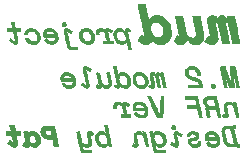
<source format=gbo>
%TF.GenerationSoftware,KiCad,Pcbnew,6.0.11-3.fc37*%
%TF.CreationDate,2023-03-29T00:48:19+01:00*%
%TF.ProjectId,nRF,6e52462e-6b69-4636-9164-5f7063625858,1*%
%TF.SameCoordinates,Original*%
%TF.FileFunction,Legend,Bot*%
%TF.FilePolarity,Positive*%
%FSLAX46Y46*%
G04 Gerber Fmt 4.6, Leading zero omitted, Abs format (unit mm)*
G04 Created by KiCad (PCBNEW 6.0.11-3.fc37) date 2023-03-29 00:48:19*
%MOMM*%
%LPD*%
G01*
G04 APERTURE LIST*
%ADD10C,0.010000*%
G04 APERTURE END LIST*
%TO.C,Ref\u002A\u002A*%
G36*
X38392359Y-38152596D02*
G01*
X38343672Y-38272658D01*
X38266563Y-38369477D01*
X38190601Y-38430747D01*
X38118889Y-38467848D01*
X38036245Y-38486140D01*
X37927332Y-38491123D01*
X37914704Y-38491066D01*
X37783250Y-38478360D01*
X37674271Y-38440339D01*
X37574292Y-38372474D01*
X37554916Y-38356901D01*
X37519528Y-38333764D01*
X37505500Y-38333297D01*
X37508827Y-38359866D01*
X37519988Y-38418216D01*
X37536379Y-38494329D01*
X37555260Y-38576357D01*
X37573891Y-38652451D01*
X37589532Y-38710765D01*
X37599443Y-38739449D01*
X37602371Y-38742078D01*
X37640131Y-38751131D01*
X37719552Y-38757584D01*
X37840831Y-38761447D01*
X38004166Y-38762732D01*
X38394500Y-38762732D01*
X38394500Y-38953232D01*
X37529915Y-38953232D01*
X37465191Y-38898770D01*
X37455195Y-38890432D01*
X37438335Y-38875628D01*
X37423694Y-38859139D01*
X37410168Y-38836993D01*
X37396651Y-38805218D01*
X37382039Y-38759843D01*
X37365227Y-38696895D01*
X37345110Y-38612404D01*
X37320584Y-38502397D01*
X37290543Y-38362902D01*
X37253883Y-38189949D01*
X37209499Y-37979565D01*
X37182256Y-37850720D01*
X37153224Y-37714131D01*
X37381963Y-37714131D01*
X37396643Y-37831600D01*
X37435373Y-37950378D01*
X37495335Y-38061837D01*
X37573710Y-38157349D01*
X37667682Y-38228288D01*
X37712678Y-38249264D01*
X37807569Y-38277305D01*
X37903422Y-38289489D01*
X37981750Y-38282617D01*
X38007037Y-38274667D01*
X38091426Y-38226623D01*
X38147251Y-38151507D01*
X38175797Y-38046886D01*
X38178351Y-37910323D01*
X38164228Y-37805075D01*
X38117360Y-37662621D01*
X38042937Y-37545395D01*
X37944382Y-37457090D01*
X37825118Y-37401398D01*
X37688571Y-37382014D01*
X37593364Y-37394499D01*
X37510808Y-37437977D01*
X37435689Y-37518080D01*
X37394152Y-37606598D01*
X37381963Y-37714131D01*
X37153224Y-37714131D01*
X37148264Y-37690794D01*
X37117487Y-37546918D01*
X37091021Y-37424168D01*
X37069960Y-37327621D01*
X37055401Y-37262353D01*
X37048439Y-37233440D01*
X37045805Y-37221201D01*
X37053679Y-37205341D01*
X37086297Y-37198114D01*
X37152420Y-37196399D01*
X37267860Y-37196399D01*
X37282144Y-37291649D01*
X37287165Y-37320499D01*
X37299521Y-37367780D01*
X37311005Y-37386083D01*
X37313742Y-37385178D01*
X37336719Y-37362566D01*
X37367917Y-37319289D01*
X37386231Y-37293581D01*
X37462583Y-37226637D01*
X37565237Y-37187785D01*
X37698300Y-37175232D01*
X37817856Y-37183147D01*
X37963781Y-37221586D01*
X38094655Y-37294321D01*
X38150931Y-37340058D01*
X38249035Y-37451105D01*
X38325500Y-37581328D01*
X38379195Y-37723659D01*
X38408990Y-37871027D01*
X38410279Y-37910323D01*
X38413755Y-38016363D01*
X38392359Y-38152596D01*
G37*
D10*
X38392359Y-38152596D02*
X38343672Y-38272658D01*
X38266563Y-38369477D01*
X38190601Y-38430747D01*
X38118889Y-38467848D01*
X38036245Y-38486140D01*
X37927332Y-38491123D01*
X37914704Y-38491066D01*
X37783250Y-38478360D01*
X37674271Y-38440339D01*
X37574292Y-38372474D01*
X37554916Y-38356901D01*
X37519528Y-38333764D01*
X37505500Y-38333297D01*
X37508827Y-38359866D01*
X37519988Y-38418216D01*
X37536379Y-38494329D01*
X37555260Y-38576357D01*
X37573891Y-38652451D01*
X37589532Y-38710765D01*
X37599443Y-38739449D01*
X37602371Y-38742078D01*
X37640131Y-38751131D01*
X37719552Y-38757584D01*
X37840831Y-38761447D01*
X38004166Y-38762732D01*
X38394500Y-38762732D01*
X38394500Y-38953232D01*
X37529915Y-38953232D01*
X37465191Y-38898770D01*
X37455195Y-38890432D01*
X37438335Y-38875628D01*
X37423694Y-38859139D01*
X37410168Y-38836993D01*
X37396651Y-38805218D01*
X37382039Y-38759843D01*
X37365227Y-38696895D01*
X37345110Y-38612404D01*
X37320584Y-38502397D01*
X37290543Y-38362902D01*
X37253883Y-38189949D01*
X37209499Y-37979565D01*
X37182256Y-37850720D01*
X37153224Y-37714131D01*
X37381963Y-37714131D01*
X37396643Y-37831600D01*
X37435373Y-37950378D01*
X37495335Y-38061837D01*
X37573710Y-38157349D01*
X37667682Y-38228288D01*
X37712678Y-38249264D01*
X37807569Y-38277305D01*
X37903422Y-38289489D01*
X37981750Y-38282617D01*
X38007037Y-38274667D01*
X38091426Y-38226623D01*
X38147251Y-38151507D01*
X38175797Y-38046886D01*
X38178351Y-37910323D01*
X38164228Y-37805075D01*
X38117360Y-37662621D01*
X38042937Y-37545395D01*
X37944382Y-37457090D01*
X37825118Y-37401398D01*
X37688571Y-37382014D01*
X37593364Y-37394499D01*
X37510808Y-37437977D01*
X37435689Y-37518080D01*
X37394152Y-37606598D01*
X37381963Y-37714131D01*
X37153224Y-37714131D01*
X37148264Y-37690794D01*
X37117487Y-37546918D01*
X37091021Y-37424168D01*
X37069960Y-37327621D01*
X37055401Y-37262353D01*
X37048439Y-37233440D01*
X37045805Y-37221201D01*
X37053679Y-37205341D01*
X37086297Y-37198114D01*
X37152420Y-37196399D01*
X37267860Y-37196399D01*
X37282144Y-37291649D01*
X37287165Y-37320499D01*
X37299521Y-37367780D01*
X37311005Y-37386083D01*
X37313742Y-37385178D01*
X37336719Y-37362566D01*
X37367917Y-37319289D01*
X37386231Y-37293581D01*
X37462583Y-37226637D01*
X37565237Y-37187785D01*
X37698300Y-37175232D01*
X37817856Y-37183147D01*
X37963781Y-37221586D01*
X38094655Y-37294321D01*
X38150931Y-37340058D01*
X38249035Y-37451105D01*
X38325500Y-37581328D01*
X38379195Y-37723659D01*
X38408990Y-37871027D01*
X38410279Y-37910323D01*
X38413755Y-38016363D01*
X38392359Y-38152596D01*
G36*
X32052707Y-37188420D02*
G01*
X32162064Y-37241158D01*
X32208156Y-37270369D01*
X32253387Y-37299527D01*
X32273556Y-37313227D01*
X32273831Y-37313512D01*
X32268591Y-37335329D01*
X32244918Y-37375092D01*
X32212330Y-37419725D01*
X32180344Y-37456154D01*
X32158480Y-37471303D01*
X32157934Y-37471298D01*
X32125423Y-37458738D01*
X32081058Y-37429232D01*
X32032173Y-37397301D01*
X31994806Y-37388266D01*
X31981000Y-37408178D01*
X31981649Y-37414271D01*
X31988858Y-37455471D01*
X32002790Y-37526987D01*
X32021865Y-37620833D01*
X32044500Y-37729023D01*
X32063889Y-37823871D01*
X32090374Y-37976829D01*
X32102927Y-38098632D01*
X32101216Y-38195174D01*
X32084910Y-38272351D01*
X32053677Y-38336059D01*
X32007185Y-38392191D01*
X31965950Y-38429094D01*
X31900746Y-38466758D01*
X31820920Y-38485936D01*
X31713159Y-38491107D01*
X31700188Y-38490975D01*
X31576862Y-38476132D01*
X31472631Y-38432505D01*
X31372458Y-38354043D01*
X31350428Y-38334488D01*
X31316879Y-38311835D01*
X31303667Y-38314304D01*
X31308248Y-38356770D01*
X31321370Y-38425098D01*
X31340209Y-38506618D01*
X31361924Y-38590398D01*
X31383671Y-38665504D01*
X31402609Y-38721004D01*
X31415894Y-38745965D01*
X31427811Y-38749212D01*
X31477487Y-38754356D01*
X31557102Y-38758510D01*
X31658776Y-38761315D01*
X31774625Y-38762408D01*
X32108000Y-38762732D01*
X32108000Y-38953232D01*
X31325501Y-38953232D01*
X31258651Y-38893501D01*
X31251973Y-38887451D01*
X31235491Y-38870658D01*
X31220746Y-38850232D01*
X31206577Y-38821974D01*
X31191823Y-38781684D01*
X31175321Y-38725164D01*
X31155912Y-38648214D01*
X31132433Y-38546634D01*
X31103723Y-38416226D01*
X31068621Y-38252790D01*
X31025965Y-38052126D01*
X31022021Y-38033526D01*
X30984887Y-37857423D01*
X30950774Y-37693925D01*
X30920658Y-37547829D01*
X30895512Y-37423935D01*
X30876312Y-37327040D01*
X30864033Y-37261942D01*
X30859648Y-37233440D01*
X30859643Y-37232256D01*
X30867786Y-37209967D01*
X30898494Y-37199199D01*
X30961536Y-37196399D01*
X31063905Y-37196399D01*
X31143200Y-37572107D01*
X31170177Y-37694861D01*
X31209899Y-37854819D01*
X31246230Y-37974122D01*
X31278956Y-38052016D01*
X31331498Y-38130662D01*
X31411255Y-38208220D01*
X31500113Y-38261207D01*
X31591899Y-38289551D01*
X31680442Y-38293180D01*
X31759569Y-38272019D01*
X31823108Y-38225998D01*
X31864887Y-38155042D01*
X31878733Y-38059080D01*
X31874661Y-38010545D01*
X31862671Y-37926479D01*
X31844806Y-37824419D01*
X31823094Y-37716831D01*
X31794604Y-37577294D01*
X31776523Y-37464704D01*
X31770509Y-37380189D01*
X31776589Y-37317343D01*
X31794789Y-37269760D01*
X31825137Y-37231035D01*
X31869589Y-37197283D01*
X31954315Y-37173768D01*
X32052707Y-37188420D01*
G37*
X32052707Y-37188420D02*
X32162064Y-37241158D01*
X32208156Y-37270369D01*
X32253387Y-37299527D01*
X32273556Y-37313227D01*
X32273831Y-37313512D01*
X32268591Y-37335329D01*
X32244918Y-37375092D01*
X32212330Y-37419725D01*
X32180344Y-37456154D01*
X32158480Y-37471303D01*
X32157934Y-37471298D01*
X32125423Y-37458738D01*
X32081058Y-37429232D01*
X32032173Y-37397301D01*
X31994806Y-37388266D01*
X31981000Y-37408178D01*
X31981649Y-37414271D01*
X31988858Y-37455471D01*
X32002790Y-37526987D01*
X32021865Y-37620833D01*
X32044500Y-37729023D01*
X32063889Y-37823871D01*
X32090374Y-37976829D01*
X32102927Y-38098632D01*
X32101216Y-38195174D01*
X32084910Y-38272351D01*
X32053677Y-38336059D01*
X32007185Y-38392191D01*
X31965950Y-38429094D01*
X31900746Y-38466758D01*
X31820920Y-38485936D01*
X31713159Y-38491107D01*
X31700188Y-38490975D01*
X31576862Y-38476132D01*
X31472631Y-38432505D01*
X31372458Y-38354043D01*
X31350428Y-38334488D01*
X31316879Y-38311835D01*
X31303667Y-38314304D01*
X31308248Y-38356770D01*
X31321370Y-38425098D01*
X31340209Y-38506618D01*
X31361924Y-38590398D01*
X31383671Y-38665504D01*
X31402609Y-38721004D01*
X31415894Y-38745965D01*
X31427811Y-38749212D01*
X31477487Y-38754356D01*
X31557102Y-38758510D01*
X31658776Y-38761315D01*
X31774625Y-38762408D01*
X32108000Y-38762732D01*
X32108000Y-38953232D01*
X31325501Y-38953232D01*
X31258651Y-38893501D01*
X31251973Y-38887451D01*
X31235491Y-38870658D01*
X31220746Y-38850232D01*
X31206577Y-38821974D01*
X31191823Y-38781684D01*
X31175321Y-38725164D01*
X31155912Y-38648214D01*
X31132433Y-38546634D01*
X31103723Y-38416226D01*
X31068621Y-38252790D01*
X31025965Y-38052126D01*
X31022021Y-38033526D01*
X30984887Y-37857423D01*
X30950774Y-37693925D01*
X30920658Y-37547829D01*
X30895512Y-37423935D01*
X30876312Y-37327040D01*
X30864033Y-37261942D01*
X30859648Y-37233440D01*
X30859643Y-37232256D01*
X30867786Y-37209967D01*
X30898494Y-37199199D01*
X30961536Y-37196399D01*
X31063905Y-37196399D01*
X31143200Y-37572107D01*
X31170177Y-37694861D01*
X31209899Y-37854819D01*
X31246230Y-37974122D01*
X31278956Y-38052016D01*
X31331498Y-38130662D01*
X31411255Y-38208220D01*
X31500113Y-38261207D01*
X31591899Y-38289551D01*
X31680442Y-38293180D01*
X31759569Y-38272019D01*
X31823108Y-38225998D01*
X31864887Y-38155042D01*
X31878733Y-38059080D01*
X31874661Y-38010545D01*
X31862671Y-37926479D01*
X31844806Y-37824419D01*
X31823094Y-37716831D01*
X31794604Y-37577294D01*
X31776523Y-37464704D01*
X31770509Y-37380189D01*
X31776589Y-37317343D01*
X31794789Y-37269760D01*
X31825137Y-37231035D01*
X31869589Y-37197283D01*
X31954315Y-37173768D01*
X32052707Y-37188420D01*
G36*
X42967338Y-37873308D02*
G01*
X42973705Y-38028801D01*
X42951709Y-38170372D01*
X42901184Y-38289420D01*
X42869554Y-38330509D01*
X42786140Y-38399800D01*
X42681759Y-38453986D01*
X42570204Y-38484918D01*
X42519569Y-38490917D01*
X42356345Y-38488570D01*
X42203729Y-38454453D01*
X42068322Y-38391371D01*
X41956727Y-38302133D01*
X41875545Y-38189545D01*
X41862352Y-38162785D01*
X41857435Y-38135073D01*
X41877415Y-38113581D01*
X41928756Y-38085693D01*
X42013354Y-38042535D01*
X42114219Y-38146520D01*
X42118157Y-38150543D01*
X42228282Y-38237244D01*
X42347692Y-38286734D01*
X42470664Y-38297551D01*
X42591472Y-38268237D01*
X42654841Y-38233298D01*
X42719584Y-38163078D01*
X42757397Y-38063312D01*
X42758131Y-38060056D01*
X42769473Y-38009166D01*
X42774610Y-37969961D01*
X42769025Y-37940919D01*
X42748203Y-37920519D01*
X42707629Y-37907239D01*
X42642786Y-37899558D01*
X42549159Y-37895955D01*
X42422232Y-37894909D01*
X42257491Y-37894899D01*
X41763002Y-37894899D01*
X41738153Y-37775204D01*
X41732603Y-37745137D01*
X41730462Y-37693815D01*
X41939917Y-37693815D01*
X42327001Y-37699587D01*
X42714084Y-37705360D01*
X42683348Y-37646671D01*
X42668601Y-37621998D01*
X42605786Y-37546089D01*
X42524540Y-37473704D01*
X42440275Y-37419259D01*
X42414727Y-37408750D01*
X42339420Y-37390190D01*
X42259325Y-37382394D01*
X42224093Y-37383281D01*
X42111266Y-37405666D01*
X42023921Y-37455560D01*
X41966411Y-37529630D01*
X41943090Y-37624541D01*
X41939917Y-37693815D01*
X41730462Y-37693815D01*
X41726443Y-37597450D01*
X41755848Y-37464258D01*
X41818375Y-37350328D01*
X41911584Y-37260427D01*
X42033034Y-37199322D01*
X42124251Y-37180353D01*
X42247613Y-37176047D01*
X42375266Y-37189206D01*
X42489385Y-37219060D01*
X42583347Y-37264531D01*
X42706878Y-37355354D01*
X42812463Y-37468450D01*
X42887910Y-37592395D01*
X42930105Y-37705360D01*
X42932771Y-37712498D01*
X42967338Y-37873308D01*
G37*
X42967338Y-37873308D02*
X42973705Y-38028801D01*
X42951709Y-38170372D01*
X42901184Y-38289420D01*
X42869554Y-38330509D01*
X42786140Y-38399800D01*
X42681759Y-38453986D01*
X42570204Y-38484918D01*
X42519569Y-38490917D01*
X42356345Y-38488570D01*
X42203729Y-38454453D01*
X42068322Y-38391371D01*
X41956727Y-38302133D01*
X41875545Y-38189545D01*
X41862352Y-38162785D01*
X41857435Y-38135073D01*
X41877415Y-38113581D01*
X41928756Y-38085693D01*
X42013354Y-38042535D01*
X42114219Y-38146520D01*
X42118157Y-38150543D01*
X42228282Y-38237244D01*
X42347692Y-38286734D01*
X42470664Y-38297551D01*
X42591472Y-38268237D01*
X42654841Y-38233298D01*
X42719584Y-38163078D01*
X42757397Y-38063312D01*
X42758131Y-38060056D01*
X42769473Y-38009166D01*
X42774610Y-37969961D01*
X42769025Y-37940919D01*
X42748203Y-37920519D01*
X42707629Y-37907239D01*
X42642786Y-37899558D01*
X42549159Y-37895955D01*
X42422232Y-37894909D01*
X42257491Y-37894899D01*
X41763002Y-37894899D01*
X41738153Y-37775204D01*
X41732603Y-37745137D01*
X41730462Y-37693815D01*
X41939917Y-37693815D01*
X42327001Y-37699587D01*
X42714084Y-37705360D01*
X42683348Y-37646671D01*
X42668601Y-37621998D01*
X42605786Y-37546089D01*
X42524540Y-37473704D01*
X42440275Y-37419259D01*
X42414727Y-37408750D01*
X42339420Y-37390190D01*
X42259325Y-37382394D01*
X42224093Y-37383281D01*
X42111266Y-37405666D01*
X42023921Y-37455560D01*
X41966411Y-37529630D01*
X41943090Y-37624541D01*
X41939917Y-37693815D01*
X41730462Y-37693815D01*
X41726443Y-37597450D01*
X41755848Y-37464258D01*
X41818375Y-37350328D01*
X41911584Y-37260427D01*
X42033034Y-37199322D01*
X42124251Y-37180353D01*
X42247613Y-37176047D01*
X42375266Y-37189206D01*
X42489385Y-37219060D01*
X42583347Y-37264531D01*
X42706878Y-37355354D01*
X42812463Y-37468450D01*
X42887910Y-37592395D01*
X42930105Y-37705360D01*
X42932771Y-37712498D01*
X42967338Y-37873308D01*
G36*
X40770678Y-37182843D02*
G01*
X40910612Y-37215124D01*
X41025957Y-37274115D01*
X41113071Y-37357160D01*
X41168312Y-37461601D01*
X41188035Y-37584783D01*
X41179458Y-37668921D01*
X41138884Y-37761360D01*
X41064057Y-37831261D01*
X40953941Y-37879500D01*
X40807500Y-37906954D01*
X40723835Y-37918256D01*
X40617895Y-37944791D01*
X40548075Y-37982459D01*
X40511104Y-38032648D01*
X40504259Y-38056879D01*
X40509946Y-38124994D01*
X40548426Y-38186271D01*
X40612632Y-38237210D01*
X40695494Y-38274309D01*
X40789943Y-38294067D01*
X40888912Y-38292981D01*
X40985330Y-38267551D01*
X41050164Y-38229284D01*
X41105858Y-38158286D01*
X41125000Y-38067460D01*
X41125007Y-38061725D01*
X41128476Y-38016885D01*
X41146523Y-38002755D01*
X41191146Y-38008669D01*
X41249619Y-38017581D01*
X41310290Y-38021899D01*
X41338127Y-38023540D01*
X41353735Y-38035566D01*
X41356009Y-38068482D01*
X41348577Y-38132791D01*
X41343081Y-38166692D01*
X41300883Y-38290675D01*
X41227971Y-38385563D01*
X41124725Y-38450979D01*
X40991528Y-38486544D01*
X40944935Y-38492566D01*
X40894510Y-38496479D01*
X40843329Y-38495530D01*
X40777680Y-38489313D01*
X40683849Y-38477421D01*
X40554810Y-38443850D01*
X40440384Y-38377792D01*
X40353248Y-38285036D01*
X40297793Y-38170337D01*
X40278413Y-38038453D01*
X40289808Y-37947573D01*
X40331950Y-37863499D01*
X40407292Y-37799050D01*
X40518064Y-37752403D01*
X40666500Y-37721737D01*
X40696021Y-37717445D01*
X40819477Y-37692856D01*
X40904311Y-37661519D01*
X40953453Y-37621247D01*
X40969827Y-37569852D01*
X40956363Y-37505146D01*
X40955383Y-37502703D01*
X40916133Y-37453848D01*
X40848917Y-37410156D01*
X40767366Y-37378612D01*
X40685112Y-37366197D01*
X40680275Y-37366195D01*
X40580026Y-37381082D01*
X40499524Y-37420980D01*
X40445954Y-37480647D01*
X40426500Y-37554840D01*
X40424061Y-37573913D01*
X40404428Y-37594180D01*
X40359115Y-37597489D01*
X40280979Y-37585336D01*
X40237440Y-37572133D01*
X40218711Y-37546323D01*
X40214833Y-37493216D01*
X40232023Y-37397827D01*
X40285833Y-37311962D01*
X40372705Y-37244970D01*
X40489008Y-37199596D01*
X40631109Y-37178587D01*
X40770678Y-37182843D01*
G37*
X40770678Y-37182843D02*
X40910612Y-37215124D01*
X41025957Y-37274115D01*
X41113071Y-37357160D01*
X41168312Y-37461601D01*
X41188035Y-37584783D01*
X41179458Y-37668921D01*
X41138884Y-37761360D01*
X41064057Y-37831261D01*
X40953941Y-37879500D01*
X40807500Y-37906954D01*
X40723835Y-37918256D01*
X40617895Y-37944791D01*
X40548075Y-37982459D01*
X40511104Y-38032648D01*
X40504259Y-38056879D01*
X40509946Y-38124994D01*
X40548426Y-38186271D01*
X40612632Y-38237210D01*
X40695494Y-38274309D01*
X40789943Y-38294067D01*
X40888912Y-38292981D01*
X40985330Y-38267551D01*
X41050164Y-38229284D01*
X41105858Y-38158286D01*
X41125000Y-38067460D01*
X41125007Y-38061725D01*
X41128476Y-38016885D01*
X41146523Y-38002755D01*
X41191146Y-38008669D01*
X41249619Y-38017581D01*
X41310290Y-38021899D01*
X41338127Y-38023540D01*
X41353735Y-38035566D01*
X41356009Y-38068482D01*
X41348577Y-38132791D01*
X41343081Y-38166692D01*
X41300883Y-38290675D01*
X41227971Y-38385563D01*
X41124725Y-38450979D01*
X40991528Y-38486544D01*
X40944935Y-38492566D01*
X40894510Y-38496479D01*
X40843329Y-38495530D01*
X40777680Y-38489313D01*
X40683849Y-38477421D01*
X40554810Y-38443850D01*
X40440384Y-38377792D01*
X40353248Y-38285036D01*
X40297793Y-38170337D01*
X40278413Y-38038453D01*
X40289808Y-37947573D01*
X40331950Y-37863499D01*
X40407292Y-37799050D01*
X40518064Y-37752403D01*
X40666500Y-37721737D01*
X40696021Y-37717445D01*
X40819477Y-37692856D01*
X40904311Y-37661519D01*
X40953453Y-37621247D01*
X40969827Y-37569852D01*
X40956363Y-37505146D01*
X40955383Y-37502703D01*
X40916133Y-37453848D01*
X40848917Y-37410156D01*
X40767366Y-37378612D01*
X40685112Y-37366197D01*
X40680275Y-37366195D01*
X40580026Y-37381082D01*
X40499524Y-37420980D01*
X40445954Y-37480647D01*
X40426500Y-37554840D01*
X40424061Y-37573913D01*
X40404428Y-37594180D01*
X40359115Y-37597489D01*
X40280979Y-37585336D01*
X40237440Y-37572133D01*
X40218711Y-37546323D01*
X40214833Y-37493216D01*
X40232023Y-37397827D01*
X40285833Y-37311962D01*
X40372705Y-37244970D01*
X40489008Y-37199596D01*
X40631109Y-37178587D01*
X40770678Y-37182843D01*
G36*
X39306941Y-37175261D02*
G01*
X39354726Y-37181779D01*
X39410085Y-37202443D01*
X39481613Y-37241225D01*
X39577906Y-37302097D01*
X39771112Y-37428963D01*
X39715223Y-37513417D01*
X39696296Y-37539610D01*
X39660354Y-37576391D01*
X39635459Y-37584359D01*
X39633497Y-37583206D01*
X39601639Y-37562348D01*
X39547213Y-37525168D01*
X39480791Y-37478872D01*
X39458969Y-37463629D01*
X39388097Y-37416852D01*
X39341884Y-37393160D01*
X39313602Y-37389824D01*
X39296526Y-37404114D01*
X39296395Y-37404370D01*
X39298180Y-37430925D01*
X39308778Y-37491608D01*
X39326825Y-37579733D01*
X39350953Y-37688616D01*
X39379797Y-37811572D01*
X39408096Y-37933114D01*
X39434374Y-38054215D01*
X39455184Y-38159088D01*
X39468890Y-38239461D01*
X39473854Y-38287064D01*
X39460442Y-38376029D01*
X39415928Y-38444717D01*
X39340760Y-38484454D01*
X39277224Y-38494477D01*
X39209417Y-38492913D01*
X39176142Y-38481408D01*
X39115185Y-38451745D01*
X39040103Y-38410448D01*
X38961262Y-38363694D01*
X38889026Y-38317658D01*
X38833764Y-38278518D01*
X38805839Y-38252449D01*
X38808141Y-38233579D01*
X38826747Y-38191639D01*
X38854488Y-38142987D01*
X38882646Y-38102665D01*
X38902500Y-38085714D01*
X38908465Y-38088127D01*
X38942989Y-38108184D01*
X39000103Y-38144173D01*
X39071277Y-38190784D01*
X39099136Y-38208914D01*
X39170569Y-38251032D01*
X39222703Y-38275028D01*
X39248214Y-38277318D01*
X39249771Y-38253423D01*
X39241872Y-38193450D01*
X39225171Y-38103115D01*
X39200676Y-37987849D01*
X39169396Y-37853081D01*
X39167013Y-37843159D01*
X39136927Y-37714634D01*
X39110799Y-37597211D01*
X39090196Y-37498382D01*
X39076685Y-37425643D01*
X39071833Y-37386489D01*
X39083011Y-37304550D01*
X39125322Y-37232892D01*
X39198868Y-37189693D01*
X39303346Y-37175232D01*
X39306941Y-37175261D01*
G37*
X39306941Y-37175261D02*
X39354726Y-37181779D01*
X39410085Y-37202443D01*
X39481613Y-37241225D01*
X39577906Y-37302097D01*
X39771112Y-37428963D01*
X39715223Y-37513417D01*
X39696296Y-37539610D01*
X39660354Y-37576391D01*
X39635459Y-37584359D01*
X39633497Y-37583206D01*
X39601639Y-37562348D01*
X39547213Y-37525168D01*
X39480791Y-37478872D01*
X39458969Y-37463629D01*
X39388097Y-37416852D01*
X39341884Y-37393160D01*
X39313602Y-37389824D01*
X39296526Y-37404114D01*
X39296395Y-37404370D01*
X39298180Y-37430925D01*
X39308778Y-37491608D01*
X39326825Y-37579733D01*
X39350953Y-37688616D01*
X39379797Y-37811572D01*
X39408096Y-37933114D01*
X39434374Y-38054215D01*
X39455184Y-38159088D01*
X39468890Y-38239461D01*
X39473854Y-38287064D01*
X39460442Y-38376029D01*
X39415928Y-38444717D01*
X39340760Y-38484454D01*
X39277224Y-38494477D01*
X39209417Y-38492913D01*
X39176142Y-38481408D01*
X39115185Y-38451745D01*
X39040103Y-38410448D01*
X38961262Y-38363694D01*
X38889026Y-38317658D01*
X38833764Y-38278518D01*
X38805839Y-38252449D01*
X38808141Y-38233579D01*
X38826747Y-38191639D01*
X38854488Y-38142987D01*
X38882646Y-38102665D01*
X38902500Y-38085714D01*
X38908465Y-38088127D01*
X38942989Y-38108184D01*
X39000103Y-38144173D01*
X39071277Y-38190784D01*
X39099136Y-38208914D01*
X39170569Y-38251032D01*
X39222703Y-38275028D01*
X39248214Y-38277318D01*
X39249771Y-38253423D01*
X39241872Y-38193450D01*
X39225171Y-38103115D01*
X39200676Y-37987849D01*
X39169396Y-37853081D01*
X39167013Y-37843159D01*
X39136927Y-37714634D01*
X39110799Y-37597211D01*
X39090196Y-37498382D01*
X39076685Y-37425643D01*
X39071833Y-37386489D01*
X39083011Y-37304550D01*
X39125322Y-37232892D01*
X39198868Y-37189693D01*
X39303346Y-37175232D01*
X39306941Y-37175261D01*
G36*
X36233510Y-37195594D02*
G01*
X36343230Y-37245504D01*
X36435266Y-37325678D01*
X36460507Y-37354160D01*
X36482939Y-37371752D01*
X36483982Y-37355149D01*
X36473286Y-37313765D01*
X36459031Y-37253477D01*
X36445793Y-37194139D01*
X36557479Y-37200560D01*
X36669166Y-37206982D01*
X36800605Y-37820815D01*
X36811119Y-37869958D01*
X36843539Y-38022006D01*
X36872595Y-38159048D01*
X36897178Y-38275807D01*
X36916182Y-38367008D01*
X36928499Y-38427374D01*
X36933022Y-38451630D01*
X36925110Y-38457613D01*
X36885892Y-38462856D01*
X36824707Y-38462213D01*
X36715413Y-38455815D01*
X36636594Y-38083943D01*
X36620389Y-38008699D01*
X36585980Y-37860370D01*
X36554265Y-37744636D01*
X36522759Y-37655006D01*
X36488979Y-37584990D01*
X36450441Y-37528097D01*
X36404661Y-37477837D01*
X36367150Y-37446407D01*
X36278286Y-37401106D01*
X36182950Y-37382768D01*
X36089861Y-37390070D01*
X36007736Y-37421693D01*
X35945294Y-37476314D01*
X35911251Y-37552612D01*
X35910962Y-37579586D01*
X35917817Y-37644950D01*
X35931668Y-37737320D01*
X35951277Y-37848634D01*
X35975408Y-37970831D01*
X35987946Y-38031432D01*
X36011461Y-38148741D01*
X36026809Y-38234317D01*
X36034719Y-38294903D01*
X36035919Y-38337244D01*
X36031136Y-38368083D01*
X36021098Y-38394165D01*
X35988641Y-38438339D01*
X35917752Y-38480569D01*
X35913019Y-38482099D01*
X35847430Y-38494975D01*
X35791000Y-38493940D01*
X35784501Y-38492344D01*
X35736240Y-38474424D01*
X35677019Y-38446209D01*
X35619295Y-38414466D01*
X35575525Y-38385961D01*
X35558167Y-38367463D01*
X35560833Y-38355010D01*
X35581805Y-38314336D01*
X35614743Y-38267357D01*
X35648882Y-38228551D01*
X35673455Y-38212399D01*
X35673456Y-38212399D01*
X35708194Y-38224630D01*
X35753561Y-38254039D01*
X35756436Y-38256275D01*
X35794824Y-38281244D01*
X35815923Y-38286253D01*
X35816095Y-38274411D01*
X35809468Y-38227107D01*
X35795870Y-38150463D01*
X35776582Y-38051565D01*
X35752885Y-37937495D01*
X35739953Y-37875876D01*
X35712581Y-37731691D01*
X35697162Y-37618723D01*
X35693727Y-37530080D01*
X35702309Y-37458866D01*
X35722939Y-37398186D01*
X35755649Y-37341147D01*
X35793363Y-37294609D01*
X35886033Y-37225457D01*
X35996133Y-37185771D01*
X36114885Y-37175750D01*
X36233510Y-37195594D01*
G37*
X36233510Y-37195594D02*
X36343230Y-37245504D01*
X36435266Y-37325678D01*
X36460507Y-37354160D01*
X36482939Y-37371752D01*
X36483982Y-37355149D01*
X36473286Y-37313765D01*
X36459031Y-37253477D01*
X36445793Y-37194139D01*
X36557479Y-37200560D01*
X36669166Y-37206982D01*
X36800605Y-37820815D01*
X36811119Y-37869958D01*
X36843539Y-38022006D01*
X36872595Y-38159048D01*
X36897178Y-38275807D01*
X36916182Y-38367008D01*
X36928499Y-38427374D01*
X36933022Y-38451630D01*
X36925110Y-38457613D01*
X36885892Y-38462856D01*
X36824707Y-38462213D01*
X36715413Y-38455815D01*
X36636594Y-38083943D01*
X36620389Y-38008699D01*
X36585980Y-37860370D01*
X36554265Y-37744636D01*
X36522759Y-37655006D01*
X36488979Y-37584990D01*
X36450441Y-37528097D01*
X36404661Y-37477837D01*
X36367150Y-37446407D01*
X36278286Y-37401106D01*
X36182950Y-37382768D01*
X36089861Y-37390070D01*
X36007736Y-37421693D01*
X35945294Y-37476314D01*
X35911251Y-37552612D01*
X35910962Y-37579586D01*
X35917817Y-37644950D01*
X35931668Y-37737320D01*
X35951277Y-37848634D01*
X35975408Y-37970831D01*
X35987946Y-38031432D01*
X36011461Y-38148741D01*
X36026809Y-38234317D01*
X36034719Y-38294903D01*
X36035919Y-38337244D01*
X36031136Y-38368083D01*
X36021098Y-38394165D01*
X35988641Y-38438339D01*
X35917752Y-38480569D01*
X35913019Y-38482099D01*
X35847430Y-38494975D01*
X35791000Y-38493940D01*
X35784501Y-38492344D01*
X35736240Y-38474424D01*
X35677019Y-38446209D01*
X35619295Y-38414466D01*
X35575525Y-38385961D01*
X35558167Y-38367463D01*
X35560833Y-38355010D01*
X35581805Y-38314336D01*
X35614743Y-38267357D01*
X35648882Y-38228551D01*
X35673455Y-38212399D01*
X35673456Y-38212399D01*
X35708194Y-38224630D01*
X35753561Y-38254039D01*
X35756436Y-38256275D01*
X35794824Y-38281244D01*
X35815923Y-38286253D01*
X35816095Y-38274411D01*
X35809468Y-38227107D01*
X35795870Y-38150463D01*
X35776582Y-38051565D01*
X35752885Y-37937495D01*
X35739953Y-37875876D01*
X35712581Y-37731691D01*
X35697162Y-37618723D01*
X35693727Y-37530080D01*
X35702309Y-37458866D01*
X35722939Y-37398186D01*
X35755649Y-37341147D01*
X35793363Y-37294609D01*
X35886033Y-37225457D01*
X35996133Y-37185771D01*
X36114885Y-37175750D01*
X36233510Y-37195594D01*
G36*
X33763437Y-38256244D02*
G01*
X33782949Y-38351446D01*
X33795452Y-38414163D01*
X33800019Y-38439940D01*
X33798417Y-38446731D01*
X33767304Y-38461521D01*
X33695903Y-38466399D01*
X33656194Y-38465913D01*
X33611012Y-38460150D01*
X33588901Y-38442932D01*
X33577519Y-38408190D01*
X33567638Y-38364187D01*
X33553637Y-38310390D01*
X33541757Y-38290478D01*
X33527376Y-38299592D01*
X33505873Y-38332874D01*
X33473166Y-38377061D01*
X33383673Y-38445929D01*
X33265604Y-38484941D01*
X33120072Y-38494580D01*
X32964840Y-38467737D01*
X32821143Y-38404145D01*
X32693736Y-38306707D01*
X32587372Y-38178324D01*
X32506809Y-38021899D01*
X32492663Y-37980211D01*
X32468202Y-37865163D01*
X32460427Y-37778052D01*
X32680665Y-37778052D01*
X32709323Y-37910148D01*
X32764262Y-38034861D01*
X32841953Y-38141916D01*
X32938863Y-38221042D01*
X32960281Y-38232934D01*
X33074221Y-38275946D01*
X33185353Y-38287275D01*
X33286210Y-38268116D01*
X33369325Y-38219657D01*
X33427231Y-38143093D01*
X33437953Y-38118002D01*
X33464121Y-37996416D01*
X33457886Y-37864193D01*
X33421755Y-37731485D01*
X33358232Y-37608446D01*
X33269822Y-37505227D01*
X33264015Y-37500074D01*
X33157599Y-37426935D01*
X33048114Y-37387087D01*
X32942003Y-37380011D01*
X32845707Y-37405193D01*
X32765669Y-37462115D01*
X32708329Y-37550260D01*
X32681819Y-37648847D01*
X32680665Y-37778052D01*
X32460427Y-37778052D01*
X32456902Y-37738565D01*
X32458847Y-37613334D01*
X32474123Y-37502389D01*
X32502815Y-37418649D01*
X32567120Y-37323150D01*
X32663701Y-37239768D01*
X32782909Y-37191148D01*
X32927529Y-37175697D01*
X33032299Y-37185428D01*
X33168062Y-37232188D01*
X33288042Y-37318119D01*
X33309106Y-37337221D01*
X33343326Y-37364313D01*
X33356833Y-37368652D01*
X33354304Y-37353319D01*
X33344489Y-37303345D01*
X33328987Y-37227413D01*
X33309626Y-37134220D01*
X33288238Y-37032462D01*
X33266653Y-36930837D01*
X33246700Y-36838041D01*
X33230210Y-36762772D01*
X33219012Y-36713727D01*
X33214758Y-36689637D01*
X33222698Y-36673591D01*
X33254019Y-36668850D01*
X33318133Y-36671394D01*
X33428972Y-36677815D01*
X33613839Y-37545649D01*
X33633845Y-37639686D01*
X33672119Y-37820278D01*
X33707094Y-37986205D01*
X33709233Y-37996416D01*
X33737843Y-38133012D01*
X33763437Y-38256244D01*
G37*
X33763437Y-38256244D02*
X33782949Y-38351446D01*
X33795452Y-38414163D01*
X33800019Y-38439940D01*
X33798417Y-38446731D01*
X33767304Y-38461521D01*
X33695903Y-38466399D01*
X33656194Y-38465913D01*
X33611012Y-38460150D01*
X33588901Y-38442932D01*
X33577519Y-38408190D01*
X33567638Y-38364187D01*
X33553637Y-38310390D01*
X33541757Y-38290478D01*
X33527376Y-38299592D01*
X33505873Y-38332874D01*
X33473166Y-38377061D01*
X33383673Y-38445929D01*
X33265604Y-38484941D01*
X33120072Y-38494580D01*
X32964840Y-38467737D01*
X32821143Y-38404145D01*
X32693736Y-38306707D01*
X32587372Y-38178324D01*
X32506809Y-38021899D01*
X32492663Y-37980211D01*
X32468202Y-37865163D01*
X32460427Y-37778052D01*
X32680665Y-37778052D01*
X32709323Y-37910148D01*
X32764262Y-38034861D01*
X32841953Y-38141916D01*
X32938863Y-38221042D01*
X32960281Y-38232934D01*
X33074221Y-38275946D01*
X33185353Y-38287275D01*
X33286210Y-38268116D01*
X33369325Y-38219657D01*
X33427231Y-38143093D01*
X33437953Y-38118002D01*
X33464121Y-37996416D01*
X33457886Y-37864193D01*
X33421755Y-37731485D01*
X33358232Y-37608446D01*
X33269822Y-37505227D01*
X33264015Y-37500074D01*
X33157599Y-37426935D01*
X33048114Y-37387087D01*
X32942003Y-37380011D01*
X32845707Y-37405193D01*
X32765669Y-37462115D01*
X32708329Y-37550260D01*
X32681819Y-37648847D01*
X32680665Y-37778052D01*
X32460427Y-37778052D01*
X32456902Y-37738565D01*
X32458847Y-37613334D01*
X32474123Y-37502389D01*
X32502815Y-37418649D01*
X32567120Y-37323150D01*
X32663701Y-37239768D01*
X32782909Y-37191148D01*
X32927529Y-37175697D01*
X33032299Y-37185428D01*
X33168062Y-37232188D01*
X33288042Y-37318119D01*
X33309106Y-37337221D01*
X33343326Y-37364313D01*
X33356833Y-37368652D01*
X33354304Y-37353319D01*
X33344489Y-37303345D01*
X33328987Y-37227413D01*
X33309626Y-37134220D01*
X33288238Y-37032462D01*
X33266653Y-36930837D01*
X33246700Y-36838041D01*
X33230210Y-36762772D01*
X33219012Y-36713727D01*
X33214758Y-36689637D01*
X33222698Y-36673591D01*
X33254019Y-36668850D01*
X33318133Y-36671394D01*
X33428972Y-36677815D01*
X33613839Y-37545649D01*
X33633845Y-37639686D01*
X33672119Y-37820278D01*
X33707094Y-37986205D01*
X33709233Y-37996416D01*
X33737843Y-38133012D01*
X33763437Y-38256244D01*
G36*
X27738868Y-38157072D02*
G01*
X27699169Y-38255985D01*
X27620413Y-38366257D01*
X27515896Y-38444132D01*
X27387833Y-38487525D01*
X27345961Y-38493201D01*
X27227907Y-38490286D01*
X27115844Y-38462836D01*
X27021136Y-38414490D01*
X26955149Y-38348892D01*
X26918165Y-38292446D01*
X26878843Y-38357106D01*
X26837873Y-38410563D01*
X26753536Y-38469957D01*
X26651806Y-38494125D01*
X26537606Y-38482253D01*
X26415862Y-38433528D01*
X26409565Y-38430097D01*
X26332827Y-38385861D01*
X26290478Y-38350444D01*
X26279290Y-38314289D01*
X26296035Y-38267841D01*
X26337483Y-38201544D01*
X26377531Y-38144412D01*
X26411729Y-38101718D01*
X26430840Y-38085399D01*
X26454567Y-38094340D01*
X26495493Y-38119307D01*
X26530964Y-38140461D01*
X26551776Y-38145345D01*
X26552103Y-38142631D01*
X26547620Y-38108986D01*
X26535606Y-38042108D01*
X26517258Y-37948186D01*
X26493774Y-37833413D01*
X26485393Y-37793851D01*
X26823124Y-37793851D01*
X26842357Y-37896284D01*
X26884121Y-37993737D01*
X26946973Y-38077552D01*
X27029470Y-38139075D01*
X27088486Y-38158612D01*
X27169924Y-38168264D01*
X27249589Y-38164646D01*
X27308459Y-38147203D01*
X27316302Y-38142172D01*
X27364747Y-38085861D01*
X27397049Y-38001723D01*
X27408535Y-37901241D01*
X27394754Y-37790112D01*
X27353100Y-37683645D01*
X27289304Y-37596789D01*
X27209161Y-37533975D01*
X27118467Y-37499639D01*
X27023019Y-37498214D01*
X26928611Y-37534132D01*
X26915044Y-37543223D01*
X26858024Y-37608664D01*
X26827865Y-37695092D01*
X26823124Y-37793851D01*
X26485393Y-37793851D01*
X26466353Y-37703977D01*
X26458559Y-37667644D01*
X26431306Y-37538619D01*
X26407720Y-37423933D01*
X26389150Y-37330339D01*
X26376942Y-37264590D01*
X26372446Y-37233440D01*
X26372507Y-37229466D01*
X26379569Y-37212224D01*
X26404053Y-37202198D01*
X26454253Y-37197540D01*
X26538462Y-37196399D01*
X26705090Y-37196399D01*
X26718628Y-37281065D01*
X26728228Y-37328743D01*
X26744403Y-37360024D01*
X26767085Y-37350543D01*
X26799979Y-37301218D01*
X26809426Y-37286230D01*
X26877981Y-37224470D01*
X26980535Y-37187564D01*
X27117279Y-37175439D01*
X27209818Y-37182399D01*
X27356406Y-37224734D01*
X27485459Y-37303055D01*
X27593821Y-37414554D01*
X27678336Y-37556422D01*
X27735849Y-37725852D01*
X27761400Y-37868483D01*
X27762150Y-37901241D01*
X27764843Y-38018994D01*
X27738868Y-38157072D01*
G37*
X27738868Y-38157072D02*
X27699169Y-38255985D01*
X27620413Y-38366257D01*
X27515896Y-38444132D01*
X27387833Y-38487525D01*
X27345961Y-38493201D01*
X27227907Y-38490286D01*
X27115844Y-38462836D01*
X27021136Y-38414490D01*
X26955149Y-38348892D01*
X26918165Y-38292446D01*
X26878843Y-38357106D01*
X26837873Y-38410563D01*
X26753536Y-38469957D01*
X26651806Y-38494125D01*
X26537606Y-38482253D01*
X26415862Y-38433528D01*
X26409565Y-38430097D01*
X26332827Y-38385861D01*
X26290478Y-38350444D01*
X26279290Y-38314289D01*
X26296035Y-38267841D01*
X26337483Y-38201544D01*
X26377531Y-38144412D01*
X26411729Y-38101718D01*
X26430840Y-38085399D01*
X26454567Y-38094340D01*
X26495493Y-38119307D01*
X26530964Y-38140461D01*
X26551776Y-38145345D01*
X26552103Y-38142631D01*
X26547620Y-38108986D01*
X26535606Y-38042108D01*
X26517258Y-37948186D01*
X26493774Y-37833413D01*
X26485393Y-37793851D01*
X26823124Y-37793851D01*
X26842357Y-37896284D01*
X26884121Y-37993737D01*
X26946973Y-38077552D01*
X27029470Y-38139075D01*
X27088486Y-38158612D01*
X27169924Y-38168264D01*
X27249589Y-38164646D01*
X27308459Y-38147203D01*
X27316302Y-38142172D01*
X27364747Y-38085861D01*
X27397049Y-38001723D01*
X27408535Y-37901241D01*
X27394754Y-37790112D01*
X27353100Y-37683645D01*
X27289304Y-37596789D01*
X27209161Y-37533975D01*
X27118467Y-37499639D01*
X27023019Y-37498214D01*
X26928611Y-37534132D01*
X26915044Y-37543223D01*
X26858024Y-37608664D01*
X26827865Y-37695092D01*
X26823124Y-37793851D01*
X26485393Y-37793851D01*
X26466353Y-37703977D01*
X26458559Y-37667644D01*
X26431306Y-37538619D01*
X26407720Y-37423933D01*
X26389150Y-37330339D01*
X26376942Y-37264590D01*
X26372446Y-37233440D01*
X26372507Y-37229466D01*
X26379569Y-37212224D01*
X26404053Y-37202198D01*
X26454253Y-37197540D01*
X26538462Y-37196399D01*
X26705090Y-37196399D01*
X26718628Y-37281065D01*
X26728228Y-37328743D01*
X26744403Y-37360024D01*
X26767085Y-37350543D01*
X26799979Y-37301218D01*
X26809426Y-37286230D01*
X26877981Y-37224470D01*
X26980535Y-37187564D01*
X27117279Y-37175439D01*
X27209818Y-37182399D01*
X27356406Y-37224734D01*
X27485459Y-37303055D01*
X27593821Y-37414554D01*
X27678336Y-37556422D01*
X27735849Y-37725852D01*
X27761400Y-37868483D01*
X27762150Y-37901241D01*
X27764843Y-38018994D01*
X27738868Y-38157072D01*
G36*
X25362313Y-36671701D02*
G01*
X25534031Y-36677815D01*
X25640487Y-37196399D01*
X26054333Y-37196399D01*
X26054333Y-37535065D01*
X25883574Y-37535065D01*
X25846448Y-37535173D01*
X25776122Y-37537038D01*
X25737369Y-37542618D01*
X25722433Y-37553709D01*
X25723557Y-37572107D01*
X25725729Y-37580369D01*
X25736760Y-37627170D01*
X25754018Y-37703654D01*
X25775603Y-37801343D01*
X25799618Y-37911758D01*
X25803265Y-37928706D01*
X25828391Y-38050551D01*
X25844073Y-38140160D01*
X25851210Y-38205390D01*
X25850704Y-38254097D01*
X25843455Y-38294136D01*
X25809565Y-38371425D01*
X25740237Y-38445455D01*
X25648258Y-38487749D01*
X25644890Y-38488527D01*
X25588874Y-38497115D01*
X25549894Y-38495941D01*
X25532375Y-38492054D01*
X25483122Y-38487565D01*
X25470081Y-38483785D01*
X25425828Y-38461983D01*
X25360914Y-38425269D01*
X25283524Y-38378802D01*
X25201847Y-38327739D01*
X25124070Y-38277237D01*
X25058378Y-38232454D01*
X25012959Y-38198549D01*
X24996000Y-38180678D01*
X24996125Y-38179474D01*
X25009325Y-38152134D01*
X25038817Y-38104644D01*
X25076843Y-38048205D01*
X25115647Y-37994022D01*
X25147472Y-37953296D01*
X25164561Y-37937232D01*
X25170773Y-37939484D01*
X25205934Y-37959662D01*
X25263150Y-37996276D01*
X25333677Y-38043813D01*
X25366691Y-38066184D01*
X25431029Y-38107384D01*
X25477612Y-38133868D01*
X25498080Y-38140708D01*
X25499003Y-38136833D01*
X25495050Y-38098672D01*
X25481467Y-38022144D01*
X25458656Y-37909282D01*
X25427025Y-37762119D01*
X25386976Y-37582690D01*
X25383042Y-37568339D01*
X25372515Y-37552589D01*
X25349801Y-37542801D01*
X25307366Y-37537560D01*
X25237671Y-37535453D01*
X25133180Y-37535065D01*
X24890167Y-37535065D01*
X24890167Y-37196399D01*
X25091250Y-37196399D01*
X25107422Y-37196439D01*
X25187377Y-37196933D01*
X25241857Y-37193322D01*
X25273964Y-37179327D01*
X25286800Y-37148670D01*
X25283466Y-37095074D01*
X25267067Y-37012260D01*
X25240703Y-36893951D01*
X25190596Y-36665586D01*
X25362313Y-36671701D01*
G37*
X25362313Y-36671701D02*
X25534031Y-36677815D01*
X25640487Y-37196399D01*
X26054333Y-37196399D01*
X26054333Y-37535065D01*
X25883574Y-37535065D01*
X25846448Y-37535173D01*
X25776122Y-37537038D01*
X25737369Y-37542618D01*
X25722433Y-37553709D01*
X25723557Y-37572107D01*
X25725729Y-37580369D01*
X25736760Y-37627170D01*
X25754018Y-37703654D01*
X25775603Y-37801343D01*
X25799618Y-37911758D01*
X25803265Y-37928706D01*
X25828391Y-38050551D01*
X25844073Y-38140160D01*
X25851210Y-38205390D01*
X25850704Y-38254097D01*
X25843455Y-38294136D01*
X25809565Y-38371425D01*
X25740237Y-38445455D01*
X25648258Y-38487749D01*
X25644890Y-38488527D01*
X25588874Y-38497115D01*
X25549894Y-38495941D01*
X25532375Y-38492054D01*
X25483122Y-38487565D01*
X25470081Y-38483785D01*
X25425828Y-38461983D01*
X25360914Y-38425269D01*
X25283524Y-38378802D01*
X25201847Y-38327739D01*
X25124070Y-38277237D01*
X25058378Y-38232454D01*
X25012959Y-38198549D01*
X24996000Y-38180678D01*
X24996125Y-38179474D01*
X25009325Y-38152134D01*
X25038817Y-38104644D01*
X25076843Y-38048205D01*
X25115647Y-37994022D01*
X25147472Y-37953296D01*
X25164561Y-37937232D01*
X25170773Y-37939484D01*
X25205934Y-37959662D01*
X25263150Y-37996276D01*
X25333677Y-38043813D01*
X25366691Y-38066184D01*
X25431029Y-38107384D01*
X25477612Y-38133868D01*
X25498080Y-38140708D01*
X25499003Y-38136833D01*
X25495050Y-38098672D01*
X25481467Y-38022144D01*
X25458656Y-37909282D01*
X25427025Y-37762119D01*
X25386976Y-37582690D01*
X25383042Y-37568339D01*
X25372515Y-37552589D01*
X25349801Y-37542801D01*
X25307366Y-37537560D01*
X25237671Y-37535453D01*
X25133180Y-37535065D01*
X24890167Y-37535065D01*
X24890167Y-37196399D01*
X25091250Y-37196399D01*
X25107422Y-37196439D01*
X25187377Y-37196933D01*
X25241857Y-37193322D01*
X25273964Y-37179327D01*
X25286800Y-37148670D01*
X25283466Y-37095074D01*
X25267067Y-37012260D01*
X25240703Y-36893951D01*
X25190596Y-36665586D01*
X25362313Y-36671701D01*
G36*
X44178292Y-38461410D02*
G01*
X44087010Y-38458893D01*
X43899112Y-38448560D01*
X43745963Y-38428767D01*
X43622600Y-38395442D01*
X43524058Y-38344511D01*
X43445375Y-38271903D01*
X43381588Y-38173543D01*
X43327733Y-38045360D01*
X43278847Y-37883281D01*
X43229966Y-37683232D01*
X43211814Y-37602630D01*
X43175083Y-37424139D01*
X43151692Y-37278429D01*
X43143453Y-37181127D01*
X43372830Y-37181127D01*
X43377007Y-37236117D01*
X43389075Y-37313157D01*
X43409559Y-37421912D01*
X43413189Y-37440523D01*
X43451581Y-37629202D01*
X43486516Y-37781165D01*
X43520054Y-37901218D01*
X43554249Y-37994168D01*
X43591161Y-38064822D01*
X43632845Y-38117987D01*
X43681361Y-38158470D01*
X43738764Y-38191077D01*
X43767809Y-38203790D01*
X43874738Y-38233414D01*
X44013506Y-38249428D01*
X44190525Y-38260472D01*
X44127626Y-37966560D01*
X44114212Y-37903753D01*
X44084209Y-37762700D01*
X44050475Y-37603537D01*
X44016227Y-37441456D01*
X43984683Y-37291649D01*
X43904638Y-36910649D01*
X43737194Y-36916877D01*
X43675454Y-36920330D01*
X43562305Y-36936683D01*
X43481352Y-36967296D01*
X43426382Y-37015154D01*
X43391185Y-37083245D01*
X43386052Y-37098645D01*
X43376020Y-37138525D01*
X43372830Y-37181127D01*
X43143453Y-37181127D01*
X43141680Y-37160181D01*
X43145087Y-37064079D01*
X43161955Y-36984805D01*
X43192324Y-36917042D01*
X43236233Y-36855473D01*
X43245031Y-36845207D01*
X43291030Y-36799042D01*
X43342220Y-36763551D01*
X43404786Y-36737195D01*
X43484914Y-36718438D01*
X43588792Y-36705743D01*
X43722606Y-36697573D01*
X43892542Y-36692390D01*
X44300000Y-36683381D01*
X44300000Y-36897631D01*
X44138110Y-36910649D01*
X44419740Y-38244149D01*
X44508037Y-38250657D01*
X44596333Y-38257166D01*
X44596333Y-38470816D01*
X44178292Y-38461410D01*
G37*
X44178292Y-38461410D02*
X44087010Y-38458893D01*
X43899112Y-38448560D01*
X43745963Y-38428767D01*
X43622600Y-38395442D01*
X43524058Y-38344511D01*
X43445375Y-38271903D01*
X43381588Y-38173543D01*
X43327733Y-38045360D01*
X43278847Y-37883281D01*
X43229966Y-37683232D01*
X43211814Y-37602630D01*
X43175083Y-37424139D01*
X43151692Y-37278429D01*
X43143453Y-37181127D01*
X43372830Y-37181127D01*
X43377007Y-37236117D01*
X43389075Y-37313157D01*
X43409559Y-37421912D01*
X43413189Y-37440523D01*
X43451581Y-37629202D01*
X43486516Y-37781165D01*
X43520054Y-37901218D01*
X43554249Y-37994168D01*
X43591161Y-38064822D01*
X43632845Y-38117987D01*
X43681361Y-38158470D01*
X43738764Y-38191077D01*
X43767809Y-38203790D01*
X43874738Y-38233414D01*
X44013506Y-38249428D01*
X44190525Y-38260472D01*
X44127626Y-37966560D01*
X44114212Y-37903753D01*
X44084209Y-37762700D01*
X44050475Y-37603537D01*
X44016227Y-37441456D01*
X43984683Y-37291649D01*
X43904638Y-36910649D01*
X43737194Y-36916877D01*
X43675454Y-36920330D01*
X43562305Y-36936683D01*
X43481352Y-36967296D01*
X43426382Y-37015154D01*
X43391185Y-37083245D01*
X43386052Y-37098645D01*
X43376020Y-37138525D01*
X43372830Y-37181127D01*
X43143453Y-37181127D01*
X43141680Y-37160181D01*
X43145087Y-37064079D01*
X43161955Y-36984805D01*
X43192324Y-36917042D01*
X43236233Y-36855473D01*
X43245031Y-36845207D01*
X43291030Y-36799042D01*
X43342220Y-36763551D01*
X43404786Y-36737195D01*
X43484914Y-36718438D01*
X43588792Y-36705743D01*
X43722606Y-36697573D01*
X43892542Y-36692390D01*
X44300000Y-36683381D01*
X44300000Y-36897631D01*
X44138110Y-36910649D01*
X44419740Y-38244149D01*
X44508037Y-38250657D01*
X44596333Y-38257166D01*
X44596333Y-38470816D01*
X44178292Y-38461410D01*
G36*
X29148772Y-37683711D02*
G01*
X29186832Y-37863228D01*
X29221553Y-38027075D01*
X29252026Y-38170963D01*
X29277342Y-38290599D01*
X29296595Y-38381696D01*
X29308876Y-38439962D01*
X29313277Y-38461107D01*
X29310812Y-38462010D01*
X29278960Y-38464252D01*
X29218004Y-38465813D01*
X29137711Y-38466399D01*
X28961422Y-38466399D01*
X28913890Y-38238857D01*
X28899482Y-38169950D01*
X28877615Y-38065607D01*
X28858470Y-37974517D01*
X28845008Y-37910774D01*
X28823659Y-37810232D01*
X28625371Y-37810232D01*
X28552251Y-37809057D01*
X28386791Y-37796408D01*
X28248729Y-37770754D01*
X28144828Y-37733179D01*
X28053319Y-37674477D01*
X27954142Y-37574804D01*
X27880589Y-37456262D01*
X27834195Y-37326002D01*
X27818033Y-37202870D01*
X28171033Y-37202870D01*
X28172767Y-37225310D01*
X28200085Y-37304860D01*
X28252341Y-37379545D01*
X28318837Y-37432728D01*
X28322462Y-37434602D01*
X28382046Y-37456309D01*
X28460737Y-37468044D01*
X28569901Y-37471565D01*
X28747211Y-37471565D01*
X28732817Y-37392190D01*
X28722280Y-37338067D01*
X28705008Y-37255142D01*
X28685971Y-37167915D01*
X28653519Y-37023014D01*
X28463329Y-37030331D01*
X28387213Y-37033779D01*
X28321509Y-37039782D01*
X28279134Y-37050377D01*
X28249512Y-37068488D01*
X28222070Y-37097037D01*
X28217155Y-37102967D01*
X28184411Y-37156009D01*
X28171033Y-37202870D01*
X27818033Y-37202870D01*
X27816498Y-37191178D01*
X27829034Y-37058941D01*
X27873341Y-36936442D01*
X27950953Y-36830834D01*
X27960736Y-36821174D01*
X28007455Y-36779982D01*
X28055901Y-36749139D01*
X28112837Y-36727183D01*
X28185026Y-36712652D01*
X28279231Y-36704082D01*
X28402214Y-36700013D01*
X28560739Y-36698982D01*
X28939895Y-36698982D01*
X29103775Y-37471565D01*
X29126224Y-37577399D01*
X29148772Y-37683711D01*
G37*
X29148772Y-37683711D02*
X29186832Y-37863228D01*
X29221553Y-38027075D01*
X29252026Y-38170963D01*
X29277342Y-38290599D01*
X29296595Y-38381696D01*
X29308876Y-38439962D01*
X29313277Y-38461107D01*
X29310812Y-38462010D01*
X29278960Y-38464252D01*
X29218004Y-38465813D01*
X29137711Y-38466399D01*
X28961422Y-38466399D01*
X28913890Y-38238857D01*
X28899482Y-38169950D01*
X28877615Y-38065607D01*
X28858470Y-37974517D01*
X28845008Y-37910774D01*
X28823659Y-37810232D01*
X28625371Y-37810232D01*
X28552251Y-37809057D01*
X28386791Y-37796408D01*
X28248729Y-37770754D01*
X28144828Y-37733179D01*
X28053319Y-37674477D01*
X27954142Y-37574804D01*
X27880589Y-37456262D01*
X27834195Y-37326002D01*
X27818033Y-37202870D01*
X28171033Y-37202870D01*
X28172767Y-37225310D01*
X28200085Y-37304860D01*
X28252341Y-37379545D01*
X28318837Y-37432728D01*
X28322462Y-37434602D01*
X28382046Y-37456309D01*
X28460737Y-37468044D01*
X28569901Y-37471565D01*
X28747211Y-37471565D01*
X28732817Y-37392190D01*
X28722280Y-37338067D01*
X28705008Y-37255142D01*
X28685971Y-37167915D01*
X28653519Y-37023014D01*
X28463329Y-37030331D01*
X28387213Y-37033779D01*
X28321509Y-37039782D01*
X28279134Y-37050377D01*
X28249512Y-37068488D01*
X28222070Y-37097037D01*
X28217155Y-37102967D01*
X28184411Y-37156009D01*
X28171033Y-37202870D01*
X27818033Y-37202870D01*
X27816498Y-37191178D01*
X27829034Y-37058941D01*
X27873341Y-36936442D01*
X27950953Y-36830834D01*
X27960736Y-36821174D01*
X28007455Y-36779982D01*
X28055901Y-36749139D01*
X28112837Y-36727183D01*
X28185026Y-36712652D01*
X28279231Y-36704082D01*
X28402214Y-36700013D01*
X28560739Y-36698982D01*
X28939895Y-36698982D01*
X29103775Y-37471565D01*
X29126224Y-37577399D01*
X29148772Y-37683711D01*
G36*
X39097257Y-36668181D02*
G01*
X39153879Y-36683138D01*
X39197297Y-36723003D01*
X39211433Y-36743389D01*
X39239309Y-36823611D01*
X39231765Y-36905134D01*
X39189212Y-36975111D01*
X39158856Y-36999867D01*
X39085820Y-37027090D01*
X39011473Y-37021241D01*
X38945891Y-36986509D01*
X38899153Y-36927082D01*
X38881333Y-36847149D01*
X38884991Y-36807889D01*
X38918443Y-36733596D01*
X38981902Y-36684785D01*
X39069335Y-36667232D01*
X39097257Y-36668181D01*
G37*
X39097257Y-36668181D02*
X39153879Y-36683138D01*
X39197297Y-36723003D01*
X39211433Y-36743389D01*
X39239309Y-36823611D01*
X39231765Y-36905134D01*
X39189212Y-36975111D01*
X39158856Y-36999867D01*
X39085820Y-37027090D01*
X39011473Y-37021241D01*
X38945891Y-36986509D01*
X38899153Y-36927082D01*
X38881333Y-36847149D01*
X38884991Y-36807889D01*
X38918443Y-36733596D01*
X38981902Y-36684785D01*
X39069335Y-36667232D01*
X39097257Y-36668181D01*
G36*
X44458361Y-35416972D02*
G01*
X44488580Y-35559115D01*
X44515240Y-35684838D01*
X44537019Y-35787895D01*
X44552594Y-35862042D01*
X44560644Y-35901036D01*
X44574547Y-35970923D01*
X44355835Y-35958149D01*
X44275253Y-35587732D01*
X44262870Y-35531015D01*
X44231718Y-35391859D01*
X44205966Y-35285551D01*
X44183405Y-35205659D01*
X44161827Y-35145750D01*
X44139024Y-35099391D01*
X44112787Y-35060149D01*
X44080908Y-35021591D01*
X44013744Y-34957239D01*
X43914886Y-34903062D01*
X43802583Y-34885704D01*
X43780472Y-34886120D01*
X43676816Y-34903741D01*
X43604415Y-34948175D01*
X43562514Y-35020605D01*
X43550355Y-35122213D01*
X43567184Y-35254183D01*
X43573264Y-35283039D01*
X43594945Y-35385809D01*
X43619668Y-35502853D01*
X43643188Y-35614066D01*
X43659521Y-35693701D01*
X43671760Y-35766170D01*
X43674963Y-35816531D01*
X43669626Y-35855434D01*
X43656248Y-35893532D01*
X43654923Y-35896657D01*
X43615784Y-35955501D01*
X43555370Y-35986154D01*
X43491194Y-35997344D01*
X43385780Y-35984724D01*
X43278708Y-35931602D01*
X43255518Y-35915572D01*
X43215262Y-35884794D01*
X43199333Y-35867810D01*
X43202863Y-35854540D01*
X43224189Y-35815179D01*
X43255911Y-35769066D01*
X43287622Y-35730738D01*
X43308917Y-35714732D01*
X43311505Y-35714972D01*
X43345070Y-35729159D01*
X43391858Y-35758506D01*
X43399349Y-35763827D01*
X43436180Y-35787707D01*
X43450755Y-35787079D01*
X43453333Y-35762630D01*
X43452945Y-35756463D01*
X43446174Y-35711639D01*
X43432274Y-35636849D01*
X43412932Y-35540862D01*
X43389833Y-35432453D01*
X43384063Y-35405745D01*
X43361438Y-35294665D01*
X43343105Y-35194600D01*
X43330819Y-35115625D01*
X43326333Y-35067816D01*
X43339508Y-34976885D01*
X43377542Y-34878649D01*
X44109500Y-34878649D01*
X44120083Y-34889232D01*
X44130667Y-34878649D01*
X44120083Y-34868065D01*
X44109500Y-34878649D01*
X43377542Y-34878649D01*
X43379753Y-34872939D01*
X43438469Y-34787131D01*
X43494778Y-34740185D01*
X43598305Y-34694111D01*
X43715778Y-34677306D01*
X43837410Y-34689559D01*
X43953410Y-34730659D01*
X44053991Y-34800396D01*
X44114899Y-34857482D01*
X44085985Y-34696438D01*
X44196716Y-34702877D01*
X44307447Y-34709315D01*
X44343567Y-34878649D01*
X44427094Y-35270232D01*
X44458361Y-35416972D01*
G37*
X44458361Y-35416972D02*
X44488580Y-35559115D01*
X44515240Y-35684838D01*
X44537019Y-35787895D01*
X44552594Y-35862042D01*
X44560644Y-35901036D01*
X44574547Y-35970923D01*
X44355835Y-35958149D01*
X44275253Y-35587732D01*
X44262870Y-35531015D01*
X44231718Y-35391859D01*
X44205966Y-35285551D01*
X44183405Y-35205659D01*
X44161827Y-35145750D01*
X44139024Y-35099391D01*
X44112787Y-35060149D01*
X44080908Y-35021591D01*
X44013744Y-34957239D01*
X43914886Y-34903062D01*
X43802583Y-34885704D01*
X43780472Y-34886120D01*
X43676816Y-34903741D01*
X43604415Y-34948175D01*
X43562514Y-35020605D01*
X43550355Y-35122213D01*
X43567184Y-35254183D01*
X43573264Y-35283039D01*
X43594945Y-35385809D01*
X43619668Y-35502853D01*
X43643188Y-35614066D01*
X43659521Y-35693701D01*
X43671760Y-35766170D01*
X43674963Y-35816531D01*
X43669626Y-35855434D01*
X43656248Y-35893532D01*
X43654923Y-35896657D01*
X43615784Y-35955501D01*
X43555370Y-35986154D01*
X43491194Y-35997344D01*
X43385780Y-35984724D01*
X43278708Y-35931602D01*
X43255518Y-35915572D01*
X43215262Y-35884794D01*
X43199333Y-35867810D01*
X43202863Y-35854540D01*
X43224189Y-35815179D01*
X43255911Y-35769066D01*
X43287622Y-35730738D01*
X43308917Y-35714732D01*
X43311505Y-35714972D01*
X43345070Y-35729159D01*
X43391858Y-35758506D01*
X43399349Y-35763827D01*
X43436180Y-35787707D01*
X43450755Y-35787079D01*
X43453333Y-35762630D01*
X43452945Y-35756463D01*
X43446174Y-35711639D01*
X43432274Y-35636849D01*
X43412932Y-35540862D01*
X43389833Y-35432453D01*
X43384063Y-35405745D01*
X43361438Y-35294665D01*
X43343105Y-35194600D01*
X43330819Y-35115625D01*
X43326333Y-35067816D01*
X43339508Y-34976885D01*
X43377542Y-34878649D01*
X44109500Y-34878649D01*
X44120083Y-34889232D01*
X44130667Y-34878649D01*
X44120083Y-34868065D01*
X44109500Y-34878649D01*
X43377542Y-34878649D01*
X43379753Y-34872939D01*
X43438469Y-34787131D01*
X43494778Y-34740185D01*
X43598305Y-34694111D01*
X43715778Y-34677306D01*
X43837410Y-34689559D01*
X43953410Y-34730659D01*
X44053991Y-34800396D01*
X44114899Y-34857482D01*
X44085985Y-34696438D01*
X44196716Y-34702877D01*
X44307447Y-34709315D01*
X44343567Y-34878649D01*
X44427094Y-35270232D01*
X44458361Y-35416972D01*
G36*
X36865615Y-35494691D02*
G01*
X36849353Y-35637509D01*
X36803225Y-35761543D01*
X36792589Y-35779567D01*
X36709318Y-35876064D01*
X36600301Y-35948554D01*
X36477654Y-35988587D01*
X36440630Y-35994818D01*
X36387801Y-36003860D01*
X36362500Y-36008416D01*
X36341438Y-36009058D01*
X36283285Y-36001655D01*
X36206787Y-35986601D01*
X36125490Y-35966984D01*
X36052942Y-35945891D01*
X36002688Y-35926410D01*
X35970780Y-35907053D01*
X35911180Y-35859779D01*
X35851165Y-35801831D01*
X35799186Y-35742380D01*
X35763699Y-35690600D01*
X35753156Y-35655661D01*
X35757517Y-35646339D01*
X35789677Y-35614337D01*
X35841157Y-35580178D01*
X35845693Y-35577675D01*
X35895770Y-35552893D01*
X35921798Y-35549706D01*
X35934383Y-35566565D01*
X35942099Y-35583067D01*
X35985275Y-35638726D01*
X36048795Y-35696946D01*
X36119208Y-35746407D01*
X36183061Y-35775790D01*
X36225024Y-35786040D01*
X36354596Y-35797916D01*
X36465811Y-35776640D01*
X36554614Y-35723482D01*
X36616952Y-35639714D01*
X36624023Y-35624177D01*
X36648917Y-35545614D01*
X36654956Y-35477586D01*
X36648250Y-35407815D01*
X36146782Y-35402143D01*
X35645313Y-35396472D01*
X35630992Y-35300969D01*
X35622409Y-35206732D01*
X35833333Y-35206732D01*
X36598042Y-35206732D01*
X36550004Y-35121259D01*
X36501491Y-35049599D01*
X36402161Y-34959545D01*
X36279990Y-34904734D01*
X36136831Y-34886219D01*
X36101447Y-34887331D01*
X35988880Y-34909616D01*
X35904569Y-34958619D01*
X35851668Y-35031839D01*
X35833333Y-35126775D01*
X35833333Y-35206732D01*
X35622409Y-35206732D01*
X35619400Y-35173691D01*
X35631492Y-35024680D01*
X35676030Y-34901812D01*
X35753484Y-34803943D01*
X35864319Y-34729929D01*
X35885265Y-34719832D01*
X35944983Y-34694804D01*
X35999591Y-34681865D01*
X36064830Y-34678425D01*
X36156440Y-34681897D01*
X36211449Y-34686338D01*
X36372169Y-34720074D01*
X36510918Y-34785839D01*
X36635342Y-34886907D01*
X36667778Y-34922023D01*
X36753091Y-35046754D01*
X36815694Y-35189991D01*
X36819880Y-35206732D01*
X36853798Y-35342411D01*
X36865615Y-35494691D01*
G37*
X36865615Y-35494691D02*
X36849353Y-35637509D01*
X36803225Y-35761543D01*
X36792589Y-35779567D01*
X36709318Y-35876064D01*
X36600301Y-35948554D01*
X36477654Y-35988587D01*
X36440630Y-35994818D01*
X36387801Y-36003860D01*
X36362500Y-36008416D01*
X36341438Y-36009058D01*
X36283285Y-36001655D01*
X36206787Y-35986601D01*
X36125490Y-35966984D01*
X36052942Y-35945891D01*
X36002688Y-35926410D01*
X35970780Y-35907053D01*
X35911180Y-35859779D01*
X35851165Y-35801831D01*
X35799186Y-35742380D01*
X35763699Y-35690600D01*
X35753156Y-35655661D01*
X35757517Y-35646339D01*
X35789677Y-35614337D01*
X35841157Y-35580178D01*
X35845693Y-35577675D01*
X35895770Y-35552893D01*
X35921798Y-35549706D01*
X35934383Y-35566565D01*
X35942099Y-35583067D01*
X35985275Y-35638726D01*
X36048795Y-35696946D01*
X36119208Y-35746407D01*
X36183061Y-35775790D01*
X36225024Y-35786040D01*
X36354596Y-35797916D01*
X36465811Y-35776640D01*
X36554614Y-35723482D01*
X36616952Y-35639714D01*
X36624023Y-35624177D01*
X36648917Y-35545614D01*
X36654956Y-35477586D01*
X36648250Y-35407815D01*
X36146782Y-35402143D01*
X35645313Y-35396472D01*
X35630992Y-35300969D01*
X35622409Y-35206732D01*
X35833333Y-35206732D01*
X36598042Y-35206732D01*
X36550004Y-35121259D01*
X36501491Y-35049599D01*
X36402161Y-34959545D01*
X36279990Y-34904734D01*
X36136831Y-34886219D01*
X36101447Y-34887331D01*
X35988880Y-34909616D01*
X35904569Y-34958619D01*
X35851668Y-35031839D01*
X35833333Y-35126775D01*
X35833333Y-35206732D01*
X35622409Y-35206732D01*
X35619400Y-35173691D01*
X35631492Y-35024680D01*
X35676030Y-34901812D01*
X35753484Y-34803943D01*
X35864319Y-34729929D01*
X35885265Y-34719832D01*
X35944983Y-34694804D01*
X35999591Y-34681865D01*
X36064830Y-34678425D01*
X36156440Y-34681897D01*
X36211449Y-34686338D01*
X36372169Y-34720074D01*
X36510918Y-34785839D01*
X36635342Y-34886907D01*
X36667778Y-34922023D01*
X36753091Y-35046754D01*
X36815694Y-35189991D01*
X36819880Y-35206732D01*
X36853798Y-35342411D01*
X36865615Y-35494691D01*
G36*
X42865637Y-35135361D02*
G01*
X42903629Y-35314957D01*
X42938344Y-35480480D01*
X42968845Y-35627378D01*
X42994197Y-35751099D01*
X43013464Y-35847089D01*
X43025710Y-35910795D01*
X43030000Y-35937666D01*
X43022044Y-35954477D01*
X42987483Y-35965518D01*
X42918516Y-35968732D01*
X42807032Y-35968732D01*
X42733308Y-35614190D01*
X42659583Y-35259649D01*
X42359011Y-35253782D01*
X42252734Y-35252039D01*
X42164662Y-35252004D01*
X42106010Y-35254736D01*
X42069896Y-35260939D01*
X42049438Y-35271314D01*
X42037754Y-35286564D01*
X42037580Y-35286895D01*
X42031752Y-35320772D01*
X42036274Y-35383223D01*
X42051653Y-35478269D01*
X42078392Y-35609930D01*
X42097318Y-35697437D01*
X42119781Y-35803872D01*
X42132837Y-35878175D01*
X42135708Y-35926090D01*
X42127618Y-35953361D01*
X42107787Y-35965729D01*
X42075439Y-35968938D01*
X42029795Y-35968732D01*
X41918589Y-35968732D01*
X41849159Y-35635357D01*
X41834247Y-35563356D01*
X41808521Y-35434338D01*
X41791886Y-35338203D01*
X41784257Y-35269176D01*
X41785552Y-35221479D01*
X41795686Y-35189335D01*
X41814577Y-35166968D01*
X41842142Y-35148601D01*
X41903117Y-35113606D01*
X41811441Y-35055467D01*
X41787331Y-35038610D01*
X41716947Y-34975735D01*
X41660508Y-34907812D01*
X41646289Y-34885709D01*
X41622256Y-34840073D01*
X41608662Y-34791964D01*
X41602622Y-34728107D01*
X41602199Y-34699502D01*
X41826645Y-34699502D01*
X41858183Y-34803037D01*
X41921680Y-34896361D01*
X42013773Y-34970682D01*
X42022137Y-34975550D01*
X42067019Y-34998704D01*
X42112645Y-35014236D01*
X42169412Y-35024071D01*
X42247717Y-35030130D01*
X42357958Y-35034336D01*
X42453487Y-35036209D01*
X42533083Y-35035791D01*
X42586895Y-35033220D01*
X42606667Y-35028685D01*
X42603741Y-35011244D01*
X42593659Y-34960036D01*
X42578257Y-34884604D01*
X42559491Y-34794294D01*
X42539320Y-34698453D01*
X42519698Y-34606424D01*
X42502584Y-34527555D01*
X42489934Y-34471190D01*
X42485835Y-34456640D01*
X42475124Y-34440986D01*
X42452192Y-34431256D01*
X42409512Y-34426047D01*
X42339556Y-34423951D01*
X42234796Y-34423565D01*
X42193917Y-34423757D01*
X42071231Y-34428168D01*
X41982063Y-34439931D01*
X41919725Y-34461051D01*
X41877529Y-34493535D01*
X41848788Y-34539390D01*
X41830427Y-34594547D01*
X41826645Y-34699502D01*
X41602199Y-34699502D01*
X41601250Y-34635228D01*
X41601552Y-34579746D01*
X41604753Y-34506453D01*
X41613785Y-34456062D01*
X41631483Y-34416118D01*
X41660685Y-34374167D01*
X41669498Y-34362762D01*
X41715404Y-34310336D01*
X41764357Y-34270522D01*
X41822900Y-34241437D01*
X41897580Y-34221195D01*
X41994939Y-34207912D01*
X42121523Y-34199701D01*
X42283875Y-34194679D01*
X42402371Y-34192815D01*
X42509589Y-34192679D01*
X42594380Y-34194248D01*
X42650115Y-34197397D01*
X42670167Y-34201999D01*
X42670885Y-34206789D01*
X42678485Y-34245807D01*
X42693635Y-34319969D01*
X42715406Y-34424827D01*
X42742867Y-34555932D01*
X42775087Y-34708838D01*
X42811136Y-34879094D01*
X42842945Y-35028685D01*
X42850083Y-35062254D01*
X42865637Y-35135361D01*
G37*
X42865637Y-35135361D02*
X42903629Y-35314957D01*
X42938344Y-35480480D01*
X42968845Y-35627378D01*
X42994197Y-35751099D01*
X43013464Y-35847089D01*
X43025710Y-35910795D01*
X43030000Y-35937666D01*
X43022044Y-35954477D01*
X42987483Y-35965518D01*
X42918516Y-35968732D01*
X42807032Y-35968732D01*
X42733308Y-35614190D01*
X42659583Y-35259649D01*
X42359011Y-35253782D01*
X42252734Y-35252039D01*
X42164662Y-35252004D01*
X42106010Y-35254736D01*
X42069896Y-35260939D01*
X42049438Y-35271314D01*
X42037754Y-35286564D01*
X42037580Y-35286895D01*
X42031752Y-35320772D01*
X42036274Y-35383223D01*
X42051653Y-35478269D01*
X42078392Y-35609930D01*
X42097318Y-35697437D01*
X42119781Y-35803872D01*
X42132837Y-35878175D01*
X42135708Y-35926090D01*
X42127618Y-35953361D01*
X42107787Y-35965729D01*
X42075439Y-35968938D01*
X42029795Y-35968732D01*
X41918589Y-35968732D01*
X41849159Y-35635357D01*
X41834247Y-35563356D01*
X41808521Y-35434338D01*
X41791886Y-35338203D01*
X41784257Y-35269176D01*
X41785552Y-35221479D01*
X41795686Y-35189335D01*
X41814577Y-35166968D01*
X41842142Y-35148601D01*
X41903117Y-35113606D01*
X41811441Y-35055467D01*
X41787331Y-35038610D01*
X41716947Y-34975735D01*
X41660508Y-34907812D01*
X41646289Y-34885709D01*
X41622256Y-34840073D01*
X41608662Y-34791964D01*
X41602622Y-34728107D01*
X41602199Y-34699502D01*
X41826645Y-34699502D01*
X41858183Y-34803037D01*
X41921680Y-34896361D01*
X42013773Y-34970682D01*
X42022137Y-34975550D01*
X42067019Y-34998704D01*
X42112645Y-35014236D01*
X42169412Y-35024071D01*
X42247717Y-35030130D01*
X42357958Y-35034336D01*
X42453487Y-35036209D01*
X42533083Y-35035791D01*
X42586895Y-35033220D01*
X42606667Y-35028685D01*
X42603741Y-35011244D01*
X42593659Y-34960036D01*
X42578257Y-34884604D01*
X42559491Y-34794294D01*
X42539320Y-34698453D01*
X42519698Y-34606424D01*
X42502584Y-34527555D01*
X42489934Y-34471190D01*
X42485835Y-34456640D01*
X42475124Y-34440986D01*
X42452192Y-34431256D01*
X42409512Y-34426047D01*
X42339556Y-34423951D01*
X42234796Y-34423565D01*
X42193917Y-34423757D01*
X42071231Y-34428168D01*
X41982063Y-34439931D01*
X41919725Y-34461051D01*
X41877529Y-34493535D01*
X41848788Y-34539390D01*
X41830427Y-34594547D01*
X41826645Y-34699502D01*
X41602199Y-34699502D01*
X41601250Y-34635228D01*
X41601552Y-34579746D01*
X41604753Y-34506453D01*
X41613785Y-34456062D01*
X41631483Y-34416118D01*
X41660685Y-34374167D01*
X41669498Y-34362762D01*
X41715404Y-34310336D01*
X41764357Y-34270522D01*
X41822900Y-34241437D01*
X41897580Y-34221195D01*
X41994939Y-34207912D01*
X42121523Y-34199701D01*
X42283875Y-34194679D01*
X42402371Y-34192815D01*
X42509589Y-34192679D01*
X42594380Y-34194248D01*
X42650115Y-34197397D01*
X42670167Y-34201999D01*
X42670885Y-34206789D01*
X42678485Y-34245807D01*
X42693635Y-34319969D01*
X42715406Y-34424827D01*
X42742867Y-34555932D01*
X42775087Y-34708838D01*
X42811136Y-34879094D01*
X42842945Y-35028685D01*
X42850083Y-35062254D01*
X42865637Y-35135361D01*
G36*
X41279830Y-35063857D02*
G01*
X41300962Y-35163938D01*
X41338860Y-35344025D01*
X41373401Y-35508938D01*
X41403679Y-35654305D01*
X41428787Y-35775753D01*
X41447821Y-35868910D01*
X41459873Y-35929402D01*
X41464037Y-35952857D01*
X41454587Y-35959143D01*
X41413341Y-35966048D01*
X41350522Y-35968732D01*
X41237378Y-35968732D01*
X41156466Y-35577149D01*
X41075555Y-35185565D01*
X40257167Y-35185565D01*
X40257167Y-34973899D01*
X40638167Y-34973899D01*
X40702977Y-34973702D01*
X40838196Y-34971589D01*
X40937351Y-34967252D01*
X40998367Y-34960807D01*
X41019167Y-34952372D01*
X41015239Y-34926089D01*
X41003920Y-34866773D01*
X40986994Y-34783771D01*
X40966250Y-34686096D01*
X40945977Y-34591646D01*
X40929016Y-34511292D01*
X40917548Y-34455414D01*
X40913333Y-34432455D01*
X40912527Y-34431905D01*
X40884855Y-34429258D01*
X40822430Y-34426967D01*
X40731588Y-34425166D01*
X40618666Y-34423987D01*
X40490000Y-34423565D01*
X40066667Y-34423565D01*
X40066667Y-34190732D01*
X41095252Y-34190732D01*
X41279830Y-35063857D01*
G37*
X41279830Y-35063857D02*
X41300962Y-35163938D01*
X41338860Y-35344025D01*
X41373401Y-35508938D01*
X41403679Y-35654305D01*
X41428787Y-35775753D01*
X41447821Y-35868910D01*
X41459873Y-35929402D01*
X41464037Y-35952857D01*
X41454587Y-35959143D01*
X41413341Y-35966048D01*
X41350522Y-35968732D01*
X41237378Y-35968732D01*
X41156466Y-35577149D01*
X41075555Y-35185565D01*
X40257167Y-35185565D01*
X40257167Y-34973899D01*
X40638167Y-34973899D01*
X40702977Y-34973702D01*
X40838196Y-34971589D01*
X40937351Y-34967252D01*
X40998367Y-34960807D01*
X41019167Y-34952372D01*
X41015239Y-34926089D01*
X41003920Y-34866773D01*
X40986994Y-34783771D01*
X40966250Y-34686096D01*
X40945977Y-34591646D01*
X40929016Y-34511292D01*
X40917548Y-34455414D01*
X40913333Y-34432455D01*
X40912527Y-34431905D01*
X40884855Y-34429258D01*
X40822430Y-34426967D01*
X40731588Y-34425166D01*
X40618666Y-34423987D01*
X40490000Y-34423565D01*
X40066667Y-34423565D01*
X40066667Y-34190732D01*
X41095252Y-34190732D01*
X41279830Y-35063857D01*
G36*
X38216879Y-34333607D02*
G01*
X38214953Y-34358222D01*
X38209994Y-34434076D01*
X38203636Y-34542521D01*
X38196227Y-34677196D01*
X38188110Y-34831739D01*
X38179634Y-34999788D01*
X38171142Y-35174982D01*
X38165949Y-35282531D01*
X38157741Y-35445340D01*
X38149890Y-35592775D01*
X38142707Y-35719452D01*
X38136502Y-35819989D01*
X38131582Y-35889001D01*
X38128258Y-35921107D01*
X38127458Y-35924890D01*
X38119916Y-35945502D01*
X38102858Y-35958374D01*
X38068081Y-35965314D01*
X38007381Y-35968129D01*
X37912555Y-35968627D01*
X37706583Y-35968521D01*
X37288542Y-35094757D01*
X37215751Y-34942367D01*
X37135056Y-34772817D01*
X37061791Y-34618217D01*
X36997771Y-34482436D01*
X36944816Y-34369340D01*
X36904741Y-34282799D01*
X36879363Y-34226680D01*
X36870500Y-34204852D01*
X36885415Y-34198076D01*
X36932212Y-34194116D01*
X36999804Y-34195013D01*
X37129109Y-34201315D01*
X37512919Y-35020336D01*
X37563096Y-35126957D01*
X37641306Y-35291273D01*
X37713100Y-35439836D01*
X37776591Y-35568869D01*
X37829887Y-35674590D01*
X37871100Y-35753220D01*
X37898339Y-35800979D01*
X37909715Y-35814086D01*
X37910939Y-35809487D01*
X37915433Y-35769606D01*
X37920984Y-35694703D01*
X37927281Y-35590225D01*
X37934011Y-35461620D01*
X37940864Y-35314335D01*
X37947526Y-35153815D01*
X37948731Y-35123167D01*
X37955614Y-34954486D01*
X37962612Y-34792576D01*
X37969391Y-34644542D01*
X37975618Y-34517493D01*
X37980957Y-34418534D01*
X37985076Y-34354774D01*
X37997800Y-34190732D01*
X38229463Y-34190732D01*
X38216879Y-34333607D01*
G37*
X38216879Y-34333607D02*
X38214953Y-34358222D01*
X38209994Y-34434076D01*
X38203636Y-34542521D01*
X38196227Y-34677196D01*
X38188110Y-34831739D01*
X38179634Y-34999788D01*
X38171142Y-35174982D01*
X38165949Y-35282531D01*
X38157741Y-35445340D01*
X38149890Y-35592775D01*
X38142707Y-35719452D01*
X38136502Y-35819989D01*
X38131582Y-35889001D01*
X38128258Y-35921107D01*
X38127458Y-35924890D01*
X38119916Y-35945502D01*
X38102858Y-35958374D01*
X38068081Y-35965314D01*
X38007381Y-35968129D01*
X37912555Y-35968627D01*
X37706583Y-35968521D01*
X37288542Y-35094757D01*
X37215751Y-34942367D01*
X37135056Y-34772817D01*
X37061791Y-34618217D01*
X36997771Y-34482436D01*
X36944816Y-34369340D01*
X36904741Y-34282799D01*
X36879363Y-34226680D01*
X36870500Y-34204852D01*
X36885415Y-34198076D01*
X36932212Y-34194116D01*
X36999804Y-34195013D01*
X37129109Y-34201315D01*
X37512919Y-35020336D01*
X37563096Y-35126957D01*
X37641306Y-35291273D01*
X37713100Y-35439836D01*
X37776591Y-35568869D01*
X37829887Y-35674590D01*
X37871100Y-35753220D01*
X37898339Y-35800979D01*
X37909715Y-35814086D01*
X37910939Y-35809487D01*
X37915433Y-35769606D01*
X37920984Y-35694703D01*
X37927281Y-35590225D01*
X37934011Y-35461620D01*
X37940864Y-35314335D01*
X37947526Y-35153815D01*
X37948731Y-35123167D01*
X37955614Y-34954486D01*
X37962612Y-34792576D01*
X37969391Y-34644542D01*
X37975618Y-34517493D01*
X37980957Y-34418534D01*
X37985076Y-34354774D01*
X37997800Y-34190732D01*
X38229463Y-34190732D01*
X38216879Y-34333607D01*
G36*
X34501601Y-34702320D02*
G01*
X34601279Y-34743799D01*
X34675763Y-34803687D01*
X34725897Y-34863268D01*
X34750968Y-34793936D01*
X34756997Y-34779378D01*
X34807592Y-34718023D01*
X34885443Y-34685025D01*
X34984818Y-34683099D01*
X35023691Y-34693931D01*
X35096206Y-34725980D01*
X35181617Y-34772173D01*
X35268048Y-34825965D01*
X35343623Y-34880812D01*
X35340474Y-34901787D01*
X35318551Y-34941216D01*
X35287164Y-34985806D01*
X35255655Y-35022289D01*
X35233366Y-35037399D01*
X35209550Y-35029088D01*
X35159927Y-35002256D01*
X35098344Y-34963315D01*
X35079780Y-34950919D01*
X35012181Y-34909286D01*
X34970781Y-34892773D01*
X34950019Y-34900189D01*
X34944333Y-34930345D01*
X34944611Y-34934568D01*
X34950870Y-34974910D01*
X34964183Y-35046917D01*
X34982965Y-35142829D01*
X35005632Y-35254889D01*
X35030598Y-35375338D01*
X35056280Y-35496419D01*
X35081093Y-35610372D01*
X35103453Y-35709440D01*
X35104768Y-35714807D01*
X35115351Y-35737754D01*
X35138517Y-35750464D01*
X35184175Y-35755910D01*
X35262237Y-35757065D01*
X35410000Y-35757065D01*
X35410000Y-35968732D01*
X34605667Y-35968732D01*
X34605667Y-35757065D01*
X34895837Y-35757065D01*
X34826012Y-35440173D01*
X34795682Y-35312051D01*
X34752621Y-35166337D01*
X34706208Y-35056066D01*
X34653562Y-34977234D01*
X34591801Y-34925842D01*
X34518046Y-34897888D01*
X34429414Y-34889371D01*
X34365966Y-34892998D01*
X34313991Y-34910974D01*
X34265372Y-34951104D01*
X34229332Y-34993227D01*
X34208677Y-35043644D01*
X34203529Y-35115145D01*
X34203558Y-35217315D01*
X34084904Y-35209937D01*
X33966251Y-35202558D01*
X33974107Y-35046969D01*
X33983421Y-34951683D01*
X34008082Y-34865207D01*
X34053279Y-34796619D01*
X34125149Y-34733161D01*
X34177449Y-34704485D01*
X34277082Y-34681049D01*
X34389334Y-34680865D01*
X34501601Y-34702320D01*
G37*
X34501601Y-34702320D02*
X34601279Y-34743799D01*
X34675763Y-34803687D01*
X34725897Y-34863268D01*
X34750968Y-34793936D01*
X34756997Y-34779378D01*
X34807592Y-34718023D01*
X34885443Y-34685025D01*
X34984818Y-34683099D01*
X35023691Y-34693931D01*
X35096206Y-34725980D01*
X35181617Y-34772173D01*
X35268048Y-34825965D01*
X35343623Y-34880812D01*
X35340474Y-34901787D01*
X35318551Y-34941216D01*
X35287164Y-34985806D01*
X35255655Y-35022289D01*
X35233366Y-35037399D01*
X35209550Y-35029088D01*
X35159927Y-35002256D01*
X35098344Y-34963315D01*
X35079780Y-34950919D01*
X35012181Y-34909286D01*
X34970781Y-34892773D01*
X34950019Y-34900189D01*
X34944333Y-34930345D01*
X34944611Y-34934568D01*
X34950870Y-34974910D01*
X34964183Y-35046917D01*
X34982965Y-35142829D01*
X35005632Y-35254889D01*
X35030598Y-35375338D01*
X35056280Y-35496419D01*
X35081093Y-35610372D01*
X35103453Y-35709440D01*
X35104768Y-35714807D01*
X35115351Y-35737754D01*
X35138517Y-35750464D01*
X35184175Y-35755910D01*
X35262237Y-35757065D01*
X35410000Y-35757065D01*
X35410000Y-35968732D01*
X34605667Y-35968732D01*
X34605667Y-35757065D01*
X34895837Y-35757065D01*
X34826012Y-35440173D01*
X34795682Y-35312051D01*
X34752621Y-35166337D01*
X34706208Y-35056066D01*
X34653562Y-34977234D01*
X34591801Y-34925842D01*
X34518046Y-34897888D01*
X34429414Y-34889371D01*
X34365966Y-34892998D01*
X34313991Y-34910974D01*
X34265372Y-34951104D01*
X34229332Y-34993227D01*
X34208677Y-35043644D01*
X34203529Y-35115145D01*
X34203558Y-35217315D01*
X34084904Y-35209937D01*
X33966251Y-35202558D01*
X33974107Y-35046969D01*
X33983421Y-34951683D01*
X34008082Y-34865207D01*
X34053279Y-34796619D01*
X34125149Y-34733161D01*
X34177449Y-34704485D01*
X34277082Y-34681049D01*
X34389334Y-34680865D01*
X34501601Y-34702320D01*
G36*
X42522645Y-33170657D02*
G01*
X42568286Y-33228380D01*
X42585500Y-33309622D01*
X42585253Y-33329181D01*
X42575488Y-33402699D01*
X42546708Y-33450116D01*
X42492374Y-33483654D01*
X42490315Y-33484554D01*
X42409076Y-33501845D01*
X42336722Y-33486427D01*
X42278468Y-33445970D01*
X42239532Y-33388148D01*
X42225129Y-33320630D01*
X42240477Y-33251089D01*
X42290791Y-33187197D01*
X42305144Y-33175994D01*
X42382074Y-33140726D01*
X42457574Y-33140193D01*
X42522645Y-33170657D01*
G37*
X42522645Y-33170657D02*
X42568286Y-33228380D01*
X42585500Y-33309622D01*
X42585253Y-33329181D01*
X42575488Y-33402699D01*
X42546708Y-33450116D01*
X42492374Y-33483654D01*
X42490315Y-33484554D01*
X42409076Y-33501845D01*
X42336722Y-33486427D01*
X42278468Y-33445970D01*
X42239532Y-33388148D01*
X42225129Y-33320630D01*
X42240477Y-33251089D01*
X42290791Y-33187197D01*
X42305144Y-33175994D01*
X42382074Y-33140726D01*
X42457574Y-33140193D01*
X42522645Y-33170657D01*
G36*
X38198818Y-32380211D02*
G01*
X38221713Y-32486047D01*
X38247955Y-32609235D01*
X38276188Y-32743249D01*
X38305056Y-32881561D01*
X38333204Y-33017643D01*
X38359274Y-33144967D01*
X38381912Y-33257006D01*
X38399761Y-33347231D01*
X38411464Y-33409116D01*
X38415667Y-33436132D01*
X38408260Y-33456482D01*
X38377399Y-33467948D01*
X38313773Y-33471065D01*
X38211880Y-33471065D01*
X38112107Y-33001063D01*
X38098555Y-32938214D01*
X38067871Y-32802608D01*
X38038371Y-32680689D01*
X38011842Y-32579412D01*
X37990069Y-32505733D01*
X37974840Y-32466605D01*
X37963823Y-32449090D01*
X37922179Y-32410294D01*
X37859720Y-32395622D01*
X37811244Y-32394492D01*
X37782873Y-32407898D01*
X37768205Y-32444432D01*
X37767484Y-32478593D01*
X37775760Y-32552465D01*
X37793061Y-32659937D01*
X37818743Y-32797043D01*
X37852158Y-32959817D01*
X37865125Y-33021014D01*
X37892285Y-33150759D01*
X37915626Y-33264396D01*
X37933874Y-33355605D01*
X37945756Y-33418068D01*
X37950000Y-33445466D01*
X37948095Y-33451622D01*
X37915882Y-33466075D01*
X37846292Y-33471065D01*
X37742583Y-33471065D01*
X37709011Y-33317607D01*
X37703055Y-33290321D01*
X37683545Y-33200544D01*
X37658775Y-33086178D01*
X37631311Y-32959085D01*
X37603720Y-32831130D01*
X37573048Y-32693203D01*
X37544568Y-32579922D01*
X37518455Y-32498600D01*
X37492221Y-32444171D01*
X37463378Y-32411567D01*
X37429438Y-32395721D01*
X37387913Y-32391565D01*
X37345312Y-32395070D01*
X37315701Y-32409034D01*
X37298891Y-32438546D01*
X37294433Y-32488696D01*
X37301879Y-32564574D01*
X37320780Y-32671268D01*
X37350687Y-32813868D01*
X37362232Y-32867898D01*
X37387379Y-32991939D01*
X37409119Y-33107611D01*
X37425440Y-33203947D01*
X37434333Y-33269982D01*
X37438908Y-33327600D01*
X37437407Y-33378790D01*
X37424323Y-33412435D01*
X37396602Y-33442494D01*
X37350439Y-33476799D01*
X37304417Y-33498446D01*
X37283675Y-33502251D01*
X37191035Y-33496465D01*
X37088969Y-33460521D01*
X36989147Y-33398131D01*
X36974086Y-33385677D01*
X36961997Y-33365833D01*
X36971973Y-33338923D01*
X37006099Y-33291868D01*
X37019669Y-33274716D01*
X37067854Y-33228798D01*
X37108121Y-33220699D01*
X37145667Y-33248815D01*
X37155425Y-33259411D01*
X37191884Y-33280531D01*
X37217152Y-33270918D01*
X37220119Y-33232940D01*
X37209280Y-33185651D01*
X37178449Y-33046625D01*
X37148470Y-32905472D01*
X37120762Y-32769428D01*
X37096743Y-32645728D01*
X37077831Y-32541607D01*
X37065444Y-32464300D01*
X37061000Y-32421044D01*
X37061447Y-32406124D01*
X37078833Y-32321994D01*
X37116058Y-32248638D01*
X37165661Y-32201693D01*
X37178514Y-32196376D01*
X37234348Y-32184597D01*
X37302691Y-32179899D01*
X37340975Y-32181353D01*
X37406355Y-32197735D01*
X37465387Y-32239216D01*
X37531775Y-32298534D01*
X37533994Y-32296315D01*
X37950000Y-32296315D01*
X37960583Y-32306899D01*
X37971167Y-32296315D01*
X37960583Y-32285732D01*
X37950000Y-32296315D01*
X37533994Y-32296315D01*
X37593692Y-32236617D01*
X37610080Y-32220701D01*
X37649734Y-32191469D01*
X37693717Y-32181431D01*
X37760686Y-32184796D01*
X37790407Y-32188837D01*
X37860368Y-32207459D01*
X37907881Y-32233009D01*
X37929269Y-32251490D01*
X37946488Y-32258227D01*
X37950000Y-32236096D01*
X37957937Y-32215195D01*
X37989354Y-32204075D01*
X38053539Y-32201065D01*
X38073079Y-32201193D01*
X38128071Y-32205519D01*
X38156014Y-32219689D01*
X38168993Y-32248690D01*
X38180172Y-32296315D01*
X38180627Y-32298257D01*
X38198818Y-32380211D01*
G37*
X38198818Y-32380211D02*
X38221713Y-32486047D01*
X38247955Y-32609235D01*
X38276188Y-32743249D01*
X38305056Y-32881561D01*
X38333204Y-33017643D01*
X38359274Y-33144967D01*
X38381912Y-33257006D01*
X38399761Y-33347231D01*
X38411464Y-33409116D01*
X38415667Y-33436132D01*
X38408260Y-33456482D01*
X38377399Y-33467948D01*
X38313773Y-33471065D01*
X38211880Y-33471065D01*
X38112107Y-33001063D01*
X38098555Y-32938214D01*
X38067871Y-32802608D01*
X38038371Y-32680689D01*
X38011842Y-32579412D01*
X37990069Y-32505733D01*
X37974840Y-32466605D01*
X37963823Y-32449090D01*
X37922179Y-32410294D01*
X37859720Y-32395622D01*
X37811244Y-32394492D01*
X37782873Y-32407898D01*
X37768205Y-32444432D01*
X37767484Y-32478593D01*
X37775760Y-32552465D01*
X37793061Y-32659937D01*
X37818743Y-32797043D01*
X37852158Y-32959817D01*
X37865125Y-33021014D01*
X37892285Y-33150759D01*
X37915626Y-33264396D01*
X37933874Y-33355605D01*
X37945756Y-33418068D01*
X37950000Y-33445466D01*
X37948095Y-33451622D01*
X37915882Y-33466075D01*
X37846292Y-33471065D01*
X37742583Y-33471065D01*
X37709011Y-33317607D01*
X37703055Y-33290321D01*
X37683545Y-33200544D01*
X37658775Y-33086178D01*
X37631311Y-32959085D01*
X37603720Y-32831130D01*
X37573048Y-32693203D01*
X37544568Y-32579922D01*
X37518455Y-32498600D01*
X37492221Y-32444171D01*
X37463378Y-32411567D01*
X37429438Y-32395721D01*
X37387913Y-32391565D01*
X37345312Y-32395070D01*
X37315701Y-32409034D01*
X37298891Y-32438546D01*
X37294433Y-32488696D01*
X37301879Y-32564574D01*
X37320780Y-32671268D01*
X37350687Y-32813868D01*
X37362232Y-32867898D01*
X37387379Y-32991939D01*
X37409119Y-33107611D01*
X37425440Y-33203947D01*
X37434333Y-33269982D01*
X37438908Y-33327600D01*
X37437407Y-33378790D01*
X37424323Y-33412435D01*
X37396602Y-33442494D01*
X37350439Y-33476799D01*
X37304417Y-33498446D01*
X37283675Y-33502251D01*
X37191035Y-33496465D01*
X37088969Y-33460521D01*
X36989147Y-33398131D01*
X36974086Y-33385677D01*
X36961997Y-33365833D01*
X36971973Y-33338923D01*
X37006099Y-33291868D01*
X37019669Y-33274716D01*
X37067854Y-33228798D01*
X37108121Y-33220699D01*
X37145667Y-33248815D01*
X37155425Y-33259411D01*
X37191884Y-33280531D01*
X37217152Y-33270918D01*
X37220119Y-33232940D01*
X37209280Y-33185651D01*
X37178449Y-33046625D01*
X37148470Y-32905472D01*
X37120762Y-32769428D01*
X37096743Y-32645728D01*
X37077831Y-32541607D01*
X37065444Y-32464300D01*
X37061000Y-32421044D01*
X37061447Y-32406124D01*
X37078833Y-32321994D01*
X37116058Y-32248638D01*
X37165661Y-32201693D01*
X37178514Y-32196376D01*
X37234348Y-32184597D01*
X37302691Y-32179899D01*
X37340975Y-32181353D01*
X37406355Y-32197735D01*
X37465387Y-32239216D01*
X37531775Y-32298534D01*
X37533994Y-32296315D01*
X37950000Y-32296315D01*
X37960583Y-32306899D01*
X37971167Y-32296315D01*
X37960583Y-32285732D01*
X37950000Y-32296315D01*
X37533994Y-32296315D01*
X37593692Y-32236617D01*
X37610080Y-32220701D01*
X37649734Y-32191469D01*
X37693717Y-32181431D01*
X37760686Y-32184796D01*
X37790407Y-32188837D01*
X37860368Y-32207459D01*
X37907881Y-32233009D01*
X37929269Y-32251490D01*
X37946488Y-32258227D01*
X37950000Y-32236096D01*
X37957937Y-32215195D01*
X37989354Y-32204075D01*
X38053539Y-32201065D01*
X38073079Y-32201193D01*
X38128071Y-32205519D01*
X38156014Y-32219689D01*
X38168993Y-32248690D01*
X38180172Y-32296315D01*
X38180627Y-32298257D01*
X38198818Y-32380211D01*
G36*
X36888565Y-33071999D02*
G01*
X36880988Y-33127522D01*
X36863939Y-33178206D01*
X36835059Y-33238101D01*
X36829510Y-33248617D01*
X36745879Y-33363085D01*
X36638270Y-33444548D01*
X36510667Y-33489914D01*
X36417712Y-33501309D01*
X36247027Y-33491711D01*
X36080400Y-33445649D01*
X35928986Y-33365509D01*
X35890546Y-33337413D01*
X35807557Y-33259798D01*
X35737267Y-33163256D01*
X35670627Y-33036255D01*
X35667701Y-33029921D01*
X35638949Y-32960281D01*
X35621979Y-32895912D01*
X35613839Y-32820979D01*
X35611576Y-32719649D01*
X35611587Y-32718155D01*
X35828564Y-32718155D01*
X35843899Y-32858341D01*
X35870206Y-32940557D01*
X35932227Y-33053481D01*
X36015647Y-33154410D01*
X36111730Y-33233322D01*
X36211737Y-33280196D01*
X36326203Y-33299241D01*
X36440974Y-33287780D01*
X36535169Y-33244549D01*
X36606067Y-33173628D01*
X36650946Y-33079097D01*
X36667088Y-32965034D01*
X36651769Y-32835519D01*
X36602271Y-32694632D01*
X36599232Y-32688187D01*
X36518428Y-32562375D01*
X36413774Y-32469241D01*
X36289221Y-32411424D01*
X36148720Y-32391565D01*
X36072774Y-32398229D01*
X35969995Y-32435800D01*
X35893664Y-32503741D01*
X35845836Y-32598907D01*
X35828564Y-32718155D01*
X35611587Y-32718155D01*
X35611808Y-32687296D01*
X35622439Y-32556012D01*
X35651723Y-32452658D01*
X35703611Y-32367274D01*
X35782052Y-32289900D01*
X35841938Y-32248697D01*
X35967114Y-32198918D01*
X36107316Y-32180342D01*
X36254883Y-32192023D01*
X36402156Y-32233012D01*
X36541474Y-32302362D01*
X36665177Y-32399126D01*
X36726188Y-32465387D01*
X36811331Y-32598542D01*
X36863964Y-32751846D01*
X36886589Y-32931315D01*
X36887832Y-32965034D01*
X36889030Y-32997585D01*
X36888565Y-33071999D01*
G37*
X36888565Y-33071999D02*
X36880988Y-33127522D01*
X36863939Y-33178206D01*
X36835059Y-33238101D01*
X36829510Y-33248617D01*
X36745879Y-33363085D01*
X36638270Y-33444548D01*
X36510667Y-33489914D01*
X36417712Y-33501309D01*
X36247027Y-33491711D01*
X36080400Y-33445649D01*
X35928986Y-33365509D01*
X35890546Y-33337413D01*
X35807557Y-33259798D01*
X35737267Y-33163256D01*
X35670627Y-33036255D01*
X35667701Y-33029921D01*
X35638949Y-32960281D01*
X35621979Y-32895912D01*
X35613839Y-32820979D01*
X35611576Y-32719649D01*
X35611587Y-32718155D01*
X35828564Y-32718155D01*
X35843899Y-32858341D01*
X35870206Y-32940557D01*
X35932227Y-33053481D01*
X36015647Y-33154410D01*
X36111730Y-33233322D01*
X36211737Y-33280196D01*
X36326203Y-33299241D01*
X36440974Y-33287780D01*
X36535169Y-33244549D01*
X36606067Y-33173628D01*
X36650946Y-33079097D01*
X36667088Y-32965034D01*
X36651769Y-32835519D01*
X36602271Y-32694632D01*
X36599232Y-32688187D01*
X36518428Y-32562375D01*
X36413774Y-32469241D01*
X36289221Y-32411424D01*
X36148720Y-32391565D01*
X36072774Y-32398229D01*
X35969995Y-32435800D01*
X35893664Y-32503741D01*
X35845836Y-32598907D01*
X35828564Y-32718155D01*
X35611587Y-32718155D01*
X35611808Y-32687296D01*
X35622439Y-32556012D01*
X35651723Y-32452658D01*
X35703611Y-32367274D01*
X35782052Y-32289900D01*
X35841938Y-32248697D01*
X35967114Y-32198918D01*
X36107316Y-32180342D01*
X36254883Y-32192023D01*
X36402156Y-32233012D01*
X36541474Y-32302362D01*
X36665177Y-32399126D01*
X36726188Y-32465387D01*
X36811331Y-32598542D01*
X36863964Y-32751846D01*
X36886589Y-32931315D01*
X36887832Y-32965034D01*
X36889030Y-32997585D01*
X36888565Y-33071999D01*
G36*
X35398745Y-33125172D02*
G01*
X35357158Y-33256229D01*
X35286466Y-33363696D01*
X35188260Y-33443889D01*
X35064132Y-33493124D01*
X35030429Y-33499581D01*
X34905297Y-33501100D01*
X34779169Y-33472876D01*
X34665209Y-33418951D01*
X34576579Y-33343369D01*
X34559406Y-33323106D01*
X34533001Y-33295582D01*
X34522734Y-33297669D01*
X34521000Y-33327148D01*
X34518363Y-33357890D01*
X34488354Y-33425914D01*
X34431172Y-33473059D01*
X34354712Y-33497644D01*
X34266870Y-33497987D01*
X34175540Y-33472407D01*
X34088618Y-33419223D01*
X34026653Y-33368234D01*
X34078035Y-33292794D01*
X34103093Y-33257975D01*
X34138514Y-33224792D01*
X34173846Y-33223649D01*
X34221326Y-33250974D01*
X34258095Y-33270755D01*
X34282513Y-33272107D01*
X34282683Y-33271839D01*
X34280812Y-33246504D01*
X34270942Y-33184732D01*
X34253966Y-33091174D01*
X34230775Y-32970479D01*
X34202262Y-32827298D01*
X34183961Y-32737845D01*
X34411550Y-32737845D01*
X34430240Y-32868744D01*
X34480467Y-33002313D01*
X34550705Y-33115895D01*
X34641830Y-33204451D01*
X34759585Y-33269327D01*
X34849794Y-33296152D01*
X34956122Y-33296594D01*
X35046302Y-33261032D01*
X35116048Y-33192550D01*
X35161072Y-33094229D01*
X35177088Y-32969151D01*
X35165614Y-32844872D01*
X35124653Y-32705893D01*
X35058292Y-32583550D01*
X34971052Y-32485845D01*
X34867450Y-32420781D01*
X34792558Y-32399038D01*
X34694302Y-32391436D01*
X34602939Y-32403912D01*
X34534015Y-32435767D01*
X34466075Y-32512686D01*
X34423721Y-32616773D01*
X34411550Y-32737845D01*
X34183961Y-32737845D01*
X34169319Y-32666279D01*
X34132839Y-32492074D01*
X34131070Y-32483720D01*
X34094294Y-32309251D01*
X34060508Y-32147601D01*
X34030687Y-32003533D01*
X34005804Y-31881811D01*
X33986834Y-31787198D01*
X33974750Y-31724459D01*
X33970527Y-31698357D01*
X33971957Y-31692621D01*
X34003204Y-31677097D01*
X34074999Y-31671899D01*
X34179332Y-31671899D01*
X34203834Y-31793607D01*
X34213847Y-31842671D01*
X34233146Y-31935663D01*
X34256026Y-32044711D01*
X34279418Y-32155134D01*
X34298265Y-32244612D01*
X34315003Y-32326183D01*
X34326349Y-32383954D01*
X34330533Y-32409134D01*
X34331450Y-32410472D01*
X34344335Y-32393135D01*
X34367575Y-32350736D01*
X34391644Y-32308179D01*
X34440516Y-32250220D01*
X34503443Y-32214215D01*
X34589518Y-32195894D01*
X34707833Y-32190989D01*
X34711862Y-32191002D01*
X34808689Y-32193398D01*
X34878773Y-32201680D01*
X34937084Y-32218761D01*
X34998593Y-32247553D01*
X35100695Y-32313254D01*
X35220107Y-32432819D01*
X35313048Y-32584193D01*
X35378351Y-32765783D01*
X35388237Y-32807026D01*
X35408989Y-32969151D01*
X35409636Y-32974209D01*
X35398745Y-33125172D01*
G37*
X35398745Y-33125172D02*
X35357158Y-33256229D01*
X35286466Y-33363696D01*
X35188260Y-33443889D01*
X35064132Y-33493124D01*
X35030429Y-33499581D01*
X34905297Y-33501100D01*
X34779169Y-33472876D01*
X34665209Y-33418951D01*
X34576579Y-33343369D01*
X34559406Y-33323106D01*
X34533001Y-33295582D01*
X34522734Y-33297669D01*
X34521000Y-33327148D01*
X34518363Y-33357890D01*
X34488354Y-33425914D01*
X34431172Y-33473059D01*
X34354712Y-33497644D01*
X34266870Y-33497987D01*
X34175540Y-33472407D01*
X34088618Y-33419223D01*
X34026653Y-33368234D01*
X34078035Y-33292794D01*
X34103093Y-33257975D01*
X34138514Y-33224792D01*
X34173846Y-33223649D01*
X34221326Y-33250974D01*
X34258095Y-33270755D01*
X34282513Y-33272107D01*
X34282683Y-33271839D01*
X34280812Y-33246504D01*
X34270942Y-33184732D01*
X34253966Y-33091174D01*
X34230775Y-32970479D01*
X34202262Y-32827298D01*
X34183961Y-32737845D01*
X34411550Y-32737845D01*
X34430240Y-32868744D01*
X34480467Y-33002313D01*
X34550705Y-33115895D01*
X34641830Y-33204451D01*
X34759585Y-33269327D01*
X34849794Y-33296152D01*
X34956122Y-33296594D01*
X35046302Y-33261032D01*
X35116048Y-33192550D01*
X35161072Y-33094229D01*
X35177088Y-32969151D01*
X35165614Y-32844872D01*
X35124653Y-32705893D01*
X35058292Y-32583550D01*
X34971052Y-32485845D01*
X34867450Y-32420781D01*
X34792558Y-32399038D01*
X34694302Y-32391436D01*
X34602939Y-32403912D01*
X34534015Y-32435767D01*
X34466075Y-32512686D01*
X34423721Y-32616773D01*
X34411550Y-32737845D01*
X34183961Y-32737845D01*
X34169319Y-32666279D01*
X34132839Y-32492074D01*
X34131070Y-32483720D01*
X34094294Y-32309251D01*
X34060508Y-32147601D01*
X34030687Y-32003533D01*
X34005804Y-31881811D01*
X33986834Y-31787198D01*
X33974750Y-31724459D01*
X33970527Y-31698357D01*
X33971957Y-31692621D01*
X34003204Y-31677097D01*
X34074999Y-31671899D01*
X34179332Y-31671899D01*
X34203834Y-31793607D01*
X34213847Y-31842671D01*
X34233146Y-31935663D01*
X34256026Y-32044711D01*
X34279418Y-32155134D01*
X34298265Y-32244612D01*
X34315003Y-32326183D01*
X34326349Y-32383954D01*
X34330533Y-32409134D01*
X34331450Y-32410472D01*
X34344335Y-32393135D01*
X34367575Y-32350736D01*
X34391644Y-32308179D01*
X34440516Y-32250220D01*
X34503443Y-32214215D01*
X34589518Y-32195894D01*
X34707833Y-32190989D01*
X34711862Y-32191002D01*
X34808689Y-32193398D01*
X34878773Y-32201680D01*
X34937084Y-32218761D01*
X34998593Y-32247553D01*
X35100695Y-32313254D01*
X35220107Y-32432819D01*
X35313048Y-32584193D01*
X35378351Y-32765783D01*
X35388237Y-32807026D01*
X35408989Y-32969151D01*
X35409636Y-32974209D01*
X35398745Y-33125172D01*
G36*
X33712378Y-32619107D02*
G01*
X33714785Y-32630217D01*
X33742705Y-32764968D01*
X33766852Y-32892003D01*
X33785788Y-33002939D01*
X33798074Y-33089393D01*
X33802272Y-33142982D01*
X33801980Y-33156112D01*
X33780139Y-33279849D01*
X33726033Y-33379822D01*
X33642613Y-33452194D01*
X33532830Y-33493132D01*
X33398980Y-33502248D01*
X33263998Y-33477556D01*
X33143313Y-33421058D01*
X33046673Y-33335907D01*
X32986417Y-33263021D01*
X32982530Y-33336723D01*
X32981993Y-33345342D01*
X32966060Y-33416488D01*
X32925238Y-33461906D01*
X32850992Y-33491651D01*
X32767657Y-33501232D01*
X32660265Y-33476563D01*
X32555172Y-33410952D01*
X32483761Y-33351463D01*
X32534006Y-33273943D01*
X32547942Y-33253360D01*
X32580278Y-33212518D01*
X32600982Y-33196161D01*
X32603822Y-33196549D01*
X32634779Y-33211671D01*
X32680097Y-33242020D01*
X32690148Y-33249173D01*
X32731771Y-33272541D01*
X32755136Y-33275484D01*
X32755479Y-33274290D01*
X32752266Y-33245172D01*
X32741527Y-33182738D01*
X32724671Y-33093749D01*
X32703105Y-32984963D01*
X32678241Y-32863139D01*
X32651485Y-32735038D01*
X32624248Y-32607418D01*
X32597937Y-32487038D01*
X32573963Y-32380659D01*
X32553734Y-32295039D01*
X32538659Y-32236938D01*
X32535917Y-32223294D01*
X32543576Y-32208114D01*
X32575256Y-32203022D01*
X32639997Y-32205188D01*
X32752255Y-32211649D01*
X32841952Y-32599237D01*
X32871292Y-32723007D01*
X32905435Y-32854597D01*
X32936903Y-32956072D01*
X32968456Y-33033999D01*
X33002857Y-33094948D01*
X33042867Y-33145485D01*
X33091246Y-33192178D01*
X33116688Y-33212939D01*
X33212814Y-33267946D01*
X33311277Y-33293615D01*
X33404654Y-33290988D01*
X33485523Y-33261104D01*
X33546460Y-33205002D01*
X33580043Y-33123722D01*
X33580582Y-33116751D01*
X33576772Y-33069462D01*
X33565522Y-32991171D01*
X33548370Y-32889772D01*
X33526853Y-32773156D01*
X33502507Y-32649218D01*
X33476870Y-32525851D01*
X33451480Y-32410948D01*
X33427872Y-32312402D01*
X33407584Y-32238107D01*
X33405101Y-32226932D01*
X33412157Y-32210409D01*
X33443812Y-32202863D01*
X33508897Y-32201065D01*
X33621479Y-32201065D01*
X33712378Y-32619107D01*
G37*
X33712378Y-32619107D02*
X33714785Y-32630217D01*
X33742705Y-32764968D01*
X33766852Y-32892003D01*
X33785788Y-33002939D01*
X33798074Y-33089393D01*
X33802272Y-33142982D01*
X33801980Y-33156112D01*
X33780139Y-33279849D01*
X33726033Y-33379822D01*
X33642613Y-33452194D01*
X33532830Y-33493132D01*
X33398980Y-33502248D01*
X33263998Y-33477556D01*
X33143313Y-33421058D01*
X33046673Y-33335907D01*
X32986417Y-33263021D01*
X32982530Y-33336723D01*
X32981993Y-33345342D01*
X32966060Y-33416488D01*
X32925238Y-33461906D01*
X32850992Y-33491651D01*
X32767657Y-33501232D01*
X32660265Y-33476563D01*
X32555172Y-33410952D01*
X32483761Y-33351463D01*
X32534006Y-33273943D01*
X32547942Y-33253360D01*
X32580278Y-33212518D01*
X32600982Y-33196161D01*
X32603822Y-33196549D01*
X32634779Y-33211671D01*
X32680097Y-33242020D01*
X32690148Y-33249173D01*
X32731771Y-33272541D01*
X32755136Y-33275484D01*
X32755479Y-33274290D01*
X32752266Y-33245172D01*
X32741527Y-33182738D01*
X32724671Y-33093749D01*
X32703105Y-32984963D01*
X32678241Y-32863139D01*
X32651485Y-32735038D01*
X32624248Y-32607418D01*
X32597937Y-32487038D01*
X32573963Y-32380659D01*
X32553734Y-32295039D01*
X32538659Y-32236938D01*
X32535917Y-32223294D01*
X32543576Y-32208114D01*
X32575256Y-32203022D01*
X32639997Y-32205188D01*
X32752255Y-32211649D01*
X32841952Y-32599237D01*
X32871292Y-32723007D01*
X32905435Y-32854597D01*
X32936903Y-32956072D01*
X32968456Y-33033999D01*
X33002857Y-33094948D01*
X33042867Y-33145485D01*
X33091246Y-33192178D01*
X33116688Y-33212939D01*
X33212814Y-33267946D01*
X33311277Y-33293615D01*
X33404654Y-33290988D01*
X33485523Y-33261104D01*
X33546460Y-33205002D01*
X33580043Y-33123722D01*
X33580582Y-33116751D01*
X33576772Y-33069462D01*
X33565522Y-32991171D01*
X33548370Y-32889772D01*
X33526853Y-32773156D01*
X33502507Y-32649218D01*
X33476870Y-32525851D01*
X33451480Y-32410948D01*
X33427872Y-32312402D01*
X33407584Y-32238107D01*
X33405101Y-32226932D01*
X33412157Y-32210409D01*
X33443812Y-32202863D01*
X33508897Y-32201065D01*
X33621479Y-32201065D01*
X33712378Y-32619107D01*
G36*
X31639026Y-31673847D02*
G01*
X31700395Y-31686752D01*
X31767486Y-31715234D01*
X31849069Y-31763330D01*
X31953911Y-31835074D01*
X32085571Y-31928714D01*
X32030703Y-32011626D01*
X32014276Y-32034690D01*
X31977599Y-32072805D01*
X31951959Y-32079835D01*
X31949649Y-32078379D01*
X31917208Y-32056638D01*
X31862229Y-32018880D01*
X31795212Y-31972307D01*
X31764886Y-31951870D01*
X31689236Y-31909324D01*
X31635845Y-31893092D01*
X31607910Y-31903699D01*
X31608627Y-31941669D01*
X31619697Y-31981468D01*
X31638973Y-32057633D01*
X31663929Y-32160474D01*
X31693161Y-32283820D01*
X31725267Y-32421501D01*
X31758843Y-32567347D01*
X31792486Y-32715189D01*
X31824793Y-32858857D01*
X31854361Y-32992180D01*
X31879788Y-33108988D01*
X31899670Y-33203112D01*
X31912605Y-33268381D01*
X31917188Y-33298627D01*
X31906739Y-33366744D01*
X31863182Y-33440047D01*
X31789948Y-33485982D01*
X31787117Y-33486940D01*
X31717647Y-33500784D01*
X31652917Y-33499977D01*
X31640812Y-33497253D01*
X31570520Y-33470298D01*
X31483016Y-33424361D01*
X31390560Y-33366381D01*
X31305413Y-33303296D01*
X31233076Y-33244118D01*
X31280681Y-33167092D01*
X31293326Y-33147243D01*
X31322539Y-33106344D01*
X31339432Y-33090065D01*
X31345885Y-33092728D01*
X31381098Y-33113304D01*
X31438732Y-33149794D01*
X31510287Y-33196884D01*
X31546734Y-33220523D01*
X31613523Y-33259659D01*
X31663237Y-33283141D01*
X31687152Y-33286547D01*
X31687965Y-33276872D01*
X31681928Y-33230731D01*
X31667501Y-33151447D01*
X31645715Y-33044022D01*
X31617599Y-32913459D01*
X31584182Y-32764763D01*
X31546495Y-32602936D01*
X31525512Y-32513707D01*
X31488638Y-32353731D01*
X31455796Y-32207177D01*
X31428173Y-32079589D01*
X31406958Y-31976512D01*
X31393340Y-31903488D01*
X31388507Y-31866062D01*
X31398977Y-31806554D01*
X31442933Y-31737361D01*
X31512799Y-31689668D01*
X31599423Y-31671899D01*
X31639026Y-31673847D01*
G37*
X31639026Y-31673847D02*
X31700395Y-31686752D01*
X31767486Y-31715234D01*
X31849069Y-31763330D01*
X31953911Y-31835074D01*
X32085571Y-31928714D01*
X32030703Y-32011626D01*
X32014276Y-32034690D01*
X31977599Y-32072805D01*
X31951959Y-32079835D01*
X31949649Y-32078379D01*
X31917208Y-32056638D01*
X31862229Y-32018880D01*
X31795212Y-31972307D01*
X31764886Y-31951870D01*
X31689236Y-31909324D01*
X31635845Y-31893092D01*
X31607910Y-31903699D01*
X31608627Y-31941669D01*
X31619697Y-31981468D01*
X31638973Y-32057633D01*
X31663929Y-32160474D01*
X31693161Y-32283820D01*
X31725267Y-32421501D01*
X31758843Y-32567347D01*
X31792486Y-32715189D01*
X31824793Y-32858857D01*
X31854361Y-32992180D01*
X31879788Y-33108988D01*
X31899670Y-33203112D01*
X31912605Y-33268381D01*
X31917188Y-33298627D01*
X31906739Y-33366744D01*
X31863182Y-33440047D01*
X31789948Y-33485982D01*
X31787117Y-33486940D01*
X31717647Y-33500784D01*
X31652917Y-33499977D01*
X31640812Y-33497253D01*
X31570520Y-33470298D01*
X31483016Y-33424361D01*
X31390560Y-33366381D01*
X31305413Y-33303296D01*
X31233076Y-33244118D01*
X31280681Y-33167092D01*
X31293326Y-33147243D01*
X31322539Y-33106344D01*
X31339432Y-33090065D01*
X31345885Y-33092728D01*
X31381098Y-33113304D01*
X31438732Y-33149794D01*
X31510287Y-33196884D01*
X31546734Y-33220523D01*
X31613523Y-33259659D01*
X31663237Y-33283141D01*
X31687152Y-33286547D01*
X31687965Y-33276872D01*
X31681928Y-33230731D01*
X31667501Y-33151447D01*
X31645715Y-33044022D01*
X31617599Y-32913459D01*
X31584182Y-32764763D01*
X31546495Y-32602936D01*
X31525512Y-32513707D01*
X31488638Y-32353731D01*
X31455796Y-32207177D01*
X31428173Y-32079589D01*
X31406958Y-31976512D01*
X31393340Y-31903488D01*
X31388507Y-31866062D01*
X31398977Y-31806554D01*
X31442933Y-31737361D01*
X31512799Y-31689668D01*
X31599423Y-31671899D01*
X31639026Y-31673847D01*
G36*
X30747014Y-32912580D02*
G01*
X30750138Y-33016000D01*
X30737598Y-33143822D01*
X30702705Y-33247396D01*
X30643467Y-33334841D01*
X30589065Y-33389194D01*
X30489424Y-33453155D01*
X30365425Y-33491708D01*
X30341715Y-33495931D01*
X30201908Y-33502039D01*
X30056238Y-33481608D01*
X29919563Y-33437778D01*
X29806746Y-33373687D01*
X29759336Y-33330808D01*
X29709891Y-33274431D01*
X29668292Y-33216757D01*
X29641962Y-33168134D01*
X29638327Y-33138912D01*
X29642625Y-33134129D01*
X29675714Y-33110201D01*
X29726984Y-33080371D01*
X29756101Y-33065049D01*
X29792042Y-33050112D01*
X29811339Y-33055219D01*
X29827667Y-33080371D01*
X29840387Y-33101214D01*
X29905160Y-33176717D01*
X29985924Y-33240230D01*
X30066410Y-33278265D01*
X30171241Y-33298244D01*
X30293843Y-33294629D01*
X30396218Y-33259536D01*
X30474335Y-33195411D01*
X30524162Y-33104701D01*
X30541667Y-32989854D01*
X30541667Y-32899565D01*
X30045499Y-32899565D01*
X29996410Y-32899514D01*
X29829124Y-32898301D01*
X29701440Y-32895396D01*
X29611206Y-32890697D01*
X29556266Y-32884103D01*
X29534467Y-32875513D01*
X29527712Y-32861145D01*
X29514217Y-32798772D01*
X29508168Y-32714018D01*
X29508242Y-32709065D01*
X29716167Y-32709065D01*
X30097167Y-32709065D01*
X30201229Y-32708397D01*
X30313716Y-32705841D01*
X30401223Y-32701649D01*
X30457967Y-32696118D01*
X30478167Y-32689544D01*
X30472970Y-32675322D01*
X30448012Y-32633968D01*
X30409375Y-32580031D01*
X30399124Y-32567030D01*
X30296019Y-32471001D01*
X30174494Y-32411787D01*
X30038828Y-32391565D01*
X29985992Y-32393879D01*
X29872192Y-32419314D01*
X29787399Y-32471046D01*
X29734447Y-32546852D01*
X29716167Y-32644514D01*
X29716167Y-32709065D01*
X29508242Y-32709065D01*
X29509559Y-32621028D01*
X29518384Y-32533948D01*
X29534638Y-32466925D01*
X29557721Y-32418452D01*
X29629879Y-32323442D01*
X29723691Y-32246587D01*
X29826092Y-32199858D01*
X29845039Y-32195286D01*
X29958056Y-32182940D01*
X30085782Y-32187579D01*
X30209804Y-32207623D01*
X30311715Y-32241494D01*
X30422787Y-32306525D01*
X30550771Y-32421908D01*
X30649346Y-32564271D01*
X30699722Y-32689544D01*
X30715698Y-32729275D01*
X30747014Y-32912580D01*
G37*
X30747014Y-32912580D02*
X30750138Y-33016000D01*
X30737598Y-33143822D01*
X30702705Y-33247396D01*
X30643467Y-33334841D01*
X30589065Y-33389194D01*
X30489424Y-33453155D01*
X30365425Y-33491708D01*
X30341715Y-33495931D01*
X30201908Y-33502039D01*
X30056238Y-33481608D01*
X29919563Y-33437778D01*
X29806746Y-33373687D01*
X29759336Y-33330808D01*
X29709891Y-33274431D01*
X29668292Y-33216757D01*
X29641962Y-33168134D01*
X29638327Y-33138912D01*
X29642625Y-33134129D01*
X29675714Y-33110201D01*
X29726984Y-33080371D01*
X29756101Y-33065049D01*
X29792042Y-33050112D01*
X29811339Y-33055219D01*
X29827667Y-33080371D01*
X29840387Y-33101214D01*
X29905160Y-33176717D01*
X29985924Y-33240230D01*
X30066410Y-33278265D01*
X30171241Y-33298244D01*
X30293843Y-33294629D01*
X30396218Y-33259536D01*
X30474335Y-33195411D01*
X30524162Y-33104701D01*
X30541667Y-32989854D01*
X30541667Y-32899565D01*
X30045499Y-32899565D01*
X29996410Y-32899514D01*
X29829124Y-32898301D01*
X29701440Y-32895396D01*
X29611206Y-32890697D01*
X29556266Y-32884103D01*
X29534467Y-32875513D01*
X29527712Y-32861145D01*
X29514217Y-32798772D01*
X29508168Y-32714018D01*
X29508242Y-32709065D01*
X29716167Y-32709065D01*
X30097167Y-32709065D01*
X30201229Y-32708397D01*
X30313716Y-32705841D01*
X30401223Y-32701649D01*
X30457967Y-32696118D01*
X30478167Y-32689544D01*
X30472970Y-32675322D01*
X30448012Y-32633968D01*
X30409375Y-32580031D01*
X30399124Y-32567030D01*
X30296019Y-32471001D01*
X30174494Y-32411787D01*
X30038828Y-32391565D01*
X29985992Y-32393879D01*
X29872192Y-32419314D01*
X29787399Y-32471046D01*
X29734447Y-32546852D01*
X29716167Y-32644514D01*
X29716167Y-32709065D01*
X29508242Y-32709065D01*
X29509559Y-32621028D01*
X29518384Y-32533948D01*
X29534638Y-32466925D01*
X29557721Y-32418452D01*
X29629879Y-32323442D01*
X29723691Y-32246587D01*
X29826092Y-32199858D01*
X29845039Y-32195286D01*
X29958056Y-32182940D01*
X30085782Y-32187579D01*
X30209804Y-32207623D01*
X30311715Y-32241494D01*
X30422787Y-32306525D01*
X30550771Y-32421908D01*
X30649346Y-32564271D01*
X30699722Y-32689544D01*
X30715698Y-32729275D01*
X30747014Y-32912580D01*
G36*
X43723246Y-32598134D02*
G01*
X43780724Y-32770076D01*
X43833424Y-32926827D01*
X43879928Y-33064220D01*
X43918815Y-33178088D01*
X43948665Y-33264264D01*
X43968060Y-33318582D01*
X43975579Y-33336875D01*
X43975605Y-33330007D01*
X43973011Y-33287936D01*
X43967425Y-33212509D01*
X43959327Y-33109400D01*
X43949197Y-32984283D01*
X43937516Y-32842833D01*
X43924763Y-32690725D01*
X43911419Y-32533633D01*
X43897965Y-32377232D01*
X43884881Y-32227196D01*
X43872646Y-32089199D01*
X43861742Y-31968916D01*
X43852649Y-31872022D01*
X43848500Y-31830649D01*
X44046000Y-31830649D01*
X44056583Y-31841232D01*
X44067167Y-31830649D01*
X44056583Y-31820065D01*
X44046000Y-31830649D01*
X43848500Y-31830649D01*
X43845846Y-31804190D01*
X43833964Y-31693065D01*
X44045815Y-31693065D01*
X44107478Y-31693345D01*
X44184945Y-31694658D01*
X44237993Y-31696801D01*
X44257667Y-31699502D01*
X44258534Y-31704240D01*
X44266389Y-31742804D01*
X44281676Y-31816462D01*
X44284640Y-31830649D01*
X44303480Y-31920852D01*
X44330887Y-32051608D01*
X44362983Y-32204364D01*
X44398853Y-32374756D01*
X44437583Y-32558420D01*
X44454439Y-32638415D01*
X44492165Y-32818462D01*
X44526618Y-32984252D01*
X44556876Y-33131261D01*
X44582015Y-33254964D01*
X44601114Y-33350836D01*
X44613250Y-33414350D01*
X44617500Y-33440983D01*
X44613099Y-33453658D01*
X44581943Y-33467026D01*
X44515479Y-33471065D01*
X44413457Y-33471065D01*
X44245604Y-32674929D01*
X44236453Y-32631629D01*
X44199696Y-32459779D01*
X44165740Y-32304272D01*
X44135548Y-32169292D01*
X44110082Y-32059024D01*
X44090304Y-31977656D01*
X44077176Y-31929372D01*
X44071662Y-31918358D01*
X44071720Y-31940543D01*
X44074959Y-32001616D01*
X44081289Y-32095464D01*
X44090328Y-32216970D01*
X44101693Y-32361020D01*
X44115002Y-32522497D01*
X44129870Y-32696286D01*
X44142769Y-32844804D01*
X44156728Y-33006462D01*
X44169089Y-33150626D01*
X44179432Y-33272359D01*
X44187339Y-33366726D01*
X44192390Y-33428793D01*
X44194167Y-33453623D01*
X44186545Y-33458521D01*
X44145467Y-33464437D01*
X44076795Y-33467301D01*
X43989628Y-33466540D01*
X43785089Y-33460482D01*
X43526184Y-32677315D01*
X43510436Y-32629724D01*
X43454331Y-32460964D01*
X43402865Y-32307357D01*
X43357463Y-32173079D01*
X43319555Y-32062310D01*
X43290566Y-31979229D01*
X43271924Y-31928012D01*
X43265057Y-31912840D01*
X43268528Y-31935667D01*
X43279901Y-31995421D01*
X43298225Y-32087209D01*
X43322529Y-32206265D01*
X43351838Y-32347826D01*
X43385181Y-32507125D01*
X43421583Y-32679399D01*
X43456696Y-32845359D01*
X43490357Y-33005563D01*
X43520113Y-33148328D01*
X43544977Y-33268864D01*
X43563961Y-33362376D01*
X43576076Y-33424075D01*
X43580333Y-33449166D01*
X43573957Y-33456753D01*
X43536579Y-33467044D01*
X43476611Y-33471065D01*
X43372889Y-33471065D01*
X43349654Y-33370524D01*
X43341346Y-33333143D01*
X43324820Y-33256886D01*
X43301783Y-33149544D01*
X43273402Y-33016578D01*
X43240843Y-32863452D01*
X43205270Y-32695627D01*
X43167850Y-32518565D01*
X43132595Y-32351621D01*
X43098307Y-32189495D01*
X43067535Y-32044237D01*
X43041321Y-31920758D01*
X43026548Y-31851390D01*
X43246189Y-31851390D01*
X43248722Y-31876510D01*
X43255089Y-31879821D01*
X43262833Y-31862399D01*
X43261306Y-31851193D01*
X43248722Y-31848287D01*
X43246189Y-31851390D01*
X43026548Y-31851390D01*
X43020708Y-31823969D01*
X43006738Y-31758782D01*
X43000455Y-31730107D01*
X43000083Y-31713762D01*
X43013307Y-31702785D01*
X43047424Y-31696531D01*
X43109578Y-31693718D01*
X43206912Y-31693065D01*
X43422194Y-31693065D01*
X43478514Y-31862399D01*
X43696386Y-32517470D01*
X43723246Y-32598134D01*
G37*
X43723246Y-32598134D02*
X43780724Y-32770076D01*
X43833424Y-32926827D01*
X43879928Y-33064220D01*
X43918815Y-33178088D01*
X43948665Y-33264264D01*
X43968060Y-33318582D01*
X43975579Y-33336875D01*
X43975605Y-33330007D01*
X43973011Y-33287936D01*
X43967425Y-33212509D01*
X43959327Y-33109400D01*
X43949197Y-32984283D01*
X43937516Y-32842833D01*
X43924763Y-32690725D01*
X43911419Y-32533633D01*
X43897965Y-32377232D01*
X43884881Y-32227196D01*
X43872646Y-32089199D01*
X43861742Y-31968916D01*
X43852649Y-31872022D01*
X43848500Y-31830649D01*
X44046000Y-31830649D01*
X44056583Y-31841232D01*
X44067167Y-31830649D01*
X44056583Y-31820065D01*
X44046000Y-31830649D01*
X43848500Y-31830649D01*
X43845846Y-31804190D01*
X43833964Y-31693065D01*
X44045815Y-31693065D01*
X44107478Y-31693345D01*
X44184945Y-31694658D01*
X44237993Y-31696801D01*
X44257667Y-31699502D01*
X44258534Y-31704240D01*
X44266389Y-31742804D01*
X44281676Y-31816462D01*
X44284640Y-31830649D01*
X44303480Y-31920852D01*
X44330887Y-32051608D01*
X44362983Y-32204364D01*
X44398853Y-32374756D01*
X44437583Y-32558420D01*
X44454439Y-32638415D01*
X44492165Y-32818462D01*
X44526618Y-32984252D01*
X44556876Y-33131261D01*
X44582015Y-33254964D01*
X44601114Y-33350836D01*
X44613250Y-33414350D01*
X44617500Y-33440983D01*
X44613099Y-33453658D01*
X44581943Y-33467026D01*
X44515479Y-33471065D01*
X44413457Y-33471065D01*
X44245604Y-32674929D01*
X44236453Y-32631629D01*
X44199696Y-32459779D01*
X44165740Y-32304272D01*
X44135548Y-32169292D01*
X44110082Y-32059024D01*
X44090304Y-31977656D01*
X44077176Y-31929372D01*
X44071662Y-31918358D01*
X44071720Y-31940543D01*
X44074959Y-32001616D01*
X44081289Y-32095464D01*
X44090328Y-32216970D01*
X44101693Y-32361020D01*
X44115002Y-32522497D01*
X44129870Y-32696286D01*
X44142769Y-32844804D01*
X44156728Y-33006462D01*
X44169089Y-33150626D01*
X44179432Y-33272359D01*
X44187339Y-33366726D01*
X44192390Y-33428793D01*
X44194167Y-33453623D01*
X44186545Y-33458521D01*
X44145467Y-33464437D01*
X44076795Y-33467301D01*
X43989628Y-33466540D01*
X43785089Y-33460482D01*
X43526184Y-32677315D01*
X43510436Y-32629724D01*
X43454331Y-32460964D01*
X43402865Y-32307357D01*
X43357463Y-32173079D01*
X43319555Y-32062310D01*
X43290566Y-31979229D01*
X43271924Y-31928012D01*
X43265057Y-31912840D01*
X43268528Y-31935667D01*
X43279901Y-31995421D01*
X43298225Y-32087209D01*
X43322529Y-32206265D01*
X43351838Y-32347826D01*
X43385181Y-32507125D01*
X43421583Y-32679399D01*
X43456696Y-32845359D01*
X43490357Y-33005563D01*
X43520113Y-33148328D01*
X43544977Y-33268864D01*
X43563961Y-33362376D01*
X43576076Y-33424075D01*
X43580333Y-33449166D01*
X43573957Y-33456753D01*
X43536579Y-33467044D01*
X43476611Y-33471065D01*
X43372889Y-33471065D01*
X43349654Y-33370524D01*
X43341346Y-33333143D01*
X43324820Y-33256886D01*
X43301783Y-33149544D01*
X43273402Y-33016578D01*
X43240843Y-32863452D01*
X43205270Y-32695627D01*
X43167850Y-32518565D01*
X43132595Y-32351621D01*
X43098307Y-32189495D01*
X43067535Y-32044237D01*
X43041321Y-31920758D01*
X43026548Y-31851390D01*
X43246189Y-31851390D01*
X43248722Y-31876510D01*
X43255089Y-31879821D01*
X43262833Y-31862399D01*
X43261306Y-31851193D01*
X43248722Y-31848287D01*
X43246189Y-31851390D01*
X43026548Y-31851390D01*
X43020708Y-31823969D01*
X43006738Y-31758782D01*
X43000455Y-31730107D01*
X43000083Y-31713762D01*
X43013307Y-31702785D01*
X43047424Y-31696531D01*
X43109578Y-31693718D01*
X43206912Y-31693065D01*
X43422194Y-31693065D01*
X43478514Y-31862399D01*
X43696386Y-32517470D01*
X43723246Y-32598134D01*
G36*
X40754270Y-31691141D02*
G01*
X40914715Y-31741460D01*
X41049567Y-31825382D01*
X41159014Y-31943074D01*
X41243240Y-32094705D01*
X41302432Y-32280440D01*
X41332912Y-32412732D01*
X41087474Y-32412732D01*
X41073627Y-32320399D01*
X41056195Y-32246703D01*
X40998815Y-32124031D01*
X40914148Y-32018781D01*
X40810375Y-31942693D01*
X40729131Y-31908042D01*
X40612056Y-31884762D01*
X40505888Y-31892853D01*
X40415107Y-31928183D01*
X40344193Y-31986617D01*
X40297624Y-32064021D01*
X40279880Y-32156260D01*
X40295441Y-32259200D01*
X40348786Y-32368708D01*
X40374835Y-32403928D01*
X40442178Y-32468049D01*
X40532419Y-32522355D01*
X40652034Y-32570332D01*
X40807500Y-32615464D01*
X40965066Y-32660054D01*
X41115422Y-32716556D01*
X41233229Y-32782057D01*
X41323770Y-32861354D01*
X41392330Y-32959242D01*
X41444195Y-33080517D01*
X41484650Y-33229976D01*
X41493419Y-33270191D01*
X41510337Y-33351363D01*
X41522149Y-33413150D01*
X41526709Y-33444607D01*
X41518674Y-33452236D01*
X41490203Y-33458644D01*
X41437622Y-33463535D01*
X41357288Y-33467065D01*
X41245558Y-33469392D01*
X41098787Y-33470673D01*
X40913333Y-33471065D01*
X40299500Y-33471065D01*
X40299500Y-33259399D01*
X41256589Y-33259399D01*
X41243543Y-33207415D01*
X41221663Y-33133870D01*
X41185955Y-33061193D01*
X41133220Y-32998141D01*
X41119045Y-32984336D01*
X41071357Y-32944381D01*
X41017053Y-32911499D01*
X40947421Y-32881784D01*
X40853751Y-32851334D01*
X40727330Y-32816242D01*
X40602746Y-32782465D01*
X40509915Y-32754936D01*
X40440143Y-32730101D01*
X40384382Y-32704308D01*
X40333580Y-32673905D01*
X40278688Y-32635242D01*
X40227577Y-32593187D01*
X40135081Y-32480306D01*
X40076130Y-32342982D01*
X40049837Y-32179448D01*
X40047157Y-32118358D01*
X40049200Y-32044324D01*
X40061004Y-31987312D01*
X40084733Y-31931976D01*
X40116465Y-31877823D01*
X40205243Y-31780419D01*
X40319992Y-31714760D01*
X40462057Y-31680219D01*
X40632783Y-31676167D01*
X40754270Y-31691141D01*
G37*
X40754270Y-31691141D02*
X40914715Y-31741460D01*
X41049567Y-31825382D01*
X41159014Y-31943074D01*
X41243240Y-32094705D01*
X41302432Y-32280440D01*
X41332912Y-32412732D01*
X41087474Y-32412732D01*
X41073627Y-32320399D01*
X41056195Y-32246703D01*
X40998815Y-32124031D01*
X40914148Y-32018781D01*
X40810375Y-31942693D01*
X40729131Y-31908042D01*
X40612056Y-31884762D01*
X40505888Y-31892853D01*
X40415107Y-31928183D01*
X40344193Y-31986617D01*
X40297624Y-32064021D01*
X40279880Y-32156260D01*
X40295441Y-32259200D01*
X40348786Y-32368708D01*
X40374835Y-32403928D01*
X40442178Y-32468049D01*
X40532419Y-32522355D01*
X40652034Y-32570332D01*
X40807500Y-32615464D01*
X40965066Y-32660054D01*
X41115422Y-32716556D01*
X41233229Y-32782057D01*
X41323770Y-32861354D01*
X41392330Y-32959242D01*
X41444195Y-33080517D01*
X41484650Y-33229976D01*
X41493419Y-33270191D01*
X41510337Y-33351363D01*
X41522149Y-33413150D01*
X41526709Y-33444607D01*
X41518674Y-33452236D01*
X41490203Y-33458644D01*
X41437622Y-33463535D01*
X41357288Y-33467065D01*
X41245558Y-33469392D01*
X41098787Y-33470673D01*
X40913333Y-33471065D01*
X40299500Y-33471065D01*
X40299500Y-33259399D01*
X41256589Y-33259399D01*
X41243543Y-33207415D01*
X41221663Y-33133870D01*
X41185955Y-33061193D01*
X41133220Y-32998141D01*
X41119045Y-32984336D01*
X41071357Y-32944381D01*
X41017053Y-32911499D01*
X40947421Y-32881784D01*
X40853751Y-32851334D01*
X40727330Y-32816242D01*
X40602746Y-32782465D01*
X40509915Y-32754936D01*
X40440143Y-32730101D01*
X40384382Y-32704308D01*
X40333580Y-32673905D01*
X40278688Y-32635242D01*
X40227577Y-32593187D01*
X40135081Y-32480306D01*
X40076130Y-32342982D01*
X40049837Y-32179448D01*
X40047157Y-32118358D01*
X40049200Y-32044324D01*
X40061004Y-31987312D01*
X40084733Y-31931976D01*
X40116465Y-31877823D01*
X40205243Y-31780419D01*
X40319992Y-31714760D01*
X40462057Y-31680219D01*
X40632783Y-31676167D01*
X40754270Y-31691141D01*
G36*
X35304110Y-29449399D02*
G01*
X35330972Y-29578089D01*
X35364411Y-29738051D01*
X35394551Y-29881963D01*
X35420324Y-30004744D01*
X35440664Y-30101317D01*
X35454506Y-30166603D01*
X35460782Y-30195524D01*
X35462432Y-30206424D01*
X35453960Y-30223042D01*
X35421172Y-30230708D01*
X35355102Y-30232565D01*
X35317678Y-30231757D01*
X35259740Y-30223526D01*
X35240934Y-30206107D01*
X35239952Y-30196695D01*
X35231982Y-30150424D01*
X35217293Y-30074560D01*
X35197445Y-29977028D01*
X35173997Y-29865756D01*
X35106794Y-29551864D01*
X35055320Y-29617635D01*
X34995821Y-29680152D01*
X34908223Y-29732927D01*
X34799123Y-29759586D01*
X34660715Y-29763006D01*
X34544633Y-29752458D01*
X34439251Y-29726345D01*
X34345854Y-29679464D01*
X34248949Y-29605905D01*
X34176197Y-29528005D01*
X34100976Y-29404968D01*
X34044702Y-29262268D01*
X34009527Y-29109870D01*
X33997601Y-28957739D01*
X33999390Y-28938900D01*
X34231245Y-28938900D01*
X34233332Y-29049098D01*
X34252956Y-29163097D01*
X34289225Y-29267005D01*
X34336197Y-29345012D01*
X34419286Y-29437172D01*
X34516411Y-29510033D01*
X34615215Y-29552763D01*
X34662313Y-29564056D01*
X34719087Y-29572900D01*
X34766764Y-29569701D01*
X34824900Y-29554635D01*
X34834390Y-29551608D01*
X34920348Y-29502903D01*
X34980664Y-29428125D01*
X35015993Y-29333720D01*
X35026988Y-29226133D01*
X35014303Y-29111808D01*
X34978592Y-28997190D01*
X34920507Y-28888724D01*
X34840704Y-28792855D01*
X34739835Y-28716028D01*
X34636095Y-28670123D01*
X34522178Y-28653405D01*
X34417654Y-28672945D01*
X34328399Y-28727519D01*
X34260291Y-28815903D01*
X34247584Y-28846394D01*
X34231245Y-28938900D01*
X33999390Y-28938900D01*
X34011077Y-28815840D01*
X34052105Y-28694138D01*
X34115341Y-28598594D01*
X34210926Y-28517795D01*
X34331338Y-28470177D01*
X34478667Y-28454565D01*
X34483355Y-28454578D01*
X34621531Y-28469418D01*
X34737486Y-28515002D01*
X34841630Y-28595367D01*
X34918843Y-28670602D01*
X34933214Y-28605175D01*
X34941167Y-28578147D01*
X34985710Y-28511120D01*
X35054653Y-28469869D01*
X35140690Y-28454879D01*
X35236513Y-28466634D01*
X35334815Y-28505619D01*
X35428290Y-28572320D01*
X35425336Y-28593077D01*
X35403644Y-28632730D01*
X35372305Y-28677594D01*
X35340726Y-28714247D01*
X35318315Y-28729261D01*
X35318264Y-28729260D01*
X35285251Y-28716741D01*
X35240667Y-28687399D01*
X35221724Y-28673365D01*
X35172646Y-28647982D01*
X35146175Y-28654475D01*
X35145111Y-28692690D01*
X35149458Y-28712546D01*
X35162031Y-28771593D01*
X35181335Y-28863046D01*
X35206283Y-28981731D01*
X35235787Y-29122469D01*
X35257473Y-29226133D01*
X35268758Y-29280083D01*
X35304110Y-29449399D01*
G37*
X35304110Y-29449399D02*
X35330972Y-29578089D01*
X35364411Y-29738051D01*
X35394551Y-29881963D01*
X35420324Y-30004744D01*
X35440664Y-30101317D01*
X35454506Y-30166603D01*
X35460782Y-30195524D01*
X35462432Y-30206424D01*
X35453960Y-30223042D01*
X35421172Y-30230708D01*
X35355102Y-30232565D01*
X35317678Y-30231757D01*
X35259740Y-30223526D01*
X35240934Y-30206107D01*
X35239952Y-30196695D01*
X35231982Y-30150424D01*
X35217293Y-30074560D01*
X35197445Y-29977028D01*
X35173997Y-29865756D01*
X35106794Y-29551864D01*
X35055320Y-29617635D01*
X34995821Y-29680152D01*
X34908223Y-29732927D01*
X34799123Y-29759586D01*
X34660715Y-29763006D01*
X34544633Y-29752458D01*
X34439251Y-29726345D01*
X34345854Y-29679464D01*
X34248949Y-29605905D01*
X34176197Y-29528005D01*
X34100976Y-29404968D01*
X34044702Y-29262268D01*
X34009527Y-29109870D01*
X33997601Y-28957739D01*
X33999390Y-28938900D01*
X34231245Y-28938900D01*
X34233332Y-29049098D01*
X34252956Y-29163097D01*
X34289225Y-29267005D01*
X34336197Y-29345012D01*
X34419286Y-29437172D01*
X34516411Y-29510033D01*
X34615215Y-29552763D01*
X34662313Y-29564056D01*
X34719087Y-29572900D01*
X34766764Y-29569701D01*
X34824900Y-29554635D01*
X34834390Y-29551608D01*
X34920348Y-29502903D01*
X34980664Y-29428125D01*
X35015993Y-29333720D01*
X35026988Y-29226133D01*
X35014303Y-29111808D01*
X34978592Y-28997190D01*
X34920507Y-28888724D01*
X34840704Y-28792855D01*
X34739835Y-28716028D01*
X34636095Y-28670123D01*
X34522178Y-28653405D01*
X34417654Y-28672945D01*
X34328399Y-28727519D01*
X34260291Y-28815903D01*
X34247584Y-28846394D01*
X34231245Y-28938900D01*
X33999390Y-28938900D01*
X34011077Y-28815840D01*
X34052105Y-28694138D01*
X34115341Y-28598594D01*
X34210926Y-28517795D01*
X34331338Y-28470177D01*
X34478667Y-28454565D01*
X34483355Y-28454578D01*
X34621531Y-28469418D01*
X34737486Y-28515002D01*
X34841630Y-28595367D01*
X34918843Y-28670602D01*
X34933214Y-28605175D01*
X34941167Y-28578147D01*
X34985710Y-28511120D01*
X35054653Y-28469869D01*
X35140690Y-28454879D01*
X35236513Y-28466634D01*
X35334815Y-28505619D01*
X35428290Y-28572320D01*
X35425336Y-28593077D01*
X35403644Y-28632730D01*
X35372305Y-28677594D01*
X35340726Y-28714247D01*
X35318315Y-28729261D01*
X35318264Y-28729260D01*
X35285251Y-28716741D01*
X35240667Y-28687399D01*
X35221724Y-28673365D01*
X35172646Y-28647982D01*
X35146175Y-28654475D01*
X35145111Y-28692690D01*
X35149458Y-28712546D01*
X35162031Y-28771593D01*
X35181335Y-28863046D01*
X35206283Y-28981731D01*
X35235787Y-29122469D01*
X35257473Y-29226133D01*
X35268758Y-29280083D01*
X35304110Y-29449399D01*
G36*
X30055478Y-28458607D02*
G01*
X30125017Y-28478275D01*
X30139850Y-28486209D01*
X30198909Y-28521563D01*
X30267600Y-28566595D01*
X30336837Y-28614846D01*
X30397539Y-28659857D01*
X30440621Y-28695170D01*
X30457000Y-28714325D01*
X30456220Y-28720336D01*
X30438766Y-28757502D01*
X30407046Y-28802626D01*
X30372639Y-28840705D01*
X30347122Y-28856732D01*
X30344253Y-28856264D01*
X30311947Y-28840501D01*
X30257620Y-28806861D01*
X30191312Y-28761482D01*
X30153695Y-28735015D01*
X30084731Y-28690321D01*
X30041407Y-28670419D01*
X30018928Y-28673612D01*
X30012500Y-28698203D01*
X30012748Y-28703797D01*
X30019268Y-28750283D01*
X30033615Y-28828218D01*
X30054408Y-28931528D01*
X30080269Y-29054142D01*
X30109819Y-29189986D01*
X30141680Y-29332987D01*
X30174472Y-29477072D01*
X30206818Y-29616169D01*
X30237337Y-29744205D01*
X30264651Y-29855107D01*
X30287382Y-29942802D01*
X30304151Y-30001216D01*
X30313578Y-30024279D01*
X30314913Y-30024983D01*
X30349266Y-30031420D01*
X30415994Y-30036713D01*
X30506068Y-30040330D01*
X30610458Y-30041741D01*
X30880333Y-30042065D01*
X30880333Y-30232565D01*
X30219933Y-30232565D01*
X30152083Y-30163774D01*
X30145657Y-30157244D01*
X30131473Y-30141892D01*
X30118566Y-30124542D01*
X30106108Y-30101908D01*
X30093272Y-30070704D01*
X30079229Y-30027641D01*
X30063151Y-29969435D01*
X30044211Y-29892797D01*
X30021579Y-29794441D01*
X29994428Y-29671081D01*
X29961930Y-29519430D01*
X29923257Y-29336200D01*
X29877581Y-29118106D01*
X29824073Y-28861860D01*
X29814129Y-28811094D01*
X29798410Y-28689722D01*
X29802007Y-28598954D01*
X29825598Y-28533217D01*
X29869866Y-28486939D01*
X29898657Y-28472333D01*
X29973157Y-28456859D01*
X30055478Y-28458607D01*
G37*
X30055478Y-28458607D02*
X30125017Y-28478275D01*
X30139850Y-28486209D01*
X30198909Y-28521563D01*
X30267600Y-28566595D01*
X30336837Y-28614846D01*
X30397539Y-28659857D01*
X30440621Y-28695170D01*
X30457000Y-28714325D01*
X30456220Y-28720336D01*
X30438766Y-28757502D01*
X30407046Y-28802626D01*
X30372639Y-28840705D01*
X30347122Y-28856732D01*
X30344253Y-28856264D01*
X30311947Y-28840501D01*
X30257620Y-28806861D01*
X30191312Y-28761482D01*
X30153695Y-28735015D01*
X30084731Y-28690321D01*
X30041407Y-28670419D01*
X30018928Y-28673612D01*
X30012500Y-28698203D01*
X30012748Y-28703797D01*
X30019268Y-28750283D01*
X30033615Y-28828218D01*
X30054408Y-28931528D01*
X30080269Y-29054142D01*
X30109819Y-29189986D01*
X30141680Y-29332987D01*
X30174472Y-29477072D01*
X30206818Y-29616169D01*
X30237337Y-29744205D01*
X30264651Y-29855107D01*
X30287382Y-29942802D01*
X30304151Y-30001216D01*
X30313578Y-30024279D01*
X30314913Y-30024983D01*
X30349266Y-30031420D01*
X30415994Y-30036713D01*
X30506068Y-30040330D01*
X30610458Y-30041741D01*
X30880333Y-30042065D01*
X30880333Y-30232565D01*
X30219933Y-30232565D01*
X30152083Y-30163774D01*
X30145657Y-30157244D01*
X30131473Y-30141892D01*
X30118566Y-30124542D01*
X30106108Y-30101908D01*
X30093272Y-30070704D01*
X30079229Y-30027641D01*
X30063151Y-29969435D01*
X30044211Y-29892797D01*
X30021579Y-29794441D01*
X29994428Y-29671081D01*
X29961930Y-29519430D01*
X29923257Y-29336200D01*
X29877581Y-29118106D01*
X29824073Y-28861860D01*
X29814129Y-28811094D01*
X29798410Y-28689722D01*
X29802007Y-28598954D01*
X29825598Y-28533217D01*
X29869866Y-28486939D01*
X29898657Y-28472333D01*
X29973157Y-28456859D01*
X30055478Y-28458607D01*
G36*
X43282622Y-27364181D02*
G01*
X43386879Y-27406553D01*
X43472657Y-27471994D01*
X43529947Y-27557772D01*
X43535999Y-27571432D01*
X43566670Y-27619156D01*
X43592077Y-27630913D01*
X43605390Y-27607495D01*
X43599776Y-27549690D01*
X43588182Y-27499538D01*
X43584051Y-27463205D01*
X43593489Y-27439527D01*
X43622248Y-27425807D01*
X43676078Y-27419352D01*
X43760731Y-27417466D01*
X43881958Y-27417452D01*
X44183583Y-27417506D01*
X44422737Y-28555161D01*
X44449451Y-28682435D01*
X44492729Y-28889495D01*
X44532771Y-29082139D01*
X44568786Y-29256511D01*
X44599987Y-29408753D01*
X44625585Y-29535008D01*
X44644789Y-29631418D01*
X44656811Y-29694125D01*
X44660861Y-29719274D01*
X44657089Y-29726042D01*
X44631383Y-29735283D01*
X44577374Y-29741367D01*
X44490398Y-29744710D01*
X44365795Y-29745732D01*
X44326256Y-29745719D01*
X44221023Y-29745200D01*
X44149228Y-29743131D01*
X44104045Y-29738451D01*
X44078650Y-29730095D01*
X44066216Y-29717001D01*
X44059918Y-29698107D01*
X44059226Y-29695209D01*
X44050687Y-29656896D01*
X44034575Y-29582914D01*
X44011922Y-29478069D01*
X43983763Y-29347166D01*
X43951132Y-29195008D01*
X43915062Y-29026400D01*
X43876589Y-28846149D01*
X43858263Y-28760645D01*
X43811338Y-28546324D01*
X43769786Y-28363617D01*
X43734097Y-28214523D01*
X43704757Y-28101040D01*
X43682255Y-28025165D01*
X43667080Y-27988899D01*
X43654636Y-27974102D01*
X43599270Y-27938317D01*
X43536763Y-27928239D01*
X43483804Y-27947627D01*
X43463460Y-27979955D01*
X43453333Y-28032978D01*
X43453441Y-28035629D01*
X43459045Y-28075343D01*
X43472457Y-28150753D01*
X43492707Y-28256943D01*
X43518823Y-28388992D01*
X43549836Y-28541982D01*
X43584774Y-28710995D01*
X43622667Y-28891111D01*
X43629851Y-28924995D01*
X43667119Y-29101631D01*
X43701284Y-29264954D01*
X43731386Y-29410282D01*
X43756467Y-29532935D01*
X43775569Y-29628232D01*
X43787733Y-29691493D01*
X43792000Y-29718037D01*
X43791897Y-29719692D01*
X43782272Y-29730742D01*
X43753000Y-29737968D01*
X43698423Y-29741802D01*
X43612882Y-29742676D01*
X43490718Y-29741021D01*
X43189437Y-29735149D01*
X43007737Y-28888482D01*
X42992193Y-28816299D01*
X42952758Y-28635397D01*
X42915601Y-28468015D01*
X42881796Y-28318804D01*
X42852420Y-28192415D01*
X42828546Y-28093497D01*
X42811250Y-28026702D01*
X42801607Y-27996680D01*
X42762059Y-27950472D01*
X42703871Y-27926380D01*
X42644225Y-27934260D01*
X42596018Y-27975444D01*
X42593633Y-27979208D01*
X42585058Y-27997454D01*
X42580556Y-28021561D01*
X42580821Y-28056601D01*
X42586551Y-28107650D01*
X42598441Y-28179780D01*
X42617188Y-28278066D01*
X42643486Y-28407582D01*
X42678032Y-28573402D01*
X42684651Y-28604991D01*
X42723033Y-28788540D01*
X42753541Y-28936309D01*
X42776866Y-29053199D01*
X42793697Y-29144116D01*
X42804724Y-29213962D01*
X42810636Y-29267642D01*
X42812123Y-29310059D01*
X42809876Y-29346117D01*
X42804583Y-29380719D01*
X42796934Y-29418770D01*
X42796533Y-29420682D01*
X42749018Y-29547032D01*
X42667348Y-29654815D01*
X42557825Y-29737721D01*
X42426750Y-29789440D01*
X42309847Y-29805848D01*
X42171295Y-29792862D01*
X42026890Y-29743621D01*
X41871168Y-29656819D01*
X41832606Y-29631721D01*
X41766695Y-29588572D01*
X41719764Y-29557503D01*
X41700092Y-29543975D01*
X41703432Y-29533201D01*
X41725575Y-29494261D01*
X41763164Y-29434680D01*
X41810773Y-29362428D01*
X41862975Y-29285474D01*
X41914344Y-29211788D01*
X41959452Y-29149340D01*
X41992874Y-29106099D01*
X42009182Y-29090036D01*
X42009539Y-29090057D01*
X42036109Y-29102838D01*
X42077500Y-29131899D01*
X42077633Y-29132002D01*
X42112479Y-29158246D01*
X42139396Y-29174051D01*
X42158249Y-29175985D01*
X42168901Y-29160614D01*
X42171216Y-29124506D01*
X42165059Y-29064228D01*
X42150294Y-28976349D01*
X42126785Y-28857435D01*
X42094395Y-28704054D01*
X42052990Y-28512774D01*
X42033336Y-28422177D01*
X41994089Y-28239027D01*
X41963332Y-28090474D01*
X41940427Y-27971845D01*
X41924739Y-27878471D01*
X41915630Y-27805680D01*
X41912464Y-27748802D01*
X41914604Y-27703165D01*
X41921414Y-27664099D01*
X41932257Y-27626932D01*
X41969054Y-27542147D01*
X42044116Y-27443858D01*
X42141345Y-27379716D01*
X42257842Y-27352167D01*
X42274138Y-27351184D01*
X42422445Y-27355933D01*
X42542414Y-27388881D01*
X42638623Y-27451976D01*
X42715646Y-27547167D01*
X42719174Y-27552726D01*
X42757609Y-27598360D01*
X42796790Y-27625407D01*
X42827244Y-27629384D01*
X42839500Y-27605806D01*
X42848367Y-27565824D01*
X42878105Y-27503300D01*
X42918791Y-27442864D01*
X42959944Y-27402230D01*
X43058714Y-27359572D01*
X43169897Y-27347611D01*
X43282622Y-27364181D01*
G37*
X43282622Y-27364181D02*
X43386879Y-27406553D01*
X43472657Y-27471994D01*
X43529947Y-27557772D01*
X43535999Y-27571432D01*
X43566670Y-27619156D01*
X43592077Y-27630913D01*
X43605390Y-27607495D01*
X43599776Y-27549690D01*
X43588182Y-27499538D01*
X43584051Y-27463205D01*
X43593489Y-27439527D01*
X43622248Y-27425807D01*
X43676078Y-27419352D01*
X43760731Y-27417466D01*
X43881958Y-27417452D01*
X44183583Y-27417506D01*
X44422737Y-28555161D01*
X44449451Y-28682435D01*
X44492729Y-28889495D01*
X44532771Y-29082139D01*
X44568786Y-29256511D01*
X44599987Y-29408753D01*
X44625585Y-29535008D01*
X44644789Y-29631418D01*
X44656811Y-29694125D01*
X44660861Y-29719274D01*
X44657089Y-29726042D01*
X44631383Y-29735283D01*
X44577374Y-29741367D01*
X44490398Y-29744710D01*
X44365795Y-29745732D01*
X44326256Y-29745719D01*
X44221023Y-29745200D01*
X44149228Y-29743131D01*
X44104045Y-29738451D01*
X44078650Y-29730095D01*
X44066216Y-29717001D01*
X44059918Y-29698107D01*
X44059226Y-29695209D01*
X44050687Y-29656896D01*
X44034575Y-29582914D01*
X44011922Y-29478069D01*
X43983763Y-29347166D01*
X43951132Y-29195008D01*
X43915062Y-29026400D01*
X43876589Y-28846149D01*
X43858263Y-28760645D01*
X43811338Y-28546324D01*
X43769786Y-28363617D01*
X43734097Y-28214523D01*
X43704757Y-28101040D01*
X43682255Y-28025165D01*
X43667080Y-27988899D01*
X43654636Y-27974102D01*
X43599270Y-27938317D01*
X43536763Y-27928239D01*
X43483804Y-27947627D01*
X43463460Y-27979955D01*
X43453333Y-28032978D01*
X43453441Y-28035629D01*
X43459045Y-28075343D01*
X43472457Y-28150753D01*
X43492707Y-28256943D01*
X43518823Y-28388992D01*
X43549836Y-28541982D01*
X43584774Y-28710995D01*
X43622667Y-28891111D01*
X43629851Y-28924995D01*
X43667119Y-29101631D01*
X43701284Y-29264954D01*
X43731386Y-29410282D01*
X43756467Y-29532935D01*
X43775569Y-29628232D01*
X43787733Y-29691493D01*
X43792000Y-29718037D01*
X43791897Y-29719692D01*
X43782272Y-29730742D01*
X43753000Y-29737968D01*
X43698423Y-29741802D01*
X43612882Y-29742676D01*
X43490718Y-29741021D01*
X43189437Y-29735149D01*
X43007737Y-28888482D01*
X42992193Y-28816299D01*
X42952758Y-28635397D01*
X42915601Y-28468015D01*
X42881796Y-28318804D01*
X42852420Y-28192415D01*
X42828546Y-28093497D01*
X42811250Y-28026702D01*
X42801607Y-27996680D01*
X42762059Y-27950472D01*
X42703871Y-27926380D01*
X42644225Y-27934260D01*
X42596018Y-27975444D01*
X42593633Y-27979208D01*
X42585058Y-27997454D01*
X42580556Y-28021561D01*
X42580821Y-28056601D01*
X42586551Y-28107650D01*
X42598441Y-28179780D01*
X42617188Y-28278066D01*
X42643486Y-28407582D01*
X42678032Y-28573402D01*
X42684651Y-28604991D01*
X42723033Y-28788540D01*
X42753541Y-28936309D01*
X42776866Y-29053199D01*
X42793697Y-29144116D01*
X42804724Y-29213962D01*
X42810636Y-29267642D01*
X42812123Y-29310059D01*
X42809876Y-29346117D01*
X42804583Y-29380719D01*
X42796934Y-29418770D01*
X42796533Y-29420682D01*
X42749018Y-29547032D01*
X42667348Y-29654815D01*
X42557825Y-29737721D01*
X42426750Y-29789440D01*
X42309847Y-29805848D01*
X42171295Y-29792862D01*
X42026890Y-29743621D01*
X41871168Y-29656819D01*
X41832606Y-29631721D01*
X41766695Y-29588572D01*
X41719764Y-29557503D01*
X41700092Y-29543975D01*
X41703432Y-29533201D01*
X41725575Y-29494261D01*
X41763164Y-29434680D01*
X41810773Y-29362428D01*
X41862975Y-29285474D01*
X41914344Y-29211788D01*
X41959452Y-29149340D01*
X41992874Y-29106099D01*
X42009182Y-29090036D01*
X42009539Y-29090057D01*
X42036109Y-29102838D01*
X42077500Y-29131899D01*
X42077633Y-29132002D01*
X42112479Y-29158246D01*
X42139396Y-29174051D01*
X42158249Y-29175985D01*
X42168901Y-29160614D01*
X42171216Y-29124506D01*
X42165059Y-29064228D01*
X42150294Y-28976349D01*
X42126785Y-28857435D01*
X42094395Y-28704054D01*
X42052990Y-28512774D01*
X42033336Y-28422177D01*
X41994089Y-28239027D01*
X41963332Y-28090474D01*
X41940427Y-27971845D01*
X41924739Y-27878471D01*
X41915630Y-27805680D01*
X41912464Y-27748802D01*
X41914604Y-27703165D01*
X41921414Y-27664099D01*
X41932257Y-27626932D01*
X41969054Y-27542147D01*
X42044116Y-27443858D01*
X42141345Y-27379716D01*
X42257842Y-27352167D01*
X42274138Y-27351184D01*
X42422445Y-27355933D01*
X42542414Y-27388881D01*
X42638623Y-27451976D01*
X42715646Y-27547167D01*
X42719174Y-27552726D01*
X42757609Y-27598360D01*
X42796790Y-27625407D01*
X42827244Y-27629384D01*
X42839500Y-27605806D01*
X42848367Y-27565824D01*
X42878105Y-27503300D01*
X42918791Y-27442864D01*
X42959944Y-27402230D01*
X43058714Y-27359572D01*
X43169897Y-27347611D01*
X43282622Y-27364181D01*
G36*
X39553176Y-27417581D02*
G01*
X39655572Y-27419259D01*
X39737899Y-27422409D01*
X39792738Y-27426687D01*
X39812667Y-27431747D01*
X39812668Y-27431881D01*
X39817173Y-27459461D01*
X39829476Y-27522073D01*
X39848242Y-27613529D01*
X39872135Y-27727640D01*
X39899821Y-27858216D01*
X39929965Y-27999067D01*
X39961231Y-28144005D01*
X39992285Y-28286841D01*
X40021791Y-28421385D01*
X40048415Y-28541448D01*
X40070821Y-28640840D01*
X40087674Y-28713373D01*
X40097639Y-28752857D01*
X40107794Y-28786054D01*
X40175585Y-28949294D01*
X40262550Y-29079228D01*
X40366852Y-29173603D01*
X40486655Y-29230163D01*
X40607729Y-29252164D01*
X40728815Y-29243866D01*
X40830691Y-29203585D01*
X40908933Y-29134128D01*
X40959122Y-29038305D01*
X40976833Y-28918921D01*
X40975167Y-28898110D01*
X40965708Y-28834113D01*
X40948830Y-28737867D01*
X40925610Y-28615010D01*
X40897125Y-28471182D01*
X40864451Y-28312022D01*
X40828667Y-28143167D01*
X40804222Y-28029334D01*
X40770763Y-27872638D01*
X40741049Y-27732434D01*
X40716123Y-27613700D01*
X40697028Y-27521411D01*
X40684806Y-27460543D01*
X40680500Y-27436074D01*
X40683713Y-27433359D01*
X40718256Y-27427070D01*
X40784683Y-27422005D01*
X40875501Y-27418627D01*
X40983218Y-27417399D01*
X41285935Y-27417399D01*
X41449466Y-28184690D01*
X41488318Y-28368579D01*
X41529410Y-28569139D01*
X41561640Y-28736482D01*
X41585514Y-28875072D01*
X41601536Y-28989374D01*
X41610211Y-29083853D01*
X41612043Y-29162975D01*
X41607539Y-29231203D01*
X41597202Y-29293002D01*
X41581537Y-29352839D01*
X41517850Y-29498469D01*
X41420863Y-29621303D01*
X41294655Y-29714837D01*
X41142225Y-29776177D01*
X41083449Y-29789819D01*
X40913881Y-29805880D01*
X40749945Y-29789032D01*
X40597885Y-29741688D01*
X40463947Y-29666265D01*
X40354373Y-29565179D01*
X40275407Y-29440845D01*
X40246678Y-29397178D01*
X40213249Y-29387009D01*
X40181544Y-29416811D01*
X40154657Y-29485441D01*
X40133621Y-29542497D01*
X40065801Y-29642466D01*
X39968869Y-29723176D01*
X39851116Y-29776674D01*
X39710799Y-29803983D01*
X39563705Y-29797558D01*
X39417286Y-29752314D01*
X39265843Y-29667185D01*
X39247609Y-29654860D01*
X39165362Y-29598650D01*
X39113095Y-29558652D01*
X39086824Y-29528024D01*
X39082564Y-29499929D01*
X39096329Y-29467526D01*
X39124134Y-29423977D01*
X39165991Y-29361225D01*
X39221423Y-29280177D01*
X39277358Y-29200005D01*
X39371284Y-29067028D01*
X39458598Y-29131240D01*
X39492016Y-29153897D01*
X39536921Y-29177201D01*
X39560750Y-29179550D01*
X39561335Y-29176918D01*
X39557813Y-29142597D01*
X39546220Y-29072747D01*
X39527442Y-28971886D01*
X39502363Y-28844535D01*
X39471866Y-28695212D01*
X39436837Y-28528438D01*
X39398160Y-28348732D01*
X39388683Y-28305203D01*
X39349566Y-28125531D01*
X39313132Y-27958176D01*
X39280436Y-27807980D01*
X39252531Y-27679784D01*
X39230471Y-27578429D01*
X39215310Y-27508757D01*
X39208102Y-27475607D01*
X39195470Y-27417398D01*
X39504068Y-27417398D01*
X39553176Y-27417581D01*
G37*
X39553176Y-27417581D02*
X39655572Y-27419259D01*
X39737899Y-27422409D01*
X39792738Y-27426687D01*
X39812667Y-27431747D01*
X39812668Y-27431881D01*
X39817173Y-27459461D01*
X39829476Y-27522073D01*
X39848242Y-27613529D01*
X39872135Y-27727640D01*
X39899821Y-27858216D01*
X39929965Y-27999067D01*
X39961231Y-28144005D01*
X39992285Y-28286841D01*
X40021791Y-28421385D01*
X40048415Y-28541448D01*
X40070821Y-28640840D01*
X40087674Y-28713373D01*
X40097639Y-28752857D01*
X40107794Y-28786054D01*
X40175585Y-28949294D01*
X40262550Y-29079228D01*
X40366852Y-29173603D01*
X40486655Y-29230163D01*
X40607729Y-29252164D01*
X40728815Y-29243866D01*
X40830691Y-29203585D01*
X40908933Y-29134128D01*
X40959122Y-29038305D01*
X40976833Y-28918921D01*
X40975167Y-28898110D01*
X40965708Y-28834113D01*
X40948830Y-28737867D01*
X40925610Y-28615010D01*
X40897125Y-28471182D01*
X40864451Y-28312022D01*
X40828667Y-28143167D01*
X40804222Y-28029334D01*
X40770763Y-27872638D01*
X40741049Y-27732434D01*
X40716123Y-27613700D01*
X40697028Y-27521411D01*
X40684806Y-27460543D01*
X40680500Y-27436074D01*
X40683713Y-27433359D01*
X40718256Y-27427070D01*
X40784683Y-27422005D01*
X40875501Y-27418627D01*
X40983218Y-27417399D01*
X41285935Y-27417399D01*
X41449466Y-28184690D01*
X41488318Y-28368579D01*
X41529410Y-28569139D01*
X41561640Y-28736482D01*
X41585514Y-28875072D01*
X41601536Y-28989374D01*
X41610211Y-29083853D01*
X41612043Y-29162975D01*
X41607539Y-29231203D01*
X41597202Y-29293002D01*
X41581537Y-29352839D01*
X41517850Y-29498469D01*
X41420863Y-29621303D01*
X41294655Y-29714837D01*
X41142225Y-29776177D01*
X41083449Y-29789819D01*
X40913881Y-29805880D01*
X40749945Y-29789032D01*
X40597885Y-29741688D01*
X40463947Y-29666265D01*
X40354373Y-29565179D01*
X40275407Y-29440845D01*
X40246678Y-29397178D01*
X40213249Y-29387009D01*
X40181544Y-29416811D01*
X40154657Y-29485441D01*
X40133621Y-29542497D01*
X40065801Y-29642466D01*
X39968869Y-29723176D01*
X39851116Y-29776674D01*
X39710799Y-29803983D01*
X39563705Y-29797558D01*
X39417286Y-29752314D01*
X39265843Y-29667185D01*
X39247609Y-29654860D01*
X39165362Y-29598650D01*
X39113095Y-29558652D01*
X39086824Y-29528024D01*
X39082564Y-29499929D01*
X39096329Y-29467526D01*
X39124134Y-29423977D01*
X39165991Y-29361225D01*
X39221423Y-29280177D01*
X39277358Y-29200005D01*
X39371284Y-29067028D01*
X39458598Y-29131240D01*
X39492016Y-29153897D01*
X39536921Y-29177201D01*
X39560750Y-29179550D01*
X39561335Y-29176918D01*
X39557813Y-29142597D01*
X39546220Y-29072747D01*
X39527442Y-28971886D01*
X39502363Y-28844535D01*
X39471866Y-28695212D01*
X39436837Y-28528438D01*
X39398160Y-28348732D01*
X39388683Y-28305203D01*
X39349566Y-28125531D01*
X39313132Y-27958176D01*
X39280436Y-27807980D01*
X39252531Y-27679784D01*
X39230471Y-27578429D01*
X39215310Y-27508757D01*
X39208102Y-27475607D01*
X39195470Y-27417398D01*
X39504068Y-27417398D01*
X39553176Y-27417581D01*
G36*
X38853569Y-28811278D02*
G01*
X38837020Y-29017385D01*
X38789616Y-29207759D01*
X38713800Y-29378503D01*
X38612017Y-29525719D01*
X38486713Y-29645510D01*
X38340332Y-29733979D01*
X38175318Y-29787229D01*
X38018539Y-29804686D01*
X37853980Y-29795659D01*
X37698530Y-29760659D01*
X37559681Y-29702112D01*
X37444927Y-29622441D01*
X37361759Y-29524068D01*
X37315044Y-29460211D01*
X37273383Y-29431843D01*
X37240833Y-29443187D01*
X37219120Y-29494601D01*
X37204931Y-29530150D01*
X37165589Y-29591423D01*
X37113224Y-29652289D01*
X37044992Y-29709027D01*
X36918383Y-29772770D01*
X36776747Y-29802624D01*
X36628034Y-29797294D01*
X36480193Y-29755484D01*
X36460481Y-29746436D01*
X36400398Y-29713979D01*
X36326628Y-29669817D01*
X36247529Y-29619488D01*
X36171459Y-29568527D01*
X36106776Y-29522469D01*
X36061837Y-29486852D01*
X36045000Y-29467212D01*
X36046142Y-29462395D01*
X36063750Y-29428013D01*
X36098271Y-29371246D01*
X36144059Y-29300408D01*
X36195473Y-29223810D01*
X36246869Y-29149765D01*
X36292603Y-29086584D01*
X36327032Y-29042580D01*
X36344513Y-29026065D01*
X36363118Y-29033749D01*
X36407731Y-29060626D01*
X36465521Y-29100149D01*
X36519846Y-29137337D01*
X36575770Y-29167556D01*
X36606875Y-29170071D01*
X36616500Y-29145893D01*
X36616049Y-29142183D01*
X36609044Y-29104554D01*
X36594135Y-29030213D01*
X36572065Y-28922704D01*
X36543575Y-28785570D01*
X36509404Y-28622356D01*
X36483711Y-28500324D01*
X37089961Y-28500324D01*
X37113450Y-28644892D01*
X37159902Y-28785918D01*
X37227659Y-28916833D01*
X37315066Y-29031068D01*
X37420463Y-29122055D01*
X37542195Y-29183226D01*
X37550918Y-29186129D01*
X37689492Y-29215055D01*
X37825081Y-29213816D01*
X37949489Y-29184292D01*
X38054520Y-29128365D01*
X38131978Y-29047914D01*
X38169378Y-28978649D01*
X38208911Y-28843255D01*
X38219293Y-28693179D01*
X38201821Y-28537187D01*
X38157787Y-28384048D01*
X38088486Y-28242528D01*
X37995213Y-28121393D01*
X37992652Y-28118770D01*
X37878681Y-28026946D01*
X37750299Y-27964254D01*
X37615376Y-27931710D01*
X37481779Y-27930330D01*
X37357375Y-27961131D01*
X37250034Y-28025130D01*
X37173840Y-28111047D01*
X37118499Y-28226832D01*
X37091092Y-28358781D01*
X37089961Y-28500324D01*
X36483711Y-28500324D01*
X36470295Y-28436606D01*
X36426989Y-28231863D01*
X36380227Y-28011671D01*
X36330750Y-27779575D01*
X36314359Y-27702793D01*
X36265717Y-27474540D01*
X36220028Y-27259555D01*
X36178030Y-27061355D01*
X36140464Y-26883455D01*
X36108070Y-26729370D01*
X36081586Y-26602616D01*
X36061754Y-26506709D01*
X36049312Y-26445164D01*
X36045000Y-26421497D01*
X36046289Y-26419471D01*
X36076067Y-26412141D01*
X36140841Y-26406429D01*
X36234746Y-26402720D01*
X36351917Y-26401399D01*
X36399566Y-26401614D01*
X36501834Y-26403677D01*
X36584095Y-26407577D01*
X36638909Y-26412883D01*
X36658833Y-26419165D01*
X36661049Y-26432326D01*
X36670756Y-26481838D01*
X36686995Y-26562060D01*
X36708471Y-26666784D01*
X36733888Y-26789798D01*
X36761950Y-26924895D01*
X36791359Y-27065864D01*
X36820821Y-27206497D01*
X36849038Y-27340583D01*
X36874715Y-27461913D01*
X36896556Y-27564278D01*
X36913264Y-27641468D01*
X36923543Y-27687274D01*
X36934181Y-27714931D01*
X36961851Y-27733109D01*
X36995196Y-27715084D01*
X37027166Y-27662539D01*
X37065984Y-27594721D01*
X37144065Y-27507358D01*
X37240596Y-27433085D01*
X37342372Y-27383588D01*
X37414314Y-27365526D01*
X37547578Y-27350472D01*
X37695174Y-27350499D01*
X37841934Y-27365338D01*
X37972694Y-27394723D01*
X38047055Y-27420889D01*
X38232497Y-27515977D01*
X38397517Y-27645563D01*
X38540224Y-27806807D01*
X38658728Y-27996871D01*
X38751135Y-28212917D01*
X38815556Y-28452107D01*
X38847648Y-28693179D01*
X38850100Y-28711602D01*
X38853569Y-28811278D01*
G37*
X38853569Y-28811278D02*
X38837020Y-29017385D01*
X38789616Y-29207759D01*
X38713800Y-29378503D01*
X38612017Y-29525719D01*
X38486713Y-29645510D01*
X38340332Y-29733979D01*
X38175318Y-29787229D01*
X38018539Y-29804686D01*
X37853980Y-29795659D01*
X37698530Y-29760659D01*
X37559681Y-29702112D01*
X37444927Y-29622441D01*
X37361759Y-29524068D01*
X37315044Y-29460211D01*
X37273383Y-29431843D01*
X37240833Y-29443187D01*
X37219120Y-29494601D01*
X37204931Y-29530150D01*
X37165589Y-29591423D01*
X37113224Y-29652289D01*
X37044992Y-29709027D01*
X36918383Y-29772770D01*
X36776747Y-29802624D01*
X36628034Y-29797294D01*
X36480193Y-29755484D01*
X36460481Y-29746436D01*
X36400398Y-29713979D01*
X36326628Y-29669817D01*
X36247529Y-29619488D01*
X36171459Y-29568527D01*
X36106776Y-29522469D01*
X36061837Y-29486852D01*
X36045000Y-29467212D01*
X36046142Y-29462395D01*
X36063750Y-29428013D01*
X36098271Y-29371246D01*
X36144059Y-29300408D01*
X36195473Y-29223810D01*
X36246869Y-29149765D01*
X36292603Y-29086584D01*
X36327032Y-29042580D01*
X36344513Y-29026065D01*
X36363118Y-29033749D01*
X36407731Y-29060626D01*
X36465521Y-29100149D01*
X36519846Y-29137337D01*
X36575770Y-29167556D01*
X36606875Y-29170071D01*
X36616500Y-29145893D01*
X36616049Y-29142183D01*
X36609044Y-29104554D01*
X36594135Y-29030213D01*
X36572065Y-28922704D01*
X36543575Y-28785570D01*
X36509404Y-28622356D01*
X36483711Y-28500324D01*
X37089961Y-28500324D01*
X37113450Y-28644892D01*
X37159902Y-28785918D01*
X37227659Y-28916833D01*
X37315066Y-29031068D01*
X37420463Y-29122055D01*
X37542195Y-29183226D01*
X37550918Y-29186129D01*
X37689492Y-29215055D01*
X37825081Y-29213816D01*
X37949489Y-29184292D01*
X38054520Y-29128365D01*
X38131978Y-29047914D01*
X38169378Y-28978649D01*
X38208911Y-28843255D01*
X38219293Y-28693179D01*
X38201821Y-28537187D01*
X38157787Y-28384048D01*
X38088486Y-28242528D01*
X37995213Y-28121393D01*
X37992652Y-28118770D01*
X37878681Y-28026946D01*
X37750299Y-27964254D01*
X37615376Y-27931710D01*
X37481779Y-27930330D01*
X37357375Y-27961131D01*
X37250034Y-28025130D01*
X37173840Y-28111047D01*
X37118499Y-28226832D01*
X37091092Y-28358781D01*
X37089961Y-28500324D01*
X36483711Y-28500324D01*
X36470295Y-28436606D01*
X36426989Y-28231863D01*
X36380227Y-28011671D01*
X36330750Y-27779575D01*
X36314359Y-27702793D01*
X36265717Y-27474540D01*
X36220028Y-27259555D01*
X36178030Y-27061355D01*
X36140464Y-26883455D01*
X36108070Y-26729370D01*
X36081586Y-26602616D01*
X36061754Y-26506709D01*
X36049312Y-26445164D01*
X36045000Y-26421497D01*
X36046289Y-26419471D01*
X36076067Y-26412141D01*
X36140841Y-26406429D01*
X36234746Y-26402720D01*
X36351917Y-26401399D01*
X36399566Y-26401614D01*
X36501834Y-26403677D01*
X36584095Y-26407577D01*
X36638909Y-26412883D01*
X36658833Y-26419165D01*
X36661049Y-26432326D01*
X36670756Y-26481838D01*
X36686995Y-26562060D01*
X36708471Y-26666784D01*
X36733888Y-26789798D01*
X36761950Y-26924895D01*
X36791359Y-27065864D01*
X36820821Y-27206497D01*
X36849038Y-27340583D01*
X36874715Y-27461913D01*
X36896556Y-27564278D01*
X36913264Y-27641468D01*
X36923543Y-27687274D01*
X36934181Y-27714931D01*
X36961851Y-27733109D01*
X36995196Y-27715084D01*
X37027166Y-27662539D01*
X37065984Y-27594721D01*
X37144065Y-27507358D01*
X37240596Y-27433085D01*
X37342372Y-27383588D01*
X37414314Y-27365526D01*
X37547578Y-27350472D01*
X37695174Y-27350499D01*
X37841934Y-27365338D01*
X37972694Y-27394723D01*
X38047055Y-27420889D01*
X38232497Y-27515977D01*
X38397517Y-27645563D01*
X38540224Y-27806807D01*
X38658728Y-27996871D01*
X38751135Y-28212917D01*
X38815556Y-28452107D01*
X38847648Y-28693179D01*
X38850100Y-28711602D01*
X38853569Y-28811278D01*
G36*
X32341327Y-29415885D02*
G01*
X32320773Y-29470870D01*
X32257306Y-29574283D01*
X32172037Y-29664986D01*
X32077431Y-29728225D01*
X31980521Y-29756516D01*
X31859071Y-29766390D01*
X31727221Y-29758436D01*
X31598606Y-29733483D01*
X31486863Y-29692358D01*
X31388639Y-29633900D01*
X31263524Y-29520237D01*
X31168781Y-29378617D01*
X31105774Y-29211268D01*
X31075864Y-29020419D01*
X31074578Y-28933465D01*
X31291057Y-28933465D01*
X31291828Y-29054737D01*
X31327173Y-29184257D01*
X31392186Y-29311933D01*
X31479149Y-29421160D01*
X31581665Y-29504007D01*
X31693338Y-29552542D01*
X31761621Y-29568386D01*
X31813754Y-29573592D01*
X31862751Y-29565866D01*
X31928083Y-29544545D01*
X31940214Y-29540019D01*
X32033572Y-29483480D01*
X32094907Y-29399605D01*
X32124347Y-29288129D01*
X32122022Y-29148787D01*
X32095388Y-29037205D01*
X32033767Y-28912074D01*
X31946406Y-28802468D01*
X31840621Y-28717267D01*
X31723726Y-28665350D01*
X31703337Y-28660402D01*
X31584408Y-28653434D01*
X31478012Y-28682398D01*
X31389853Y-28742153D01*
X31325633Y-28827556D01*
X31291057Y-28933465D01*
X31074578Y-28933465D01*
X31074266Y-28912333D01*
X31092622Y-28790150D01*
X31137478Y-28687831D01*
X31211945Y-28595676D01*
X31282408Y-28535589D01*
X31380473Y-28484647D01*
X31496299Y-28460081D01*
X31639622Y-28458772D01*
X31754146Y-28472991D01*
X31921269Y-28525795D01*
X32066429Y-28614226D01*
X32187333Y-28736739D01*
X32281689Y-28891786D01*
X32323003Y-29002494D01*
X32352882Y-29147229D01*
X32359482Y-29288129D01*
X32359579Y-29290206D01*
X32341327Y-29415885D01*
G37*
X32341327Y-29415885D02*
X32320773Y-29470870D01*
X32257306Y-29574283D01*
X32172037Y-29664986D01*
X32077431Y-29728225D01*
X31980521Y-29756516D01*
X31859071Y-29766390D01*
X31727221Y-29758436D01*
X31598606Y-29733483D01*
X31486863Y-29692358D01*
X31388639Y-29633900D01*
X31263524Y-29520237D01*
X31168781Y-29378617D01*
X31105774Y-29211268D01*
X31075864Y-29020419D01*
X31074578Y-28933465D01*
X31291057Y-28933465D01*
X31291828Y-29054737D01*
X31327173Y-29184257D01*
X31392186Y-29311933D01*
X31479149Y-29421160D01*
X31581665Y-29504007D01*
X31693338Y-29552542D01*
X31761621Y-29568386D01*
X31813754Y-29573592D01*
X31862751Y-29565866D01*
X31928083Y-29544545D01*
X31940214Y-29540019D01*
X32033572Y-29483480D01*
X32094907Y-29399605D01*
X32124347Y-29288129D01*
X32122022Y-29148787D01*
X32095388Y-29037205D01*
X32033767Y-28912074D01*
X31946406Y-28802468D01*
X31840621Y-28717267D01*
X31723726Y-28665350D01*
X31703337Y-28660402D01*
X31584408Y-28653434D01*
X31478012Y-28682398D01*
X31389853Y-28742153D01*
X31325633Y-28827556D01*
X31291057Y-28933465D01*
X31074578Y-28933465D01*
X31074266Y-28912333D01*
X31092622Y-28790150D01*
X31137478Y-28687831D01*
X31211945Y-28595676D01*
X31282408Y-28535589D01*
X31380473Y-28484647D01*
X31496299Y-28460081D01*
X31639622Y-28458772D01*
X31754146Y-28472991D01*
X31921269Y-28525795D01*
X32066429Y-28614226D01*
X32187333Y-28736739D01*
X32281689Y-28891786D01*
X32323003Y-29002494D01*
X32352882Y-29147229D01*
X32359482Y-29288129D01*
X32359579Y-29290206D01*
X32341327Y-29415885D01*
G36*
X29266580Y-29218513D02*
G01*
X29266623Y-29343638D01*
X29251508Y-29445986D01*
X29250035Y-29451172D01*
X29208191Y-29537599D01*
X29140022Y-29623531D01*
X29058129Y-29695551D01*
X28975116Y-29740242D01*
X28960583Y-29744188D01*
X28894591Y-29753812D01*
X28806326Y-29759363D01*
X28710750Y-29759738D01*
X28687464Y-29759040D01*
X28595174Y-29753803D01*
X28527405Y-29743122D01*
X28469397Y-29723730D01*
X28406389Y-29692357D01*
X28393987Y-29685221D01*
X28329827Y-29639392D01*
X28264431Y-29581163D01*
X28206699Y-29519815D01*
X28165533Y-29464626D01*
X28149833Y-29424877D01*
X28153533Y-29416507D01*
X28182802Y-29389531D01*
X28228931Y-29358598D01*
X28277015Y-29333113D01*
X28312149Y-29322478D01*
X28317192Y-29323558D01*
X28346325Y-29347172D01*
X28379895Y-29391996D01*
X28450544Y-29471157D01*
X28549727Y-29530664D01*
X28664206Y-29564037D01*
X28782715Y-29568045D01*
X28893992Y-29539457D01*
X28910504Y-29531612D01*
X28993429Y-29467679D01*
X29043325Y-29377365D01*
X29060000Y-29260991D01*
X29060000Y-29174232D01*
X28563833Y-29174232D01*
X28410177Y-29173573D01*
X28259214Y-29170990D01*
X28149184Y-29166469D01*
X28080541Y-29160031D01*
X28053737Y-29151696D01*
X28052456Y-29149048D01*
X28044285Y-29112140D01*
X28035985Y-29047227D01*
X28030626Y-28983732D01*
X28234500Y-28983732D01*
X28615500Y-28983732D01*
X28729085Y-28983201D01*
X28836061Y-28981570D01*
X28920741Y-28979039D01*
X28976447Y-28975814D01*
X28996500Y-28972097D01*
X28990133Y-28948149D01*
X28962463Y-28897036D01*
X28921482Y-28839639D01*
X28876682Y-28790357D01*
X28785279Y-28722438D01*
X28678208Y-28675614D01*
X28569751Y-28655943D01*
X28466418Y-28662119D01*
X28374717Y-28692837D01*
X28301158Y-28746790D01*
X28252250Y-28822673D01*
X28234500Y-28919181D01*
X28234500Y-28983732D01*
X28030626Y-28983732D01*
X28029171Y-28966488D01*
X28027621Y-28941758D01*
X28025129Y-28862401D01*
X28030978Y-28804637D01*
X28048148Y-28752025D01*
X28079619Y-28688125D01*
X28081116Y-28685298D01*
X28127572Y-28610139D01*
X28180251Y-28557965D01*
X28256394Y-28511556D01*
X28299498Y-28489664D01*
X28350759Y-28468941D01*
X28402394Y-28458493D01*
X28468352Y-28455917D01*
X28562583Y-28458809D01*
X28567474Y-28459020D01*
X28667260Y-28465536D01*
X28740336Y-28477029D01*
X28801684Y-28496950D01*
X28866290Y-28528750D01*
X28915096Y-28558325D01*
X29037167Y-28659259D01*
X29139103Y-28782628D01*
X29209842Y-28915964D01*
X29226130Y-28964878D01*
X29227701Y-28972097D01*
X29252657Y-29086848D01*
X29266580Y-29218513D01*
G37*
X29266580Y-29218513D02*
X29266623Y-29343638D01*
X29251508Y-29445986D01*
X29250035Y-29451172D01*
X29208191Y-29537599D01*
X29140022Y-29623531D01*
X29058129Y-29695551D01*
X28975116Y-29740242D01*
X28960583Y-29744188D01*
X28894591Y-29753812D01*
X28806326Y-29759363D01*
X28710750Y-29759738D01*
X28687464Y-29759040D01*
X28595174Y-29753803D01*
X28527405Y-29743122D01*
X28469397Y-29723730D01*
X28406389Y-29692357D01*
X28393987Y-29685221D01*
X28329827Y-29639392D01*
X28264431Y-29581163D01*
X28206699Y-29519815D01*
X28165533Y-29464626D01*
X28149833Y-29424877D01*
X28153533Y-29416507D01*
X28182802Y-29389531D01*
X28228931Y-29358598D01*
X28277015Y-29333113D01*
X28312149Y-29322478D01*
X28317192Y-29323558D01*
X28346325Y-29347172D01*
X28379895Y-29391996D01*
X28450544Y-29471157D01*
X28549727Y-29530664D01*
X28664206Y-29564037D01*
X28782715Y-29568045D01*
X28893992Y-29539457D01*
X28910504Y-29531612D01*
X28993429Y-29467679D01*
X29043325Y-29377365D01*
X29060000Y-29260991D01*
X29060000Y-29174232D01*
X28563833Y-29174232D01*
X28410177Y-29173573D01*
X28259214Y-29170990D01*
X28149184Y-29166469D01*
X28080541Y-29160031D01*
X28053737Y-29151696D01*
X28052456Y-29149048D01*
X28044285Y-29112140D01*
X28035985Y-29047227D01*
X28030626Y-28983732D01*
X28234500Y-28983732D01*
X28615500Y-28983732D01*
X28729085Y-28983201D01*
X28836061Y-28981570D01*
X28920741Y-28979039D01*
X28976447Y-28975814D01*
X28996500Y-28972097D01*
X28990133Y-28948149D01*
X28962463Y-28897036D01*
X28921482Y-28839639D01*
X28876682Y-28790357D01*
X28785279Y-28722438D01*
X28678208Y-28675614D01*
X28569751Y-28655943D01*
X28466418Y-28662119D01*
X28374717Y-28692837D01*
X28301158Y-28746790D01*
X28252250Y-28822673D01*
X28234500Y-28919181D01*
X28234500Y-28983732D01*
X28030626Y-28983732D01*
X28029171Y-28966488D01*
X28027621Y-28941758D01*
X28025129Y-28862401D01*
X28030978Y-28804637D01*
X28048148Y-28752025D01*
X28079619Y-28688125D01*
X28081116Y-28685298D01*
X28127572Y-28610139D01*
X28180251Y-28557965D01*
X28256394Y-28511556D01*
X28299498Y-28489664D01*
X28350759Y-28468941D01*
X28402394Y-28458493D01*
X28468352Y-28455917D01*
X28562583Y-28458809D01*
X28567474Y-28459020D01*
X28667260Y-28465536D01*
X28740336Y-28477029D01*
X28801684Y-28496950D01*
X28866290Y-28528750D01*
X28915096Y-28558325D01*
X29037167Y-28659259D01*
X29139103Y-28782628D01*
X29209842Y-28915964D01*
X29226130Y-28964878D01*
X29227701Y-28972097D01*
X29252657Y-29086848D01*
X29266580Y-29218513D01*
G36*
X27086317Y-28461013D02*
G01*
X27218021Y-28485318D01*
X27330068Y-28525349D01*
X27396919Y-28562700D01*
X27515896Y-28656810D01*
X27612269Y-28770938D01*
X27685322Y-28899439D01*
X27734333Y-29036672D01*
X27758583Y-29176993D01*
X27757355Y-29314760D01*
X27729928Y-29444330D01*
X27675584Y-29560058D01*
X27593602Y-29656304D01*
X27483265Y-29727423D01*
X27409317Y-29750585D01*
X27295494Y-29765540D01*
X27169169Y-29766216D01*
X27045297Y-29752678D01*
X26938836Y-29724995D01*
X26841988Y-29679777D01*
X26707792Y-29580561D01*
X26601642Y-29451804D01*
X26578515Y-29414068D01*
X26547961Y-29350701D01*
X26546896Y-29308894D01*
X26576760Y-29281271D01*
X26638992Y-29260458D01*
X26671517Y-29252660D01*
X26719481Y-29243080D01*
X26739533Y-29242070D01*
X26742326Y-29248400D01*
X26818440Y-29376121D01*
X26916461Y-29473965D01*
X27030969Y-29538819D01*
X27156545Y-29567568D01*
X27287770Y-29557098D01*
X27330884Y-29544943D01*
X27428733Y-29494528D01*
X27493932Y-29418629D01*
X27527554Y-29315598D01*
X27530670Y-29183788D01*
X27504674Y-29049535D01*
X27443257Y-28914508D01*
X27352416Y-28801434D01*
X27237028Y-28716217D01*
X27101968Y-28664760D01*
X27053293Y-28656364D01*
X26940760Y-28657595D01*
X26841163Y-28686167D01*
X26761436Y-28738177D01*
X26708515Y-28809725D01*
X26689333Y-28896908D01*
X26689146Y-28926379D01*
X26683992Y-28964857D01*
X26664363Y-28976306D01*
X26620542Y-28971225D01*
X26567553Y-28962186D01*
X26506079Y-28949456D01*
X26472823Y-28936463D01*
X26459199Y-28919127D01*
X26456618Y-28893370D01*
X26457937Y-28864358D01*
X26487227Y-28746348D01*
X26549407Y-28636759D01*
X26637099Y-28546112D01*
X26742929Y-28484931D01*
X26824344Y-28463742D01*
X26950058Y-28453475D01*
X27086317Y-28461013D01*
G37*
X27086317Y-28461013D02*
X27218021Y-28485318D01*
X27330068Y-28525349D01*
X27396919Y-28562700D01*
X27515896Y-28656810D01*
X27612269Y-28770938D01*
X27685322Y-28899439D01*
X27734333Y-29036672D01*
X27758583Y-29176993D01*
X27757355Y-29314760D01*
X27729928Y-29444330D01*
X27675584Y-29560058D01*
X27593602Y-29656304D01*
X27483265Y-29727423D01*
X27409317Y-29750585D01*
X27295494Y-29765540D01*
X27169169Y-29766216D01*
X27045297Y-29752678D01*
X26938836Y-29724995D01*
X26841988Y-29679777D01*
X26707792Y-29580561D01*
X26601642Y-29451804D01*
X26578515Y-29414068D01*
X26547961Y-29350701D01*
X26546896Y-29308894D01*
X26576760Y-29281271D01*
X26638992Y-29260458D01*
X26671517Y-29252660D01*
X26719481Y-29243080D01*
X26739533Y-29242070D01*
X26742326Y-29248400D01*
X26818440Y-29376121D01*
X26916461Y-29473965D01*
X27030969Y-29538819D01*
X27156545Y-29567568D01*
X27287770Y-29557098D01*
X27330884Y-29544943D01*
X27428733Y-29494528D01*
X27493932Y-29418629D01*
X27527554Y-29315598D01*
X27530670Y-29183788D01*
X27504674Y-29049535D01*
X27443257Y-28914508D01*
X27352416Y-28801434D01*
X27237028Y-28716217D01*
X27101968Y-28664760D01*
X27053293Y-28656364D01*
X26940760Y-28657595D01*
X26841163Y-28686167D01*
X26761436Y-28738177D01*
X26708515Y-28809725D01*
X26689333Y-28896908D01*
X26689146Y-28926379D01*
X26683992Y-28964857D01*
X26664363Y-28976306D01*
X26620542Y-28971225D01*
X26567553Y-28962186D01*
X26506079Y-28949456D01*
X26472823Y-28936463D01*
X26459199Y-28919127D01*
X26456618Y-28893370D01*
X26457937Y-28864358D01*
X26487227Y-28746348D01*
X26549407Y-28636759D01*
X26637099Y-28546112D01*
X26742929Y-28484931D01*
X26824344Y-28463742D01*
X26950058Y-28453475D01*
X27086317Y-28461013D01*
G36*
X25516951Y-27949922D02*
G01*
X25537681Y-27964123D01*
X25553934Y-27994880D01*
X25569225Y-28048365D01*
X25587071Y-28130745D01*
X25610987Y-28248190D01*
X25657685Y-28475732D01*
X26096667Y-28475732D01*
X26096667Y-28687399D01*
X25903229Y-28687399D01*
X25810683Y-28688800D01*
X25753235Y-28693633D01*
X25723894Y-28703026D01*
X25715667Y-28718106D01*
X25715709Y-28719272D01*
X25720745Y-28752420D01*
X25733215Y-28819366D01*
X25751756Y-28913200D01*
X25775006Y-29027015D01*
X25801603Y-29153901D01*
X25815524Y-29220086D01*
X25844197Y-29363566D01*
X25862799Y-29473804D01*
X25871379Y-29556457D01*
X25869985Y-29617178D01*
X25858665Y-29661624D01*
X25837466Y-29695448D01*
X25806437Y-29724307D01*
X25761586Y-29748004D01*
X25679839Y-29765402D01*
X25592389Y-29764065D01*
X25518484Y-29742759D01*
X25504534Y-29734777D01*
X25454523Y-29703056D01*
X25385566Y-29657046D01*
X25308234Y-29603735D01*
X25262725Y-29571741D01*
X25201371Y-29525433D01*
X25169833Y-29490593D01*
X25165020Y-29458714D01*
X25183837Y-29421288D01*
X25223193Y-29369808D01*
X25261090Y-29321968D01*
X25428653Y-29438600D01*
X25518247Y-29498972D01*
X25583504Y-29537090D01*
X25624613Y-29551520D01*
X25646019Y-29543787D01*
X25652167Y-29515421D01*
X25650743Y-29502259D01*
X25642190Y-29451477D01*
X25627376Y-29372401D01*
X25607996Y-29273337D01*
X25585745Y-29162595D01*
X25562318Y-29048479D01*
X25539412Y-28939299D01*
X25518720Y-28843361D01*
X25501938Y-28768972D01*
X25490761Y-28724440D01*
X25490366Y-28723142D01*
X25480407Y-28707401D01*
X25457544Y-28697033D01*
X25414423Y-28690962D01*
X25343690Y-28688110D01*
X25237990Y-28687399D01*
X24996000Y-28687399D01*
X24996000Y-28475732D01*
X25219677Y-28475732D01*
X25231120Y-28475728D01*
X25326834Y-28474988D01*
X25387872Y-28472127D01*
X25421206Y-28465932D01*
X25433807Y-28455191D01*
X25432645Y-28438690D01*
X25430501Y-28430853D01*
X25418570Y-28381184D01*
X25402304Y-28308032D01*
X25383952Y-28222198D01*
X25365764Y-28134486D01*
X25349987Y-28055698D01*
X25338872Y-27996635D01*
X25334667Y-27968101D01*
X25341407Y-27960507D01*
X25379172Y-27950489D01*
X25439074Y-27946565D01*
X25447994Y-27946520D01*
X25488227Y-27946111D01*
X25516951Y-27949922D01*
G37*
X25516951Y-27949922D02*
X25537681Y-27964123D01*
X25553934Y-27994880D01*
X25569225Y-28048365D01*
X25587071Y-28130745D01*
X25610987Y-28248190D01*
X25657685Y-28475732D01*
X26096667Y-28475732D01*
X26096667Y-28687399D01*
X25903229Y-28687399D01*
X25810683Y-28688800D01*
X25753235Y-28693633D01*
X25723894Y-28703026D01*
X25715667Y-28718106D01*
X25715709Y-28719272D01*
X25720745Y-28752420D01*
X25733215Y-28819366D01*
X25751756Y-28913200D01*
X25775006Y-29027015D01*
X25801603Y-29153901D01*
X25815524Y-29220086D01*
X25844197Y-29363566D01*
X25862799Y-29473804D01*
X25871379Y-29556457D01*
X25869985Y-29617178D01*
X25858665Y-29661624D01*
X25837466Y-29695448D01*
X25806437Y-29724307D01*
X25761586Y-29748004D01*
X25679839Y-29765402D01*
X25592389Y-29764065D01*
X25518484Y-29742759D01*
X25504534Y-29734777D01*
X25454523Y-29703056D01*
X25385566Y-29657046D01*
X25308234Y-29603735D01*
X25262725Y-29571741D01*
X25201371Y-29525433D01*
X25169833Y-29490593D01*
X25165020Y-29458714D01*
X25183837Y-29421288D01*
X25223193Y-29369808D01*
X25261090Y-29321968D01*
X25428653Y-29438600D01*
X25518247Y-29498972D01*
X25583504Y-29537090D01*
X25624613Y-29551520D01*
X25646019Y-29543787D01*
X25652167Y-29515421D01*
X25650743Y-29502259D01*
X25642190Y-29451477D01*
X25627376Y-29372401D01*
X25607996Y-29273337D01*
X25585745Y-29162595D01*
X25562318Y-29048479D01*
X25539412Y-28939299D01*
X25518720Y-28843361D01*
X25501938Y-28768972D01*
X25490761Y-28724440D01*
X25490366Y-28723142D01*
X25480407Y-28707401D01*
X25457544Y-28697033D01*
X25414423Y-28690962D01*
X25343690Y-28688110D01*
X25237990Y-28687399D01*
X24996000Y-28687399D01*
X24996000Y-28475732D01*
X25219677Y-28475732D01*
X25231120Y-28475728D01*
X25326834Y-28474988D01*
X25387872Y-28472127D01*
X25421206Y-28465932D01*
X25433807Y-28455191D01*
X25432645Y-28438690D01*
X25430501Y-28430853D01*
X25418570Y-28381184D01*
X25402304Y-28308032D01*
X25383952Y-28222198D01*
X25365764Y-28134486D01*
X25349987Y-28055698D01*
X25338872Y-27996635D01*
X25334667Y-27968101D01*
X25341407Y-27960507D01*
X25379172Y-27950489D01*
X25439074Y-27946565D01*
X25447994Y-27946520D01*
X25488227Y-27946111D01*
X25516951Y-27949922D01*
G36*
X33490381Y-28455325D02*
G01*
X33551105Y-28465747D01*
X33615329Y-28492647D01*
X33697510Y-28541402D01*
X33708211Y-28548272D01*
X33774378Y-28591492D01*
X33825320Y-28625979D01*
X33850752Y-28644796D01*
X33851113Y-28666909D01*
X33833737Y-28709644D01*
X33805982Y-28757970D01*
X33776152Y-28797573D01*
X33752547Y-28814136D01*
X33751630Y-28814058D01*
X33724369Y-28801253D01*
X33673547Y-28770784D01*
X33609385Y-28728748D01*
X33550398Y-28689964D01*
X33506489Y-28666194D01*
X33482242Y-28662917D01*
X33470116Y-28677351D01*
X33468692Y-28683655D01*
X33469600Y-28720664D01*
X33478543Y-28786873D01*
X33495966Y-28884655D01*
X33522311Y-29016385D01*
X33558023Y-29184439D01*
X33603545Y-29391190D01*
X33635393Y-29534065D01*
X33949500Y-29534065D01*
X33949500Y-29745732D01*
X33124000Y-29745732D01*
X33124000Y-29534065D01*
X33414264Y-29534065D01*
X33354496Y-29251526D01*
X33320736Y-29099259D01*
X33287938Y-28973075D01*
X33255330Y-28877455D01*
X33219961Y-28806557D01*
X33178883Y-28754537D01*
X33129143Y-28715553D01*
X33067792Y-28683762D01*
X33029699Y-28669435D01*
X32931444Y-28655788D01*
X32845197Y-28675440D01*
X32777659Y-28724290D01*
X32735533Y-28798239D01*
X32725520Y-28893185D01*
X32732866Y-28985542D01*
X32616225Y-28979345D01*
X32499583Y-28973149D01*
X32499583Y-28821207D01*
X32499838Y-28789127D01*
X32504868Y-28709286D01*
X32518421Y-28654241D01*
X32543225Y-28610848D01*
X32614098Y-28533750D01*
X32703220Y-28481913D01*
X32815225Y-28459131D01*
X32897634Y-28455207D01*
X32999186Y-28464514D01*
X33083038Y-28495360D01*
X33162216Y-28551202D01*
X33249655Y-28626046D01*
X33263329Y-28571562D01*
X33297223Y-28508526D01*
X33364714Y-28468135D01*
X33464095Y-28454565D01*
X33490381Y-28455325D01*
G37*
X33490381Y-28455325D02*
X33551105Y-28465747D01*
X33615329Y-28492647D01*
X33697510Y-28541402D01*
X33708211Y-28548272D01*
X33774378Y-28591492D01*
X33825320Y-28625979D01*
X33850752Y-28644796D01*
X33851113Y-28666909D01*
X33833737Y-28709644D01*
X33805982Y-28757970D01*
X33776152Y-28797573D01*
X33752547Y-28814136D01*
X33751630Y-28814058D01*
X33724369Y-28801253D01*
X33673547Y-28770784D01*
X33609385Y-28728748D01*
X33550398Y-28689964D01*
X33506489Y-28666194D01*
X33482242Y-28662917D01*
X33470116Y-28677351D01*
X33468692Y-28683655D01*
X33469600Y-28720664D01*
X33478543Y-28786873D01*
X33495966Y-28884655D01*
X33522311Y-29016385D01*
X33558023Y-29184439D01*
X33603545Y-29391190D01*
X33635393Y-29534065D01*
X33949500Y-29534065D01*
X33949500Y-29745732D01*
X33124000Y-29745732D01*
X33124000Y-29534065D01*
X33414264Y-29534065D01*
X33354496Y-29251526D01*
X33320736Y-29099259D01*
X33287938Y-28973075D01*
X33255330Y-28877455D01*
X33219961Y-28806557D01*
X33178883Y-28754537D01*
X33129143Y-28715553D01*
X33067792Y-28683762D01*
X33029699Y-28669435D01*
X32931444Y-28655788D01*
X32845197Y-28675440D01*
X32777659Y-28724290D01*
X32735533Y-28798239D01*
X32725520Y-28893185D01*
X32732866Y-28985542D01*
X32616225Y-28979345D01*
X32499583Y-28973149D01*
X32499583Y-28821207D01*
X32499838Y-28789127D01*
X32504868Y-28709286D01*
X32518421Y-28654241D01*
X32543225Y-28610848D01*
X32614098Y-28533750D01*
X32703220Y-28481913D01*
X32815225Y-28459131D01*
X32897634Y-28455207D01*
X32999186Y-28464514D01*
X33083038Y-28495360D01*
X33162216Y-28551202D01*
X33249655Y-28626046D01*
X33263329Y-28571562D01*
X33297223Y-28508526D01*
X33364714Y-28468135D01*
X33464095Y-28454565D01*
X33490381Y-28455325D01*
G36*
X29795046Y-27946583D02*
G01*
X29879209Y-27957905D01*
X29934397Y-27993838D01*
X29969107Y-28059770D01*
X29980699Y-28129191D01*
X29960824Y-28209165D01*
X29903293Y-28272512D01*
X29878096Y-28287629D01*
X29804276Y-28306578D01*
X29734505Y-28293756D01*
X29674952Y-28256176D01*
X29631785Y-28200849D01*
X29611174Y-28134789D01*
X29619285Y-28065008D01*
X29662288Y-27998520D01*
X29710063Y-27963546D01*
X29790680Y-27946565D01*
X29795046Y-27946583D01*
G37*
X29795046Y-27946583D02*
X29879209Y-27957905D01*
X29934397Y-27993838D01*
X29969107Y-28059770D01*
X29980699Y-28129191D01*
X29960824Y-28209165D01*
X29903293Y-28272512D01*
X29878096Y-28287629D01*
X29804276Y-28306578D01*
X29734505Y-28293756D01*
X29674952Y-28256176D01*
X29631785Y-28200849D01*
X29611174Y-28134789D01*
X29619285Y-28065008D01*
X29662288Y-27998520D01*
X29710063Y-27963546D01*
X29790680Y-27946565D01*
X29795046Y-27946583D01*
%TD*%
M02*

</source>
